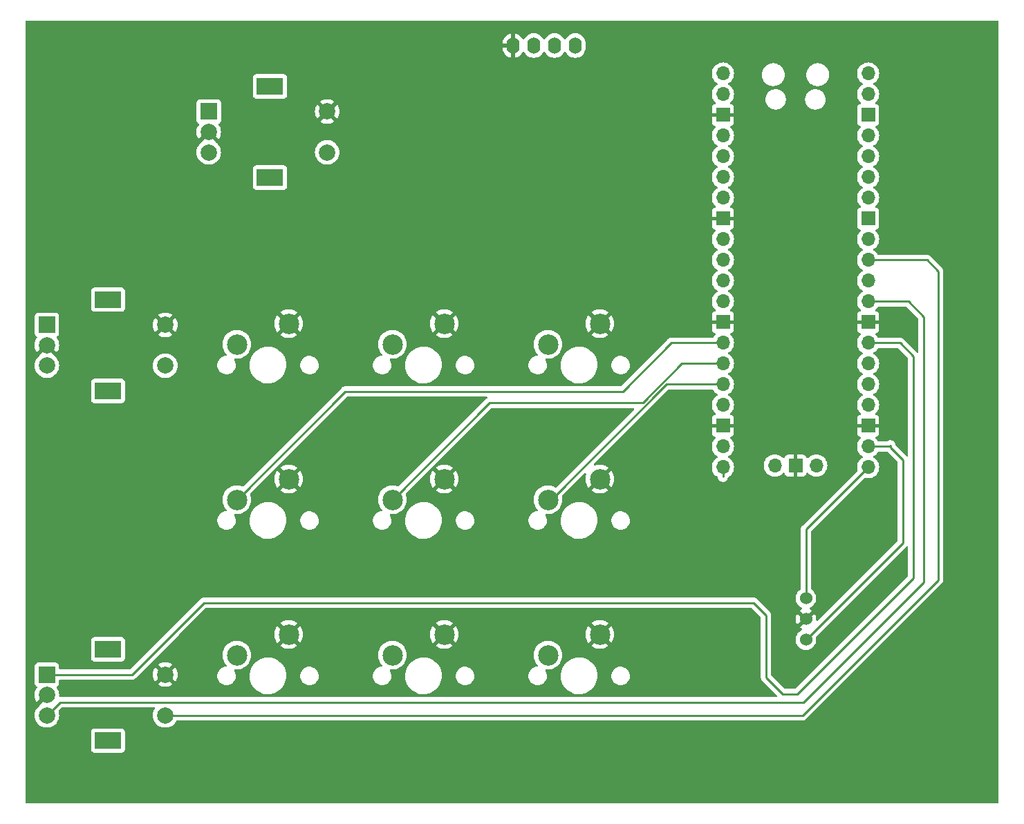
<source format=gbr>
%TF.GenerationSoftware,KiCad,Pcbnew,7.0.9*%
%TF.CreationDate,2023-12-25T15:01:06+00:00*%
%TF.ProjectId,MacroPad V2,4d616372-6f50-4616-9420-56322e6b6963,rev?*%
%TF.SameCoordinates,Original*%
%TF.FileFunction,Copper,L2,Bot*%
%TF.FilePolarity,Positive*%
%FSLAX46Y46*%
G04 Gerber Fmt 4.6, Leading zero omitted, Abs format (unit mm)*
G04 Created by KiCad (PCBNEW 7.0.9) date 2023-12-25 15:01:06*
%MOMM*%
%LPD*%
G01*
G04 APERTURE LIST*
%TA.AperFunction,ComponentPad*%
%ADD10O,1.700000X1.700000*%
%TD*%
%TA.AperFunction,ComponentPad*%
%ADD11R,1.700000X1.700000*%
%TD*%
%TA.AperFunction,ComponentPad*%
%ADD12C,2.500000*%
%TD*%
%TA.AperFunction,ComponentPad*%
%ADD13R,2.000000X2.000000*%
%TD*%
%TA.AperFunction,ComponentPad*%
%ADD14C,2.000000*%
%TD*%
%TA.AperFunction,ComponentPad*%
%ADD15R,3.200000X2.000000*%
%TD*%
%TA.AperFunction,ComponentPad*%
%ADD16O,1.600000X2.000000*%
%TD*%
%TA.AperFunction,ComponentPad*%
%ADD17C,1.524000*%
%TD*%
%TA.AperFunction,Conductor*%
%ADD18C,0.250000*%
%TD*%
G04 APERTURE END LIST*
D10*
%TO.P,U1,1,GPIO0*%
%TO.N,SDA*%
X166182000Y-62392000D03*
%TO.P,U1,2,GPIO1*%
%TO.N,SCL*%
X166182000Y-64932000D03*
D11*
%TO.P,U1,3,GND*%
%TO.N,GND*%
X166182000Y-67472000D03*
D10*
%TO.P,U1,4,GPIO2*%
%TO.N,unconnected-(U1-GPIO2-Pad4)*%
X166182000Y-70012000D03*
%TO.P,U1,5,GPIO3*%
%TO.N,A2*%
X166182000Y-72552000D03*
%TO.P,U1,6,GPIO4*%
%TO.N,B2*%
X166182000Y-75092000D03*
%TO.P,U1,7,GPIO5*%
%TO.N,SW2*%
X166182000Y-77632000D03*
D11*
%TO.P,U1,8,GND*%
%TO.N,GND*%
X166182000Y-80172000D03*
D10*
%TO.P,U1,9,GPIO6*%
%TO.N,unconnected-(U1-GPIO6-Pad9)*%
X166182000Y-82712000D03*
%TO.P,U1,10,GPIO7*%
%TO.N,S1*%
X166182000Y-85252000D03*
%TO.P,U1,11,GPIO8*%
%TO.N,S2*%
X166182000Y-87792000D03*
%TO.P,U1,12,GPIO9*%
%TO.N,S3*%
X166182000Y-90332000D03*
D11*
%TO.P,U1,13,GND*%
%TO.N,GND*%
X166182000Y-92872000D03*
D10*
%TO.P,U1,14,GPIO10*%
%TO.N,S4*%
X166182000Y-95412000D03*
%TO.P,U1,15,GPIO11*%
%TO.N,S5*%
X166182000Y-97952000D03*
%TO.P,U1,16,GPIO12*%
%TO.N,S6*%
X166182000Y-100492000D03*
%TO.P,U1,17,GPIO13*%
%TO.N,S7*%
X166182000Y-103032000D03*
D11*
%TO.P,U1,18,GND*%
%TO.N,GND*%
X166182000Y-105572000D03*
D10*
%TO.P,U1,19,GPIO14*%
%TO.N,S8*%
X166182000Y-108112000D03*
%TO.P,U1,20,GPIO15*%
%TO.N,S9*%
X166182000Y-110652000D03*
%TO.P,U1,21,GPIO16*%
%TO.N,Toggle2*%
X183962000Y-110652000D03*
%TO.P,U1,22,GPIO17*%
%TO.N,Toggle1*%
X183962000Y-108112000D03*
D11*
%TO.P,U1,23,GND*%
%TO.N,GND*%
X183962000Y-105572000D03*
D10*
%TO.P,U1,24,GPIO18*%
%TO.N,SW3*%
X183962000Y-103032000D03*
%TO.P,U1,25,GPIO19*%
%TO.N,B3*%
X183962000Y-100492000D03*
%TO.P,U1,26,GPIO20*%
%TO.N,A3*%
X183962000Y-97952000D03*
%TO.P,U1,27,GPIO21*%
%TO.N,A1*%
X183962000Y-95412000D03*
D11*
%TO.P,U1,28,GND*%
%TO.N,GND*%
X183962000Y-92872000D03*
D10*
%TO.P,U1,29,GPIO22*%
%TO.N,B1*%
X183962000Y-90332000D03*
%TO.P,U1,30,RUN*%
%TO.N,unconnected-(U1-RUN-Pad30)*%
X183962000Y-87792000D03*
%TO.P,U1,31,GPIO26_ADC0*%
%TO.N,SW1*%
X183962000Y-85252000D03*
%TO.P,U1,32,GPIO27_ADC1*%
%TO.N,unconnected-(U1-GPIO27_ADC1-Pad32)*%
X183962000Y-82712000D03*
D11*
%TO.P,U1,33,AGND*%
%TO.N,unconnected-(U1-AGND-Pad33)*%
X183962000Y-80172000D03*
D10*
%TO.P,U1,34,GPIO28_ADC2*%
%TO.N,unconnected-(U1-GPIO28_ADC2-Pad34)*%
X183962000Y-77632000D03*
%TO.P,U1,35,ADC_VREF*%
%TO.N,unconnected-(U1-ADC_VREF-Pad35)*%
X183962000Y-75092000D03*
%TO.P,U1,36,3V3*%
%TO.N,+3.3V*%
X183962000Y-72552000D03*
%TO.P,U1,37,3V3_EN*%
%TO.N,unconnected-(U1-3V3_EN-Pad37)*%
X183962000Y-70012000D03*
D11*
%TO.P,U1,38,GND*%
%TO.N,unconnected-(U1-GND-Pad38)*%
X183962000Y-67472000D03*
D10*
%TO.P,U1,39,VSYS*%
%TO.N,+5V*%
X183962000Y-64932000D03*
%TO.P,U1,40,VBUS*%
%TO.N,unconnected-(U1-VBUS-Pad40)*%
X183962000Y-62392000D03*
%TO.P,U1,41,SWCLK*%
%TO.N,unconnected-(U1-SWCLK-Pad41)*%
X172532000Y-110422000D03*
D11*
%TO.P,U1,42,GND*%
%TO.N,GND*%
X175072000Y-110422000D03*
D10*
%TO.P,U1,43,SWDIO*%
%TO.N,unconnected-(U1-SWDIO-Pad43)*%
X177612000Y-110422000D03*
%TD*%
D12*
%TO.P,S2,1,1*%
%TO.N,S2*%
X125712000Y-95582000D03*
%TO.P,S2,2,2*%
%TO.N,GND*%
X132062000Y-93042000D03*
%TD*%
D13*
%TO.P,SW1,A,A*%
%TO.N,A1*%
X83397000Y-136059500D03*
D14*
%TO.P,SW1,B,B*%
%TO.N,B1*%
X83397000Y-141059500D03*
%TO.P,SW1,C,C*%
%TO.N,GND*%
X83397000Y-138559500D03*
D15*
%TO.P,SW1,MP*%
%TO.N,N/C*%
X90897000Y-132959500D03*
X90897000Y-144159500D03*
D14*
%TO.P,SW1,S1,S1*%
%TO.N,SW1*%
X97897000Y-141059500D03*
%TO.P,SW1,S2,S2*%
%TO.N,GND*%
X97897000Y-136059500D03*
%TD*%
D12*
%TO.P,S9,1,1*%
%TO.N,S9*%
X144762000Y-133682000D03*
%TO.P,S9,2,2*%
%TO.N,GND*%
X151112000Y-131142000D03*
%TD*%
%TO.P,S6,1,1*%
%TO.N,S6*%
X144762000Y-114632000D03*
%TO.P,S6,2,2*%
%TO.N,GND*%
X151112000Y-112092000D03*
%TD*%
D13*
%TO.P,SW2,A,A*%
%TO.N,A2*%
X103222000Y-67047000D03*
D14*
%TO.P,SW2,B,B*%
%TO.N,B2*%
X103222000Y-72047000D03*
%TO.P,SW2,C,C*%
%TO.N,GND*%
X103222000Y-69547000D03*
D15*
%TO.P,SW2,MP*%
%TO.N,N/C*%
X110722000Y-63947000D03*
X110722000Y-75147000D03*
D14*
%TO.P,SW2,S1,S1*%
%TO.N,SW2*%
X117722000Y-72047000D03*
%TO.P,SW2,S2,S2*%
%TO.N,GND*%
X117722000Y-67047000D03*
%TD*%
D12*
%TO.P,S4,1,1*%
%TO.N,S4*%
X106662000Y-114632000D03*
%TO.P,S4,2,2*%
%TO.N,GND*%
X113012000Y-112092000D03*
%TD*%
%TO.P,S5,1,1*%
%TO.N,S5*%
X125712000Y-114632000D03*
%TO.P,S5,2,2*%
%TO.N,GND*%
X132062000Y-112092000D03*
%TD*%
%TO.P,S3,1,1*%
%TO.N,S3*%
X144762000Y-95582000D03*
%TO.P,S3,2,2*%
%TO.N,GND*%
X151112000Y-93042000D03*
%TD*%
D16*
%TO.P,Brd1,1,GND*%
%TO.N,GND*%
X140477000Y-58947000D03*
%TO.P,Brd1,2,VCC*%
%TO.N,+5V*%
X143017000Y-58947000D03*
%TO.P,Brd1,3,SCL*%
%TO.N,SCL*%
X145557000Y-58947000D03*
%TO.P,Brd1,4,SDA*%
%TO.N,SDA*%
X148097000Y-58947000D03*
%TD*%
D12*
%TO.P,S8,1,1*%
%TO.N,S8*%
X125712000Y-133682000D03*
%TO.P,S8,2,2*%
%TO.N,GND*%
X132062000Y-131142000D03*
%TD*%
%TO.P,S7,1,1*%
%TO.N,S7*%
X106662000Y-133682000D03*
%TO.P,S7,2,2*%
%TO.N,GND*%
X113012000Y-131142000D03*
%TD*%
D17*
%TO.P,toggle1,1*%
%TO.N,Toggle1*%
X176342000Y-131777000D03*
%TO.P,toggle1,2*%
%TO.N,Toggle2*%
X176342000Y-126697000D03*
%TO.P,toggle1,3*%
%TO.N,GND*%
X176342000Y-129237000D03*
%TD*%
D12*
%TO.P,S1,1,1*%
%TO.N,S1*%
X106662000Y-95582000D03*
%TO.P,S1,2,2*%
%TO.N,GND*%
X113012000Y-93042000D03*
%TD*%
D13*
%TO.P,SW3,A,A*%
%TO.N,A3*%
X83397000Y-93197000D03*
D14*
%TO.P,SW3,B,B*%
%TO.N,B3*%
X83397000Y-98197000D03*
%TO.P,SW3,C,C*%
%TO.N,GND*%
X83397000Y-95697000D03*
D15*
%TO.P,SW3,MP*%
%TO.N,N/C*%
X90897000Y-90097000D03*
X90897000Y-101297000D03*
D14*
%TO.P,SW3,S1,S1*%
%TO.N,SW3*%
X97897000Y-98197000D03*
%TO.P,SW3,S2,S2*%
%TO.N,GND*%
X97897000Y-93197000D03*
%TD*%
D18*
%TO.N,Toggle2*%
X176342000Y-118272000D02*
X183962000Y-110652000D01*
X176342000Y-126697000D02*
X176342000Y-118272000D01*
%TO.N,Toggle1*%
X186690000Y-108204000D02*
X186690000Y-107950000D01*
X188214000Y-109728000D02*
X186690000Y-108204000D01*
X188214000Y-119905000D02*
X188214000Y-109728000D01*
X186690000Y-107950000D02*
X186528000Y-108112000D01*
X186528000Y-108112000D02*
X183962000Y-108112000D01*
X176342000Y-131777000D02*
X188214000Y-119905000D01*
%TO.N,S4*%
X119948000Y-101346000D02*
X106662000Y-114632000D01*
X153924000Y-101346000D02*
X119948000Y-101346000D01*
X159858000Y-95412000D02*
X153924000Y-101346000D01*
X166182000Y-95412000D02*
X159858000Y-95412000D01*
%TO.N,B1*%
X190754000Y-124714000D02*
X176022000Y-139446000D01*
X176022000Y-139446000D02*
X85010500Y-139446000D01*
X190754000Y-92202000D02*
X190754000Y-124714000D01*
X188884000Y-90332000D02*
X190754000Y-92202000D01*
X183962000Y-90332000D02*
X188884000Y-90332000D01*
X85010500Y-139446000D02*
X83397000Y-141059500D01*
%TO.N,A1*%
X187868000Y-95412000D02*
X183962000Y-95412000D01*
X189484000Y-97028000D02*
X187868000Y-95412000D01*
X189484000Y-124206000D02*
X189484000Y-97028000D01*
X173482000Y-138430000D02*
X175260000Y-138430000D01*
X171450000Y-136398000D02*
X173482000Y-138430000D01*
X175260000Y-138430000D02*
X189484000Y-124206000D01*
X171450000Y-128778000D02*
X171450000Y-136398000D01*
X169926000Y-127254000D02*
X171450000Y-128778000D01*
X102616000Y-127254000D02*
X169926000Y-127254000D01*
X93810500Y-136059500D02*
X102616000Y-127254000D01*
X83397000Y-136059500D02*
X93810500Y-136059500D01*
%TO.N,SW1*%
X192532000Y-124460000D02*
X192532000Y-86614000D01*
X192532000Y-86614000D02*
X191170000Y-85252000D01*
X191170000Y-85252000D02*
X183962000Y-85252000D01*
X175932500Y-141059500D02*
X192532000Y-124460000D01*
X97897000Y-141059500D02*
X175932500Y-141059500D01*
%TO.N,S5*%
X156371000Y-102761000D02*
X161180000Y-97952000D01*
X161180000Y-97952000D02*
X166182000Y-97952000D01*
X137583000Y-102761000D02*
X156371000Y-102761000D01*
X125712000Y-114632000D02*
X137583000Y-102761000D01*
%TO.N,S6*%
X144762000Y-114632000D02*
X145139000Y-114632000D01*
X159279000Y-100492000D02*
X166182000Y-100492000D01*
X145139000Y-114632000D02*
X159279000Y-100492000D01*
%TO.N,S9*%
X166182000Y-110652000D02*
X166182000Y-111829000D01*
X144762000Y-133249000D02*
X144762000Y-133682000D01*
%TO.N,A1*%
X83397500Y-136060000D02*
X83397000Y-136060000D01*
X83397500Y-136060000D02*
X83397000Y-136059500D01*
%TD*%
%TA.AperFunction,Conductor*%
%TO.N,GND*%
G36*
X169682587Y-127899185D02*
G01*
X169703229Y-127915819D01*
X170788181Y-129000771D01*
X170821666Y-129062094D01*
X170824500Y-129088452D01*
X170824500Y-136315255D01*
X170822775Y-136330872D01*
X170823061Y-136330899D01*
X170822326Y-136338665D01*
X170824500Y-136407814D01*
X170824500Y-136437343D01*
X170824501Y-136437360D01*
X170825368Y-136444231D01*
X170825826Y-136450050D01*
X170827290Y-136496624D01*
X170827291Y-136496627D01*
X170832880Y-136515867D01*
X170836824Y-136534911D01*
X170839336Y-136554792D01*
X170851137Y-136584598D01*
X170856490Y-136598119D01*
X170858382Y-136603647D01*
X170871381Y-136648388D01*
X170881580Y-136665634D01*
X170890136Y-136683100D01*
X170891749Y-136687172D01*
X170897514Y-136701732D01*
X170924898Y-136739423D01*
X170928106Y-136744307D01*
X170951827Y-136784416D01*
X170951833Y-136784424D01*
X170965990Y-136798580D01*
X170978628Y-136813376D01*
X170990405Y-136829586D01*
X170990406Y-136829587D01*
X171026309Y-136859288D01*
X171030620Y-136863210D01*
X172396111Y-138228702D01*
X172776228Y-138608819D01*
X172809713Y-138670142D01*
X172804729Y-138739834D01*
X172762857Y-138795767D01*
X172697393Y-138820184D01*
X172688547Y-138820500D01*
X85093243Y-138820500D01*
X85077622Y-138818775D01*
X85077595Y-138819061D01*
X85069832Y-138818326D01*
X85019150Y-138819919D01*
X84951526Y-138802349D01*
X84904136Y-138751007D01*
X84891681Y-138685740D01*
X84902141Y-138559505D01*
X84902141Y-138559494D01*
X84881614Y-138311770D01*
X84881612Y-138311761D01*
X84820587Y-138070782D01*
X84720732Y-137843132D01*
X84608515Y-137671370D01*
X84588328Y-137604481D01*
X84607508Y-137537295D01*
X84638013Y-137504282D01*
X84639329Y-137503296D01*
X84639331Y-137503296D01*
X84754546Y-137417046D01*
X84840796Y-137301831D01*
X84891091Y-137166983D01*
X84897500Y-137107373D01*
X84897500Y-136809000D01*
X84917185Y-136741961D01*
X84969989Y-136696206D01*
X85021500Y-136685000D01*
X93727757Y-136685000D01*
X93743377Y-136686724D01*
X93743404Y-136686439D01*
X93751160Y-136687171D01*
X93751167Y-136687173D01*
X93820314Y-136685000D01*
X93849850Y-136685000D01*
X93856728Y-136684130D01*
X93862541Y-136683672D01*
X93909127Y-136682209D01*
X93928369Y-136676617D01*
X93947412Y-136672674D01*
X93967292Y-136670164D01*
X94010622Y-136653007D01*
X94016146Y-136651117D01*
X94025539Y-136648388D01*
X94060890Y-136638118D01*
X94078129Y-136627922D01*
X94095603Y-136619362D01*
X94114227Y-136611988D01*
X94114227Y-136611987D01*
X94114232Y-136611986D01*
X94151949Y-136584582D01*
X94156805Y-136581392D01*
X94196920Y-136557670D01*
X94211089Y-136543499D01*
X94225879Y-136530868D01*
X94242087Y-136519094D01*
X94271799Y-136483176D01*
X94275712Y-136478876D01*
X94695083Y-136059505D01*
X96391859Y-136059505D01*
X96412385Y-136307229D01*
X96412387Y-136307238D01*
X96473412Y-136548217D01*
X96573266Y-136775864D01*
X96673564Y-136929382D01*
X97413923Y-136189023D01*
X97437507Y-136269344D01*
X97515239Y-136390298D01*
X97623900Y-136484452D01*
X97754685Y-136544180D01*
X97764466Y-136545586D01*
X97026942Y-137283109D01*
X97073768Y-137319555D01*
X97073770Y-137319556D01*
X97292385Y-137437864D01*
X97292396Y-137437869D01*
X97527506Y-137518583D01*
X97772707Y-137559500D01*
X98021293Y-137559500D01*
X98266493Y-137518583D01*
X98501603Y-137437869D01*
X98501614Y-137437864D01*
X98720228Y-137319557D01*
X98720231Y-137319555D01*
X98767056Y-137283109D01*
X98029533Y-136545586D01*
X98039315Y-136544180D01*
X98170100Y-136484452D01*
X98278761Y-136390298D01*
X98356493Y-136269344D01*
X98380076Y-136189024D01*
X99120434Y-136929382D01*
X99220731Y-136775869D01*
X99320587Y-136548217D01*
X99381612Y-136307238D01*
X99381614Y-136307229D01*
X99393134Y-136168202D01*
X104262660Y-136168202D01*
X104272887Y-136382901D01*
X104323563Y-136591791D01*
X104323565Y-136591795D01*
X104407626Y-136775864D01*
X104412854Y-136787310D01*
X104514023Y-136929382D01*
X104537535Y-136962400D01*
X104537540Y-136962406D01*
X104693094Y-137110725D01*
X104693096Y-137110726D01*
X104693097Y-137110727D01*
X104873920Y-137226935D01*
X105073468Y-137306822D01*
X105178998Y-137327161D01*
X105284527Y-137347500D01*
X105284528Y-137347500D01*
X105445612Y-137347500D01*
X105445618Y-137347500D01*
X105605971Y-137332188D01*
X105812209Y-137271631D01*
X106003259Y-137173138D01*
X106172217Y-137040268D01*
X106312976Y-136877824D01*
X106420448Y-136691677D01*
X106490750Y-136488554D01*
X106518237Y-136297373D01*
X108217723Y-136297373D01*
X108247881Y-136597160D01*
X108247882Y-136597162D01*
X108317728Y-136890252D01*
X108317733Y-136890266D01*
X108426020Y-137171427D01*
X108426024Y-137171436D01*
X108570825Y-137435665D01*
X108570829Y-137435671D01*
X108695209Y-137604481D01*
X108749554Y-137678238D01*
X108871665Y-137804500D01*
X108959019Y-137894823D01*
X109195478Y-138081553D01*
X109195480Y-138081554D01*
X109195485Y-138081558D01*
X109454730Y-138235109D01*
X109732128Y-138352736D01*
X110022729Y-138432340D01*
X110321347Y-138472500D01*
X110321351Y-138472500D01*
X110547252Y-138472500D01*
X110711164Y-138461526D01*
X110772634Y-138457412D01*
X111067903Y-138397396D01*
X111352537Y-138298560D01*
X111621459Y-138162668D01*
X111869869Y-137992144D01*
X112093333Y-137790032D01*
X112287865Y-137559939D01*
X112449993Y-137305970D01*
X112576823Y-137032658D01*
X112666093Y-136744879D01*
X112716209Y-136447770D01*
X112725556Y-136168202D01*
X114422660Y-136168202D01*
X114432887Y-136382901D01*
X114483563Y-136591791D01*
X114483565Y-136591795D01*
X114567626Y-136775864D01*
X114572854Y-136787310D01*
X114674023Y-136929382D01*
X114697535Y-136962400D01*
X114697540Y-136962406D01*
X114853094Y-137110725D01*
X114853096Y-137110726D01*
X114853097Y-137110727D01*
X115033920Y-137226935D01*
X115233468Y-137306822D01*
X115338998Y-137327161D01*
X115444527Y-137347500D01*
X115444528Y-137347500D01*
X115605612Y-137347500D01*
X115605618Y-137347500D01*
X115765971Y-137332188D01*
X115972209Y-137271631D01*
X116163259Y-137173138D01*
X116332217Y-137040268D01*
X116472976Y-136877824D01*
X116580448Y-136691677D01*
X116650750Y-136488554D01*
X116681339Y-136275797D01*
X116676214Y-136168202D01*
X123312660Y-136168202D01*
X123322887Y-136382901D01*
X123373563Y-136591791D01*
X123373565Y-136591795D01*
X123457626Y-136775864D01*
X123462854Y-136787310D01*
X123564023Y-136929382D01*
X123587535Y-136962400D01*
X123587540Y-136962406D01*
X123743094Y-137110725D01*
X123743096Y-137110726D01*
X123743097Y-137110727D01*
X123923920Y-137226935D01*
X124123468Y-137306822D01*
X124228998Y-137327161D01*
X124334527Y-137347500D01*
X124334528Y-137347500D01*
X124495612Y-137347500D01*
X124495618Y-137347500D01*
X124655971Y-137332188D01*
X124862209Y-137271631D01*
X125053259Y-137173138D01*
X125222217Y-137040268D01*
X125362976Y-136877824D01*
X125470448Y-136691677D01*
X125540750Y-136488554D01*
X125568237Y-136297373D01*
X127267723Y-136297373D01*
X127297881Y-136597160D01*
X127297882Y-136597162D01*
X127367728Y-136890252D01*
X127367733Y-136890266D01*
X127476020Y-137171427D01*
X127476024Y-137171436D01*
X127620825Y-137435665D01*
X127620829Y-137435671D01*
X127745209Y-137604481D01*
X127799554Y-137678238D01*
X127921665Y-137804500D01*
X128009019Y-137894823D01*
X128245478Y-138081553D01*
X128245480Y-138081554D01*
X128245485Y-138081558D01*
X128504730Y-138235109D01*
X128782128Y-138352736D01*
X129072729Y-138432340D01*
X129371347Y-138472500D01*
X129371351Y-138472500D01*
X129597252Y-138472500D01*
X129761164Y-138461526D01*
X129822634Y-138457412D01*
X130117903Y-138397396D01*
X130402537Y-138298560D01*
X130671459Y-138162668D01*
X130919869Y-137992144D01*
X131143333Y-137790032D01*
X131337865Y-137559939D01*
X131499993Y-137305970D01*
X131626823Y-137032658D01*
X131716093Y-136744879D01*
X131766209Y-136447770D01*
X131775556Y-136168202D01*
X133472660Y-136168202D01*
X133482887Y-136382901D01*
X133533563Y-136591791D01*
X133533565Y-136591795D01*
X133617626Y-136775864D01*
X133622854Y-136787310D01*
X133724023Y-136929382D01*
X133747535Y-136962400D01*
X133747540Y-136962406D01*
X133903094Y-137110725D01*
X133903096Y-137110726D01*
X133903097Y-137110727D01*
X134083920Y-137226935D01*
X134283468Y-137306822D01*
X134388998Y-137327161D01*
X134494527Y-137347500D01*
X134494528Y-137347500D01*
X134655612Y-137347500D01*
X134655618Y-137347500D01*
X134815971Y-137332188D01*
X135022209Y-137271631D01*
X135213259Y-137173138D01*
X135382217Y-137040268D01*
X135522976Y-136877824D01*
X135630448Y-136691677D01*
X135700750Y-136488554D01*
X135731339Y-136275797D01*
X135726214Y-136168202D01*
X142362660Y-136168202D01*
X142372887Y-136382901D01*
X142423563Y-136591791D01*
X142423565Y-136591795D01*
X142507626Y-136775864D01*
X142512854Y-136787310D01*
X142614023Y-136929382D01*
X142637535Y-136962400D01*
X142637540Y-136962406D01*
X142793094Y-137110725D01*
X142793096Y-137110726D01*
X142793097Y-137110727D01*
X142973920Y-137226935D01*
X143173468Y-137306822D01*
X143278998Y-137327161D01*
X143384527Y-137347500D01*
X143384528Y-137347500D01*
X143545612Y-137347500D01*
X143545618Y-137347500D01*
X143705971Y-137332188D01*
X143912209Y-137271631D01*
X144103259Y-137173138D01*
X144272217Y-137040268D01*
X144412976Y-136877824D01*
X144520448Y-136691677D01*
X144590750Y-136488554D01*
X144618237Y-136297373D01*
X146317723Y-136297373D01*
X146347881Y-136597160D01*
X146347882Y-136597162D01*
X146417728Y-136890252D01*
X146417733Y-136890266D01*
X146526020Y-137171427D01*
X146526024Y-137171436D01*
X146670825Y-137435665D01*
X146670829Y-137435671D01*
X146795209Y-137604481D01*
X146849554Y-137678238D01*
X146971665Y-137804500D01*
X147059019Y-137894823D01*
X147295478Y-138081553D01*
X147295480Y-138081554D01*
X147295485Y-138081558D01*
X147554730Y-138235109D01*
X147832128Y-138352736D01*
X148122729Y-138432340D01*
X148421347Y-138472500D01*
X148421351Y-138472500D01*
X148647252Y-138472500D01*
X148811164Y-138461526D01*
X148872634Y-138457412D01*
X149167903Y-138397396D01*
X149452537Y-138298560D01*
X149721459Y-138162668D01*
X149969869Y-137992144D01*
X150193333Y-137790032D01*
X150387865Y-137559939D01*
X150549993Y-137305970D01*
X150676823Y-137032658D01*
X150766093Y-136744879D01*
X150816209Y-136447770D01*
X150825556Y-136168202D01*
X152522660Y-136168202D01*
X152532887Y-136382901D01*
X152583563Y-136591791D01*
X152583565Y-136591795D01*
X152667626Y-136775864D01*
X152672854Y-136787310D01*
X152774023Y-136929382D01*
X152797535Y-136962400D01*
X152797540Y-136962406D01*
X152953094Y-137110725D01*
X152953096Y-137110726D01*
X152953097Y-137110727D01*
X153133920Y-137226935D01*
X153333468Y-137306822D01*
X153438998Y-137327161D01*
X153544527Y-137347500D01*
X153544528Y-137347500D01*
X153705612Y-137347500D01*
X153705618Y-137347500D01*
X153865971Y-137332188D01*
X154072209Y-137271631D01*
X154263259Y-137173138D01*
X154432217Y-137040268D01*
X154572976Y-136877824D01*
X154680448Y-136691677D01*
X154750750Y-136488554D01*
X154781339Y-136275797D01*
X154771112Y-136061096D01*
X154720437Y-135852210D01*
X154631146Y-135656690D01*
X154506466Y-135481601D01*
X154506464Y-135481599D01*
X154506459Y-135481593D01*
X154350905Y-135333274D01*
X154170080Y-135217065D01*
X153970530Y-135137177D01*
X153759473Y-135096500D01*
X153759472Y-135096500D01*
X153598382Y-135096500D01*
X153438050Y-135111810D01*
X153438029Y-135111812D01*
X153438025Y-135111813D01*
X153231793Y-135172368D01*
X153040736Y-135270864D01*
X152871785Y-135403729D01*
X152871782Y-135403733D01*
X152731021Y-135566178D01*
X152623553Y-135752319D01*
X152553251Y-135955442D01*
X152553250Y-135955444D01*
X152522661Y-136168200D01*
X152522660Y-136168202D01*
X150825556Y-136168202D01*
X150826277Y-136146631D01*
X150796118Y-135846838D01*
X150726269Y-135553739D01*
X150617977Y-135272566D01*
X150473175Y-135008335D01*
X150294446Y-134765762D01*
X150084980Y-134549176D01*
X149972055Y-134460000D01*
X149848521Y-134362446D01*
X149848517Y-134362443D01*
X149848515Y-134362442D01*
X149589270Y-134208891D01*
X149311872Y-134091264D01*
X149311863Y-134091261D01*
X149021272Y-134011660D01*
X148946616Y-134001620D01*
X148722653Y-133971500D01*
X148496756Y-133971500D01*
X148496748Y-133971500D01*
X148271368Y-133986587D01*
X148271359Y-133986589D01*
X147976094Y-134046604D01*
X147691464Y-134145439D01*
X147691459Y-134145441D01*
X147422546Y-134281328D01*
X147174125Y-134451860D01*
X146950665Y-134653969D01*
X146756132Y-134884064D01*
X146594006Y-135138030D01*
X146594005Y-135138032D01*
X146490301Y-135361511D01*
X146467177Y-135411342D01*
X146459978Y-135434549D01*
X146377907Y-135699118D01*
X146368933Y-135752323D01*
X146327791Y-135996230D01*
X146322042Y-136168202D01*
X146317723Y-136297373D01*
X144618237Y-136297373D01*
X144621339Y-136275797D01*
X144611112Y-136061096D01*
X144560437Y-135852210D01*
X144471146Y-135656690D01*
X144442664Y-135616692D01*
X144419811Y-135550665D01*
X144436284Y-135482765D01*
X144486851Y-135434549D01*
X144555458Y-135421326D01*
X144562140Y-135422148D01*
X144630818Y-135432500D01*
X144893182Y-135432500D01*
X145152615Y-135393396D01*
X145403323Y-135316063D01*
X145639704Y-135202228D01*
X145856479Y-135054433D01*
X146048805Y-134875981D01*
X146212386Y-134670857D01*
X146343568Y-134443643D01*
X146439420Y-134199416D01*
X146497802Y-133943630D01*
X146517408Y-133682000D01*
X146497802Y-133420370D01*
X146439420Y-133164584D01*
X146343568Y-132920357D01*
X146212386Y-132693143D01*
X146048805Y-132488019D01*
X146048804Y-132488018D01*
X146048801Y-132488014D01*
X145856479Y-132309567D01*
X145639704Y-132161772D01*
X145639700Y-132161770D01*
X145639697Y-132161768D01*
X145639696Y-132161767D01*
X145403325Y-132047938D01*
X145403327Y-132047938D01*
X145152623Y-131970606D01*
X145152619Y-131970605D01*
X145152615Y-131970604D01*
X145027823Y-131951794D01*
X144893187Y-131931500D01*
X144893182Y-131931500D01*
X144630818Y-131931500D01*
X144630812Y-131931500D01*
X144469247Y-131955853D01*
X144371385Y-131970604D01*
X144371382Y-131970605D01*
X144371376Y-131970606D01*
X144120673Y-132047938D01*
X143884303Y-132161767D01*
X143884302Y-132161768D01*
X143667520Y-132309567D01*
X143475198Y-132488014D01*
X143311614Y-132693143D01*
X143180432Y-132920356D01*
X143084582Y-133164578D01*
X143084576Y-133164597D01*
X143026197Y-133420374D01*
X143026196Y-133420379D01*
X143006592Y-133681995D01*
X143006592Y-133682004D01*
X143026196Y-133943620D01*
X143026197Y-133943625D01*
X143084576Y-134199402D01*
X143084578Y-134199411D01*
X143084580Y-134199416D01*
X143180432Y-134443643D01*
X143311614Y-134670857D01*
X143475195Y-134875981D01*
X143475197Y-134875983D01*
X143475198Y-134875984D01*
X143484569Y-134884679D01*
X143520324Y-134944707D01*
X143517950Y-135014536D01*
X143478200Y-135071997D01*
X143413695Y-135098846D01*
X143412016Y-135099017D01*
X143278039Y-135111810D01*
X143278030Y-135111811D01*
X143278029Y-135111812D01*
X143278027Y-135111812D01*
X143278025Y-135111813D01*
X143071793Y-135172368D01*
X142880736Y-135270864D01*
X142711785Y-135403729D01*
X142711782Y-135403733D01*
X142571021Y-135566178D01*
X142463553Y-135752319D01*
X142393251Y-135955442D01*
X142393250Y-135955444D01*
X142362661Y-136168200D01*
X142362660Y-136168202D01*
X135726214Y-136168202D01*
X135721112Y-136061096D01*
X135670437Y-135852210D01*
X135581146Y-135656690D01*
X135456466Y-135481601D01*
X135456464Y-135481599D01*
X135456459Y-135481593D01*
X135300905Y-135333274D01*
X135120080Y-135217065D01*
X134920530Y-135137177D01*
X134709473Y-135096500D01*
X134709472Y-135096500D01*
X134548382Y-135096500D01*
X134388050Y-135111810D01*
X134388029Y-135111812D01*
X134388025Y-135111813D01*
X134181793Y-135172368D01*
X133990736Y-135270864D01*
X133821785Y-135403729D01*
X133821782Y-135403733D01*
X133681021Y-135566178D01*
X133573553Y-135752319D01*
X133503251Y-135955442D01*
X133503250Y-135955444D01*
X133472661Y-136168200D01*
X133472660Y-136168202D01*
X131775556Y-136168202D01*
X131776277Y-136146631D01*
X131746118Y-135846838D01*
X131676269Y-135553739D01*
X131567977Y-135272566D01*
X131423175Y-135008335D01*
X131244446Y-134765762D01*
X131034980Y-134549176D01*
X130922055Y-134460000D01*
X130798521Y-134362446D01*
X130798517Y-134362443D01*
X130798515Y-134362442D01*
X130539270Y-134208891D01*
X130261872Y-134091264D01*
X130261863Y-134091261D01*
X129971272Y-134011660D01*
X129896616Y-134001620D01*
X129672653Y-133971500D01*
X129446756Y-133971500D01*
X129446748Y-133971500D01*
X129221368Y-133986587D01*
X129221359Y-133986589D01*
X128926094Y-134046604D01*
X128641464Y-134145439D01*
X128641459Y-134145441D01*
X128372546Y-134281328D01*
X128124125Y-134451860D01*
X127900665Y-134653969D01*
X127706132Y-134884064D01*
X127544006Y-135138030D01*
X127544005Y-135138032D01*
X127440301Y-135361511D01*
X127417177Y-135411342D01*
X127409978Y-135434549D01*
X127327907Y-135699118D01*
X127318933Y-135752323D01*
X127277791Y-135996230D01*
X127272042Y-136168202D01*
X127267723Y-136297373D01*
X125568237Y-136297373D01*
X125571339Y-136275797D01*
X125561112Y-136061096D01*
X125510437Y-135852210D01*
X125421146Y-135656690D01*
X125392664Y-135616692D01*
X125369811Y-135550665D01*
X125386284Y-135482765D01*
X125436851Y-135434549D01*
X125505458Y-135421326D01*
X125512140Y-135422148D01*
X125580818Y-135432500D01*
X125843182Y-135432500D01*
X126102615Y-135393396D01*
X126353323Y-135316063D01*
X126589704Y-135202228D01*
X126806479Y-135054433D01*
X126998805Y-134875981D01*
X127162386Y-134670857D01*
X127293568Y-134443643D01*
X127389420Y-134199416D01*
X127447802Y-133943630D01*
X127467408Y-133682000D01*
X127447802Y-133420370D01*
X127389420Y-133164584D01*
X127293568Y-132920357D01*
X127162386Y-132693143D01*
X126998805Y-132488019D01*
X126998804Y-132488018D01*
X126998801Y-132488014D01*
X126806479Y-132309567D01*
X126589704Y-132161772D01*
X126589700Y-132161770D01*
X126589697Y-132161768D01*
X126589696Y-132161767D01*
X126353325Y-132047938D01*
X126353327Y-132047938D01*
X126102623Y-131970606D01*
X126102619Y-131970605D01*
X126102615Y-131970604D01*
X125977823Y-131951794D01*
X125843187Y-131931500D01*
X125843182Y-131931500D01*
X125580818Y-131931500D01*
X125580812Y-131931500D01*
X125419247Y-131955853D01*
X125321385Y-131970604D01*
X125321382Y-131970605D01*
X125321376Y-131970606D01*
X125070673Y-132047938D01*
X124834303Y-132161767D01*
X124834302Y-132161768D01*
X124617520Y-132309567D01*
X124425198Y-132488014D01*
X124261614Y-132693143D01*
X124130432Y-132920356D01*
X124034582Y-133164578D01*
X124034576Y-133164597D01*
X123976197Y-133420374D01*
X123976196Y-133420379D01*
X123956592Y-133681995D01*
X123956592Y-133682004D01*
X123976196Y-133943620D01*
X123976197Y-133943625D01*
X124034576Y-134199402D01*
X124034578Y-134199411D01*
X124034580Y-134199416D01*
X124130432Y-134443643D01*
X124261614Y-134670857D01*
X124425195Y-134875981D01*
X124425197Y-134875983D01*
X124425198Y-134875984D01*
X124434569Y-134884679D01*
X124470324Y-134944707D01*
X124467950Y-135014536D01*
X124428200Y-135071997D01*
X124363695Y-135098846D01*
X124362016Y-135099017D01*
X124228039Y-135111810D01*
X124228030Y-135111811D01*
X124228029Y-135111812D01*
X124228027Y-135111812D01*
X124228025Y-135111813D01*
X124021793Y-135172368D01*
X123830736Y-135270864D01*
X123661785Y-135403729D01*
X123661782Y-135403733D01*
X123521021Y-135566178D01*
X123413553Y-135752319D01*
X123343251Y-135955442D01*
X123343250Y-135955444D01*
X123312661Y-136168200D01*
X123312660Y-136168202D01*
X116676214Y-136168202D01*
X116671112Y-136061096D01*
X116620437Y-135852210D01*
X116531146Y-135656690D01*
X116406466Y-135481601D01*
X116406464Y-135481599D01*
X116406459Y-135481593D01*
X116250905Y-135333274D01*
X116070080Y-135217065D01*
X115870530Y-135137177D01*
X115659473Y-135096500D01*
X115659472Y-135096500D01*
X115498382Y-135096500D01*
X115338050Y-135111810D01*
X115338029Y-135111812D01*
X115338025Y-135111813D01*
X115131793Y-135172368D01*
X114940736Y-135270864D01*
X114771785Y-135403729D01*
X114771782Y-135403733D01*
X114631021Y-135566178D01*
X114523553Y-135752319D01*
X114453251Y-135955442D01*
X114453250Y-135955444D01*
X114422661Y-136168200D01*
X114422660Y-136168202D01*
X112725556Y-136168202D01*
X112726277Y-136146631D01*
X112696118Y-135846838D01*
X112626269Y-135553739D01*
X112517977Y-135272566D01*
X112373175Y-135008335D01*
X112194446Y-134765762D01*
X111984980Y-134549176D01*
X111872055Y-134460000D01*
X111748521Y-134362446D01*
X111748517Y-134362443D01*
X111748515Y-134362442D01*
X111489270Y-134208891D01*
X111211872Y-134091264D01*
X111211863Y-134091261D01*
X110921272Y-134011660D01*
X110846616Y-134001620D01*
X110622653Y-133971500D01*
X110396756Y-133971500D01*
X110396748Y-133971500D01*
X110171368Y-133986587D01*
X110171359Y-133986589D01*
X109876094Y-134046604D01*
X109591464Y-134145439D01*
X109591459Y-134145441D01*
X109322546Y-134281328D01*
X109074125Y-134451860D01*
X108850665Y-134653969D01*
X108656132Y-134884064D01*
X108494006Y-135138030D01*
X108494005Y-135138032D01*
X108390301Y-135361511D01*
X108367177Y-135411342D01*
X108359978Y-135434549D01*
X108277907Y-135699118D01*
X108268933Y-135752323D01*
X108227791Y-135996230D01*
X108222042Y-136168202D01*
X108217723Y-136297373D01*
X106518237Y-136297373D01*
X106521339Y-136275797D01*
X106511112Y-136061096D01*
X106460437Y-135852210D01*
X106371146Y-135656690D01*
X106342664Y-135616692D01*
X106319811Y-135550665D01*
X106336284Y-135482765D01*
X106386851Y-135434549D01*
X106455458Y-135421326D01*
X106462140Y-135422148D01*
X106530818Y-135432500D01*
X106793182Y-135432500D01*
X107052615Y-135393396D01*
X107303323Y-135316063D01*
X107539704Y-135202228D01*
X107756479Y-135054433D01*
X107948805Y-134875981D01*
X108112386Y-134670857D01*
X108243568Y-134443643D01*
X108339420Y-134199416D01*
X108397802Y-133943630D01*
X108417408Y-133682000D01*
X108397802Y-133420370D01*
X108339420Y-133164584D01*
X108243568Y-132920357D01*
X108112386Y-132693143D01*
X107948805Y-132488019D01*
X107948804Y-132488018D01*
X107948801Y-132488014D01*
X107756479Y-132309567D01*
X107539704Y-132161772D01*
X107539700Y-132161770D01*
X107539697Y-132161768D01*
X107539696Y-132161767D01*
X107303325Y-132047938D01*
X107303327Y-132047938D01*
X107052623Y-131970606D01*
X107052619Y-131970605D01*
X107052615Y-131970604D01*
X106927823Y-131951794D01*
X106793187Y-131931500D01*
X106793182Y-131931500D01*
X106530818Y-131931500D01*
X106530812Y-131931500D01*
X106369247Y-131955853D01*
X106271385Y-131970604D01*
X106271382Y-131970605D01*
X106271376Y-131970606D01*
X106020673Y-132047938D01*
X105784303Y-132161767D01*
X105784302Y-132161768D01*
X105567520Y-132309567D01*
X105375198Y-132488014D01*
X105211614Y-132693143D01*
X105080432Y-132920356D01*
X104984582Y-133164578D01*
X104984576Y-133164597D01*
X104926197Y-133420374D01*
X104926196Y-133420379D01*
X104906592Y-133681995D01*
X104906592Y-133682004D01*
X104926196Y-133943620D01*
X104926197Y-133943625D01*
X104984576Y-134199402D01*
X104984578Y-134199411D01*
X104984580Y-134199416D01*
X105080432Y-134443643D01*
X105211614Y-134670857D01*
X105375195Y-134875981D01*
X105375197Y-134875983D01*
X105375198Y-134875984D01*
X105384569Y-134884679D01*
X105420324Y-134944707D01*
X105417950Y-135014536D01*
X105378200Y-135071997D01*
X105313695Y-135098846D01*
X105312016Y-135099017D01*
X105178039Y-135111810D01*
X105178030Y-135111811D01*
X105178029Y-135111812D01*
X105178027Y-135111812D01*
X105178025Y-135111813D01*
X104971793Y-135172368D01*
X104780736Y-135270864D01*
X104611785Y-135403729D01*
X104611782Y-135403733D01*
X104471021Y-135566178D01*
X104363553Y-135752319D01*
X104293251Y-135955442D01*
X104293250Y-135955444D01*
X104262661Y-136168200D01*
X104262660Y-136168202D01*
X99393134Y-136168202D01*
X99402141Y-136059505D01*
X99402141Y-136059494D01*
X99381614Y-135811770D01*
X99381612Y-135811761D01*
X99320587Y-135570782D01*
X99220731Y-135343130D01*
X99120434Y-135189616D01*
X98380076Y-135929975D01*
X98356493Y-135849656D01*
X98278761Y-135728702D01*
X98170100Y-135634548D01*
X98039315Y-135574820D01*
X98029534Y-135573413D01*
X98767057Y-134835890D01*
X98767056Y-134835889D01*
X98720229Y-134799443D01*
X98501614Y-134681135D01*
X98501603Y-134681130D01*
X98266493Y-134600416D01*
X98021293Y-134559500D01*
X97772707Y-134559500D01*
X97527506Y-134600416D01*
X97292396Y-134681130D01*
X97292390Y-134681132D01*
X97073761Y-134799449D01*
X97026942Y-134835888D01*
X97026942Y-134835890D01*
X97764466Y-135573413D01*
X97754685Y-135574820D01*
X97623900Y-135634548D01*
X97515239Y-135728702D01*
X97437507Y-135849656D01*
X97413923Y-135929975D01*
X96673564Y-135189616D01*
X96573267Y-135343132D01*
X96473412Y-135570782D01*
X96412387Y-135811761D01*
X96412385Y-135811770D01*
X96391859Y-136059494D01*
X96391859Y-136059505D01*
X94695083Y-136059505D01*
X99612585Y-131142004D01*
X111257093Y-131142004D01*
X111276692Y-131403545D01*
X111276693Y-131403550D01*
X111335058Y-131659270D01*
X111430883Y-131903426D01*
X111430882Y-131903426D01*
X111562030Y-132130577D01*
X111609873Y-132190571D01*
X111609874Y-132190571D01*
X112334803Y-131465641D01*
X112358059Y-131519553D01*
X112462756Y-131660185D01*
X112597062Y-131772882D01*
X112688665Y-131818886D01*
X111962831Y-132544720D01*
X112134546Y-132661793D01*
X112134550Y-132661795D01*
X112370854Y-132775594D01*
X112370858Y-132775595D01*
X112621494Y-132852907D01*
X112621500Y-132852909D01*
X112880848Y-132891999D01*
X112880857Y-132892000D01*
X113143143Y-132892000D01*
X113143151Y-132891999D01*
X113402499Y-132852909D01*
X113402505Y-132852907D01*
X113653143Y-132775595D01*
X113889445Y-132661798D01*
X113889456Y-132661791D01*
X114061167Y-132544720D01*
X113337946Y-131821498D01*
X113350891Y-131816787D01*
X113497373Y-131720445D01*
X113617688Y-131592918D01*
X113690447Y-131466894D01*
X114414124Y-132190571D01*
X114461974Y-132130570D01*
X114593116Y-131903426D01*
X114688941Y-131659270D01*
X114747306Y-131403550D01*
X114747307Y-131403545D01*
X114766907Y-131142004D01*
X130307093Y-131142004D01*
X130326692Y-131403545D01*
X130326693Y-131403550D01*
X130385058Y-131659270D01*
X130480883Y-131903426D01*
X130480882Y-131903426D01*
X130612030Y-132130577D01*
X130659873Y-132190571D01*
X130659874Y-132190571D01*
X131384803Y-131465641D01*
X131408059Y-131519553D01*
X131512756Y-131660185D01*
X131647062Y-131772882D01*
X131738665Y-131818886D01*
X131012831Y-132544720D01*
X131184546Y-132661793D01*
X131184550Y-132661795D01*
X131420854Y-132775594D01*
X131420858Y-132775595D01*
X131671494Y-132852907D01*
X131671500Y-132852909D01*
X131930848Y-132891999D01*
X131930857Y-132892000D01*
X132193143Y-132892000D01*
X132193151Y-132891999D01*
X132452499Y-132852909D01*
X132452505Y-132852907D01*
X132703143Y-132775595D01*
X132939445Y-132661798D01*
X132939456Y-132661791D01*
X133111167Y-132544720D01*
X132387946Y-131821498D01*
X132400891Y-131816787D01*
X132547373Y-131720445D01*
X132667688Y-131592918D01*
X132740447Y-131466894D01*
X133464124Y-132190571D01*
X133511974Y-132130570D01*
X133643116Y-131903426D01*
X133738941Y-131659270D01*
X133797306Y-131403550D01*
X133797307Y-131403545D01*
X133816907Y-131142004D01*
X149357093Y-131142004D01*
X149376692Y-131403545D01*
X149376693Y-131403550D01*
X149435058Y-131659270D01*
X149530883Y-131903426D01*
X149530882Y-131903426D01*
X149662030Y-132130577D01*
X149709873Y-132190571D01*
X149709874Y-132190571D01*
X150434803Y-131465641D01*
X150458059Y-131519553D01*
X150562756Y-131660185D01*
X150697062Y-131772882D01*
X150788665Y-131818886D01*
X150062831Y-132544720D01*
X150234546Y-132661793D01*
X150234550Y-132661795D01*
X150470854Y-132775594D01*
X150470858Y-132775595D01*
X150721494Y-132852907D01*
X150721500Y-132852909D01*
X150980848Y-132891999D01*
X150980857Y-132892000D01*
X151243143Y-132892000D01*
X151243151Y-132891999D01*
X151502499Y-132852909D01*
X151502505Y-132852907D01*
X151753143Y-132775595D01*
X151989445Y-132661798D01*
X151989456Y-132661791D01*
X152161167Y-132544720D01*
X151437946Y-131821498D01*
X151450891Y-131816787D01*
X151597373Y-131720445D01*
X151717688Y-131592918D01*
X151790447Y-131466894D01*
X152514124Y-132190571D01*
X152561974Y-132130570D01*
X152693116Y-131903426D01*
X152788941Y-131659270D01*
X152847306Y-131403550D01*
X152847307Y-131403545D01*
X152866907Y-131142004D01*
X152866907Y-131141995D01*
X152847307Y-130880454D01*
X152847306Y-130880449D01*
X152788941Y-130624729D01*
X152693116Y-130380573D01*
X152693117Y-130380573D01*
X152561971Y-130153426D01*
X152514125Y-130093427D01*
X151789195Y-130818357D01*
X151765941Y-130764447D01*
X151661244Y-130623815D01*
X151526938Y-130511118D01*
X151435333Y-130465112D01*
X152161167Y-129739278D01*
X151989447Y-129622202D01*
X151989445Y-129622201D01*
X151753142Y-129508404D01*
X151753144Y-129508404D01*
X151502505Y-129431092D01*
X151502499Y-129431090D01*
X151243151Y-129392000D01*
X150980848Y-129392000D01*
X150721500Y-129431090D01*
X150721494Y-129431092D01*
X150470858Y-129508404D01*
X150470854Y-129508405D01*
X150234550Y-129622204D01*
X150234546Y-129622206D01*
X150062832Y-129739278D01*
X150786055Y-130462501D01*
X150773109Y-130467213D01*
X150626627Y-130563555D01*
X150506312Y-130691082D01*
X150433552Y-130817106D01*
X149709873Y-130093427D01*
X149662029Y-130153423D01*
X149530883Y-130380573D01*
X149435058Y-130624729D01*
X149376693Y-130880449D01*
X149376692Y-130880454D01*
X149357093Y-131141995D01*
X149357093Y-131142004D01*
X133816907Y-131142004D01*
X133816907Y-131141995D01*
X133797307Y-130880454D01*
X133797306Y-130880449D01*
X133738941Y-130624729D01*
X133643116Y-130380573D01*
X133643117Y-130380573D01*
X133511971Y-130153426D01*
X133464125Y-130093427D01*
X132739195Y-130818356D01*
X132715941Y-130764447D01*
X132611244Y-130623815D01*
X132476938Y-130511118D01*
X132385333Y-130465112D01*
X133111167Y-129739278D01*
X132939447Y-129622202D01*
X132939445Y-129622201D01*
X132703142Y-129508404D01*
X132703144Y-129508404D01*
X132452505Y-129431092D01*
X132452499Y-129431090D01*
X132193151Y-129392000D01*
X131930848Y-129392000D01*
X131671500Y-129431090D01*
X131671494Y-129431092D01*
X131420858Y-129508404D01*
X131420854Y-129508405D01*
X131184550Y-129622204D01*
X131184546Y-129622206D01*
X131012832Y-129739278D01*
X131736055Y-130462501D01*
X131723109Y-130467213D01*
X131576627Y-130563555D01*
X131456312Y-130691082D01*
X131383552Y-130817105D01*
X130659873Y-130093427D01*
X130612029Y-130153423D01*
X130480883Y-130380573D01*
X130385058Y-130624729D01*
X130326693Y-130880449D01*
X130326692Y-130880454D01*
X130307093Y-131141995D01*
X130307093Y-131142004D01*
X114766907Y-131142004D01*
X114766907Y-131141995D01*
X114747307Y-130880454D01*
X114747306Y-130880449D01*
X114688941Y-130624729D01*
X114593116Y-130380573D01*
X114593117Y-130380573D01*
X114461971Y-130153426D01*
X114414125Y-130093427D01*
X113689195Y-130818357D01*
X113665941Y-130764447D01*
X113561244Y-130623815D01*
X113426938Y-130511118D01*
X113335333Y-130465112D01*
X114061167Y-129739278D01*
X113889447Y-129622202D01*
X113889445Y-129622201D01*
X113653142Y-129508404D01*
X113653144Y-129508404D01*
X113402505Y-129431092D01*
X113402499Y-129431090D01*
X113143151Y-129392000D01*
X112880848Y-129392000D01*
X112621500Y-129431090D01*
X112621494Y-129431092D01*
X112370858Y-129508404D01*
X112370854Y-129508405D01*
X112134550Y-129622204D01*
X112134546Y-129622206D01*
X111962832Y-129739278D01*
X112686055Y-130462501D01*
X112673109Y-130467213D01*
X112526627Y-130563555D01*
X112406312Y-130691082D01*
X112333552Y-130817106D01*
X111609873Y-130093427D01*
X111562029Y-130153423D01*
X111430883Y-130380573D01*
X111335058Y-130624729D01*
X111276693Y-130880449D01*
X111276692Y-130880454D01*
X111257093Y-131141995D01*
X111257093Y-131142004D01*
X99612585Y-131142004D01*
X102838771Y-127915819D01*
X102900094Y-127882334D01*
X102926452Y-127879500D01*
X169615548Y-127879500D01*
X169682587Y-127899185D01*
G37*
%TD.AperFunction*%
%TA.AperFunction,Conductor*%
G36*
X186354587Y-108757185D02*
G01*
X186375229Y-108773819D01*
X187552181Y-109950771D01*
X187585666Y-110012094D01*
X187588500Y-110038452D01*
X187588500Y-119594546D01*
X187568815Y-119661585D01*
X187552181Y-119682227D01*
X177812466Y-129421940D01*
X177751143Y-129455425D01*
X177681451Y-129450441D01*
X177625518Y-129408569D01*
X177601101Y-129343105D01*
X177601257Y-129323451D01*
X177608821Y-129237000D01*
X177608821Y-129236999D01*
X177589575Y-129017023D01*
X177589573Y-129017013D01*
X177532424Y-128803729D01*
X177532420Y-128803720D01*
X177439098Y-128603590D01*
X177393740Y-128538811D01*
X176726903Y-129205648D01*
X176726949Y-129205102D01*
X176695734Y-129081838D01*
X176626187Y-128975388D01*
X176525843Y-128897287D01*
X176405578Y-128856000D01*
X176369447Y-128856000D01*
X177040187Y-128185258D01*
X176975409Y-128139900D01*
X176975407Y-128139899D01*
X176846219Y-128079658D01*
X176793779Y-128033486D01*
X176774627Y-127966293D01*
X176794843Y-127899411D01*
X176846219Y-127854894D01*
X176975662Y-127794534D01*
X177156620Y-127667826D01*
X177312826Y-127511620D01*
X177439534Y-127330662D01*
X177532894Y-127130450D01*
X177590070Y-126917068D01*
X177608928Y-126701514D01*
X177609323Y-126697002D01*
X177609323Y-126696997D01*
X177590070Y-126476937D01*
X177590070Y-126476932D01*
X177532894Y-126263550D01*
X177439534Y-126063339D01*
X177312826Y-125882380D01*
X177156620Y-125726174D01*
X177020376Y-125630775D01*
X176976752Y-125576198D01*
X176967500Y-125529200D01*
X176967500Y-118582452D01*
X176987185Y-118515413D01*
X177003819Y-118494771D01*
X180186148Y-115312442D01*
X183506354Y-111992235D01*
X183567675Y-111958752D01*
X183626123Y-111960142D01*
X183726592Y-111987063D01*
X183914918Y-112003539D01*
X183961999Y-112007659D01*
X183962000Y-112007659D01*
X183962001Y-112007659D01*
X184001234Y-112004226D01*
X184197408Y-111987063D01*
X184425663Y-111925903D01*
X184639830Y-111826035D01*
X184833401Y-111690495D01*
X185000495Y-111523401D01*
X185136035Y-111329830D01*
X185235903Y-111115663D01*
X185297063Y-110887408D01*
X185317659Y-110652000D01*
X185297063Y-110416592D01*
X185235903Y-110188337D01*
X185136035Y-109974171D01*
X185119651Y-109950771D01*
X185000494Y-109780597D01*
X184833402Y-109613506D01*
X184833396Y-109613501D01*
X184647842Y-109483575D01*
X184604217Y-109428998D01*
X184597023Y-109359500D01*
X184628546Y-109297145D01*
X184647842Y-109280425D01*
X184694197Y-109247967D01*
X184833401Y-109150495D01*
X185000495Y-108983401D01*
X185135652Y-108790377D01*
X185190229Y-108746752D01*
X185237227Y-108737500D01*
X186287548Y-108737500D01*
X186354587Y-108757185D01*
G37*
%TD.AperFunction*%
%TA.AperFunction,Conductor*%
G36*
X187624587Y-96057185D02*
G01*
X187645229Y-96073819D01*
X188822181Y-97250771D01*
X188855666Y-97312094D01*
X188858500Y-97338452D01*
X188858500Y-109185867D01*
X188838815Y-109252906D01*
X188786011Y-109298661D01*
X188716853Y-109308605D01*
X188655460Y-109281411D01*
X188637693Y-109266713D01*
X188633381Y-109262790D01*
X187350473Y-107979882D01*
X187316988Y-107918559D01*
X187315134Y-107907758D01*
X187311797Y-107881344D01*
X187305287Y-107812467D01*
X187305286Y-107812465D01*
X187303586Y-107804858D01*
X187303866Y-107804795D01*
X187302881Y-107800688D01*
X187302603Y-107800760D01*
X187300665Y-107793210D01*
X187275191Y-107728872D01*
X187251755Y-107663773D01*
X187248212Y-107656820D01*
X187248468Y-107656689D01*
X187246494Y-107652961D01*
X187246242Y-107653101D01*
X187242485Y-107646266D01*
X187226867Y-107624770D01*
X187201824Y-107590302D01*
X187162924Y-107533062D01*
X187162920Y-107533058D01*
X187157766Y-107527212D01*
X187157981Y-107527021D01*
X187155149Y-107523908D01*
X187154940Y-107524105D01*
X187149596Y-107518415D01*
X187096300Y-107474324D01*
X187044378Y-107428549D01*
X187037920Y-107424160D01*
X187038080Y-107423923D01*
X187034572Y-107421618D01*
X187034418Y-107421861D01*
X187027825Y-107417677D01*
X186965233Y-107388223D01*
X186903565Y-107356802D01*
X186903562Y-107356801D01*
X186896222Y-107354158D01*
X186896318Y-107353889D01*
X186892334Y-107352524D01*
X186892246Y-107352796D01*
X186884826Y-107350385D01*
X186816853Y-107337419D01*
X186749332Y-107322326D01*
X186741573Y-107321593D01*
X186741599Y-107321311D01*
X186737387Y-107320980D01*
X186737370Y-107321262D01*
X186729588Y-107320772D01*
X186660546Y-107325116D01*
X186591374Y-107327289D01*
X186583671Y-107328510D01*
X186583626Y-107328230D01*
X186579474Y-107328954D01*
X186579528Y-107329233D01*
X186571861Y-107330695D01*
X186506073Y-107352072D01*
X186439605Y-107371383D01*
X186432449Y-107374480D01*
X186432336Y-107374221D01*
X186428498Y-107375954D01*
X186428619Y-107376210D01*
X186421562Y-107379531D01*
X186421559Y-107379533D01*
X186363152Y-107416599D01*
X186342946Y-107428549D01*
X186303576Y-107451831D01*
X186297415Y-107456611D01*
X186297242Y-107456388D01*
X186285020Y-107466183D01*
X186283471Y-107467167D01*
X186216982Y-107486500D01*
X185237227Y-107486500D01*
X185170188Y-107466815D01*
X185135652Y-107433623D01*
X185000496Y-107240600D01*
X185000495Y-107240599D01*
X184878179Y-107118283D01*
X184844696Y-107056963D01*
X184849680Y-106987271D01*
X184891551Y-106931337D01*
X184922529Y-106914422D01*
X185054086Y-106865354D01*
X185054093Y-106865350D01*
X185169187Y-106779190D01*
X185169190Y-106779187D01*
X185255350Y-106664093D01*
X185255354Y-106664086D01*
X185305596Y-106529379D01*
X185305598Y-106529372D01*
X185311999Y-106469844D01*
X185312000Y-106469827D01*
X185312000Y-105822000D01*
X184407572Y-105822000D01*
X184430682Y-105786040D01*
X184472000Y-105645327D01*
X184472000Y-105498673D01*
X184430682Y-105357960D01*
X184407572Y-105322000D01*
X185312000Y-105322000D01*
X185312000Y-104674172D01*
X185311999Y-104674155D01*
X185305598Y-104614627D01*
X185305596Y-104614620D01*
X185255354Y-104479913D01*
X185255350Y-104479906D01*
X185169190Y-104364812D01*
X185169187Y-104364809D01*
X185054093Y-104278649D01*
X185054088Y-104278646D01*
X184922528Y-104229577D01*
X184866595Y-104187705D01*
X184842178Y-104122241D01*
X184857030Y-104053968D01*
X184878175Y-104025720D01*
X185000495Y-103903401D01*
X185136035Y-103709830D01*
X185235903Y-103495663D01*
X185297063Y-103267408D01*
X185317659Y-103032000D01*
X185297063Y-102796592D01*
X185235903Y-102568337D01*
X185136035Y-102354171D01*
X185129532Y-102344883D01*
X185000494Y-102160597D01*
X184833402Y-101993506D01*
X184833396Y-101993501D01*
X184647842Y-101863575D01*
X184604217Y-101808998D01*
X184597023Y-101739500D01*
X184628546Y-101677145D01*
X184647842Y-101660425D01*
X184670026Y-101644891D01*
X184833401Y-101530495D01*
X185000495Y-101363401D01*
X185136035Y-101169830D01*
X185235903Y-100955663D01*
X185297063Y-100727408D01*
X185317659Y-100492000D01*
X185297063Y-100256592D01*
X185235903Y-100028337D01*
X185136035Y-99814171D01*
X185135652Y-99813623D01*
X185000494Y-99620597D01*
X184833402Y-99453506D01*
X184833396Y-99453501D01*
X184647842Y-99323575D01*
X184604217Y-99268998D01*
X184597023Y-99199500D01*
X184628546Y-99137145D01*
X184647842Y-99120425D01*
X184670026Y-99104891D01*
X184833401Y-98990495D01*
X185000495Y-98823401D01*
X185136035Y-98629830D01*
X185235903Y-98415663D01*
X185297063Y-98187408D01*
X185317659Y-97952000D01*
X185297063Y-97716592D01*
X185235903Y-97488337D01*
X185136035Y-97274171D01*
X185135652Y-97273623D01*
X185000494Y-97080597D01*
X184833402Y-96913506D01*
X184833396Y-96913501D01*
X184647842Y-96783575D01*
X184604217Y-96728998D01*
X184597023Y-96659500D01*
X184628546Y-96597145D01*
X184647842Y-96580425D01*
X184687143Y-96552906D01*
X184833401Y-96450495D01*
X185000495Y-96283401D01*
X185135652Y-96090377D01*
X185190229Y-96046752D01*
X185237227Y-96037500D01*
X187557548Y-96037500D01*
X187624587Y-96057185D01*
G37*
%TD.AperFunction*%
%TA.AperFunction,Conductor*%
G36*
X188640587Y-90977185D02*
G01*
X188661229Y-90993819D01*
X190092181Y-92424771D01*
X190125666Y-92486094D01*
X190128500Y-92512452D01*
X190128500Y-96485867D01*
X190108815Y-96552906D01*
X190056011Y-96598661D01*
X189986853Y-96608605D01*
X189925460Y-96581411D01*
X189907693Y-96566713D01*
X189903381Y-96562790D01*
X188368803Y-95028212D01*
X188358980Y-95015950D01*
X188358759Y-95016134D01*
X188353786Y-95010123D01*
X188335159Y-94992631D01*
X188303364Y-94962773D01*
X188288926Y-94948335D01*
X188282475Y-94941883D01*
X188276986Y-94937625D01*
X188272561Y-94933847D01*
X188238582Y-94901938D01*
X188238580Y-94901936D01*
X188238577Y-94901935D01*
X188221029Y-94892288D01*
X188204763Y-94881604D01*
X188188933Y-94869325D01*
X188146168Y-94850818D01*
X188140922Y-94848248D01*
X188100093Y-94825803D01*
X188100092Y-94825802D01*
X188080693Y-94820822D01*
X188062281Y-94814518D01*
X188043898Y-94806562D01*
X188043892Y-94806560D01*
X187997874Y-94799272D01*
X187992152Y-94798087D01*
X187947021Y-94786500D01*
X187947019Y-94786500D01*
X187926984Y-94786500D01*
X187907586Y-94784973D01*
X187900162Y-94783797D01*
X187887805Y-94781840D01*
X187887804Y-94781840D01*
X187841416Y-94786225D01*
X187835578Y-94786500D01*
X185237227Y-94786500D01*
X185170188Y-94766815D01*
X185135652Y-94733623D01*
X185000496Y-94540600D01*
X185000495Y-94540599D01*
X184878179Y-94418283D01*
X184844696Y-94356963D01*
X184849680Y-94287271D01*
X184891551Y-94231337D01*
X184922529Y-94214422D01*
X185054086Y-94165354D01*
X185054093Y-94165350D01*
X185169187Y-94079190D01*
X185169190Y-94079187D01*
X185255350Y-93964093D01*
X185255354Y-93964086D01*
X185305596Y-93829379D01*
X185305598Y-93829372D01*
X185311999Y-93769844D01*
X185312000Y-93769827D01*
X185312000Y-93122000D01*
X184407572Y-93122000D01*
X184430682Y-93086040D01*
X184472000Y-92945327D01*
X184472000Y-92798673D01*
X184430682Y-92657960D01*
X184407572Y-92622000D01*
X185312000Y-92622000D01*
X185312000Y-91974172D01*
X185311999Y-91974155D01*
X185305598Y-91914627D01*
X185305596Y-91914620D01*
X185255354Y-91779913D01*
X185255350Y-91779906D01*
X185169190Y-91664812D01*
X185169187Y-91664809D01*
X185054093Y-91578649D01*
X185054088Y-91578646D01*
X184922528Y-91529577D01*
X184866595Y-91487705D01*
X184842178Y-91422241D01*
X184857030Y-91353968D01*
X184878175Y-91325720D01*
X185000495Y-91203401D01*
X185135652Y-91010377D01*
X185190229Y-90966752D01*
X185237227Y-90957500D01*
X188573548Y-90957500D01*
X188640587Y-90977185D01*
G37*
%TD.AperFunction*%
%TA.AperFunction,Conductor*%
G36*
X199904539Y-55900185D02*
G01*
X199950294Y-55952989D01*
X199961500Y-56004500D01*
X199961500Y-151727500D01*
X199941815Y-151794539D01*
X199889011Y-151840294D01*
X199837500Y-151851500D01*
X80896500Y-151851500D01*
X80829461Y-151831815D01*
X80783706Y-151779011D01*
X80772500Y-151727500D01*
X80772500Y-145207370D01*
X88796500Y-145207370D01*
X88796501Y-145207376D01*
X88802908Y-145266983D01*
X88853202Y-145401828D01*
X88853206Y-145401835D01*
X88939452Y-145517044D01*
X88939455Y-145517047D01*
X89054664Y-145603293D01*
X89054671Y-145603297D01*
X89189517Y-145653591D01*
X89189516Y-145653591D01*
X89196444Y-145654335D01*
X89249127Y-145660000D01*
X92544872Y-145659999D01*
X92604483Y-145653591D01*
X92739331Y-145603296D01*
X92854546Y-145517046D01*
X92940796Y-145401831D01*
X92991091Y-145266983D01*
X92997500Y-145207373D01*
X92997499Y-143111628D01*
X92991091Y-143052017D01*
X92940796Y-142917169D01*
X92940795Y-142917168D01*
X92940793Y-142917164D01*
X92854547Y-142801955D01*
X92854544Y-142801952D01*
X92739335Y-142715706D01*
X92739328Y-142715702D01*
X92604482Y-142665408D01*
X92604483Y-142665408D01*
X92544883Y-142659001D01*
X92544881Y-142659000D01*
X92544873Y-142659000D01*
X92544864Y-142659000D01*
X89249129Y-142659000D01*
X89249123Y-142659001D01*
X89189516Y-142665408D01*
X89054671Y-142715702D01*
X89054664Y-142715706D01*
X88939455Y-142801952D01*
X88939452Y-142801955D01*
X88853206Y-142917164D01*
X88853202Y-142917171D01*
X88802908Y-143052017D01*
X88796501Y-143111616D01*
X88796501Y-143111623D01*
X88796500Y-143111635D01*
X88796500Y-145207370D01*
X80772500Y-145207370D01*
X80772500Y-141059505D01*
X81891357Y-141059505D01*
X81911890Y-141307312D01*
X81911892Y-141307324D01*
X81972936Y-141548381D01*
X82072826Y-141776106D01*
X82208833Y-141984282D01*
X82208836Y-141984285D01*
X82377256Y-142167238D01*
X82573491Y-142319974D01*
X82792190Y-142438328D01*
X83027386Y-142519071D01*
X83272665Y-142560000D01*
X83521335Y-142560000D01*
X83766614Y-142519071D01*
X84001810Y-142438328D01*
X84220509Y-142319974D01*
X84416744Y-142167238D01*
X84585164Y-141984285D01*
X84721173Y-141776107D01*
X84821063Y-141548381D01*
X84882108Y-141307321D01*
X84902643Y-141059500D01*
X84882108Y-140811679D01*
X84828136Y-140598549D01*
X84830761Y-140528729D01*
X84860661Y-140480428D01*
X85233271Y-140107819D01*
X85294594Y-140074334D01*
X85320952Y-140071500D01*
X96521004Y-140071500D01*
X96588043Y-140091185D01*
X96633798Y-140143989D01*
X96643742Y-140213147D01*
X96624813Y-140263321D01*
X96572826Y-140342893D01*
X96472936Y-140570618D01*
X96411892Y-140811675D01*
X96411890Y-140811687D01*
X96391357Y-141059494D01*
X96391357Y-141059505D01*
X96411890Y-141307312D01*
X96411892Y-141307324D01*
X96472936Y-141548381D01*
X96572826Y-141776106D01*
X96708833Y-141984282D01*
X96708836Y-141984285D01*
X96877256Y-142167238D01*
X97073491Y-142319974D01*
X97292190Y-142438328D01*
X97527386Y-142519071D01*
X97772665Y-142560000D01*
X98021335Y-142560000D01*
X98266614Y-142519071D01*
X98501810Y-142438328D01*
X98720509Y-142319974D01*
X98916744Y-142167238D01*
X99085164Y-141984285D01*
X99221173Y-141776107D01*
X99221175Y-141776103D01*
X99228595Y-141759189D01*
X99273551Y-141705703D01*
X99340287Y-141685014D01*
X99342150Y-141685000D01*
X175849757Y-141685000D01*
X175865377Y-141686724D01*
X175865404Y-141686439D01*
X175873160Y-141687171D01*
X175873167Y-141687173D01*
X175942314Y-141685000D01*
X175971850Y-141685000D01*
X175978728Y-141684130D01*
X175984541Y-141683672D01*
X176031127Y-141682209D01*
X176050369Y-141676617D01*
X176069412Y-141672674D01*
X176089292Y-141670164D01*
X176132622Y-141653007D01*
X176138146Y-141651117D01*
X176141896Y-141650027D01*
X176182890Y-141638118D01*
X176200129Y-141627922D01*
X176217603Y-141619362D01*
X176236227Y-141611988D01*
X176236227Y-141611987D01*
X176236232Y-141611986D01*
X176273949Y-141584582D01*
X176278805Y-141581392D01*
X176318920Y-141557670D01*
X176333089Y-141543499D01*
X176347879Y-141530868D01*
X176364087Y-141519094D01*
X176393799Y-141483176D01*
X176397712Y-141478876D01*
X192915788Y-124960801D01*
X192928042Y-124950986D01*
X192927859Y-124950764D01*
X192933866Y-124945792D01*
X192933877Y-124945786D01*
X192964775Y-124912882D01*
X192981227Y-124895364D01*
X192991671Y-124884918D01*
X193002120Y-124874471D01*
X193006379Y-124868978D01*
X193010152Y-124864561D01*
X193042062Y-124830582D01*
X193051715Y-124813020D01*
X193062389Y-124796770D01*
X193074673Y-124780936D01*
X193093180Y-124738167D01*
X193095749Y-124732924D01*
X193097953Y-124728913D01*
X193118197Y-124692092D01*
X193123177Y-124672691D01*
X193129478Y-124654288D01*
X193137438Y-124635896D01*
X193144730Y-124589849D01*
X193145911Y-124584152D01*
X193147855Y-124576582D01*
X193157500Y-124539019D01*
X193157500Y-124518983D01*
X193159027Y-124499582D01*
X193162160Y-124479804D01*
X193157775Y-124433415D01*
X193157500Y-124427577D01*
X193157500Y-86696742D01*
X193159224Y-86681122D01*
X193158939Y-86681096D01*
X193159671Y-86673340D01*
X193159673Y-86673333D01*
X193157500Y-86604185D01*
X193157500Y-86574650D01*
X193156631Y-86567772D01*
X193156172Y-86561943D01*
X193154709Y-86515372D01*
X193149122Y-86496144D01*
X193145174Y-86477084D01*
X193142663Y-86457204D01*
X193125512Y-86413887D01*
X193123619Y-86408358D01*
X193110618Y-86363609D01*
X193110616Y-86363606D01*
X193100423Y-86346371D01*
X193091861Y-86328894D01*
X193084487Y-86310270D01*
X193084486Y-86310268D01*
X193057079Y-86272545D01*
X193053888Y-86267686D01*
X193030172Y-86227583D01*
X193030165Y-86227574D01*
X193016006Y-86213415D01*
X193003368Y-86198619D01*
X192991594Y-86182413D01*
X192955688Y-86152709D01*
X192951376Y-86148786D01*
X191670803Y-84868212D01*
X191660980Y-84855950D01*
X191660759Y-84856134D01*
X191655786Y-84850123D01*
X191605364Y-84802773D01*
X191590926Y-84788335D01*
X191584475Y-84781883D01*
X191578986Y-84777625D01*
X191574561Y-84773847D01*
X191540582Y-84741938D01*
X191540580Y-84741936D01*
X191540577Y-84741935D01*
X191523029Y-84732288D01*
X191506763Y-84721604D01*
X191490933Y-84709325D01*
X191448168Y-84690818D01*
X191442922Y-84688248D01*
X191402093Y-84665803D01*
X191402092Y-84665802D01*
X191382693Y-84660822D01*
X191364281Y-84654518D01*
X191345898Y-84646562D01*
X191345892Y-84646560D01*
X191299874Y-84639272D01*
X191294152Y-84638087D01*
X191249021Y-84626500D01*
X191249019Y-84626500D01*
X191228984Y-84626500D01*
X191209586Y-84624973D01*
X191202162Y-84623797D01*
X191189805Y-84621840D01*
X191189804Y-84621840D01*
X191143416Y-84626225D01*
X191137578Y-84626500D01*
X185237227Y-84626500D01*
X185170188Y-84606815D01*
X185135652Y-84573623D01*
X185000494Y-84380597D01*
X184833402Y-84213506D01*
X184833396Y-84213501D01*
X184647842Y-84083575D01*
X184604217Y-84028998D01*
X184597023Y-83959500D01*
X184628546Y-83897145D01*
X184647842Y-83880425D01*
X184670026Y-83864891D01*
X184833401Y-83750495D01*
X185000495Y-83583401D01*
X185136035Y-83389830D01*
X185235903Y-83175663D01*
X185297063Y-82947408D01*
X185317659Y-82712000D01*
X185297063Y-82476592D01*
X185235903Y-82248337D01*
X185136035Y-82034171D01*
X185000495Y-81840599D01*
X184878567Y-81718671D01*
X184845084Y-81657351D01*
X184850068Y-81587659D01*
X184891939Y-81531725D01*
X184922915Y-81514810D01*
X185054331Y-81465796D01*
X185169546Y-81379546D01*
X185255796Y-81264331D01*
X185306091Y-81129483D01*
X185312500Y-81069873D01*
X185312499Y-79274128D01*
X185306091Y-79214517D01*
X185255884Y-79079906D01*
X185255797Y-79079671D01*
X185255793Y-79079664D01*
X185169547Y-78964455D01*
X185169544Y-78964452D01*
X185054335Y-78878206D01*
X185054328Y-78878202D01*
X184922917Y-78829189D01*
X184866983Y-78787318D01*
X184842566Y-78721853D01*
X184857418Y-78653580D01*
X184878563Y-78625332D01*
X185000495Y-78503401D01*
X185136035Y-78309830D01*
X185235903Y-78095663D01*
X185297063Y-77867408D01*
X185317659Y-77632000D01*
X185297063Y-77396592D01*
X185235903Y-77168337D01*
X185136035Y-76954171D01*
X185000495Y-76760599D01*
X185000494Y-76760597D01*
X184833402Y-76593506D01*
X184833396Y-76593501D01*
X184647842Y-76463575D01*
X184604217Y-76408998D01*
X184597023Y-76339500D01*
X184628546Y-76277145D01*
X184647842Y-76260425D01*
X184741455Y-76194876D01*
X184833401Y-76130495D01*
X185000495Y-75963401D01*
X185136035Y-75769830D01*
X185235903Y-75555663D01*
X185297063Y-75327408D01*
X185317659Y-75092000D01*
X185297063Y-74856592D01*
X185235903Y-74628337D01*
X185136035Y-74414171D01*
X185000495Y-74220599D01*
X185000494Y-74220597D01*
X184833402Y-74053506D01*
X184833396Y-74053501D01*
X184647842Y-73923575D01*
X184604217Y-73868998D01*
X184597023Y-73799500D01*
X184628546Y-73737145D01*
X184647842Y-73720425D01*
X184672439Y-73703202D01*
X184833401Y-73590495D01*
X185000495Y-73423401D01*
X185136035Y-73229830D01*
X185235903Y-73015663D01*
X185297063Y-72787408D01*
X185317659Y-72552000D01*
X185297063Y-72316592D01*
X185235903Y-72088337D01*
X185136035Y-71874171D01*
X185083526Y-71799179D01*
X185000494Y-71680597D01*
X184833402Y-71513506D01*
X184833396Y-71513501D01*
X184647842Y-71383575D01*
X184604217Y-71328998D01*
X184597023Y-71259500D01*
X184628546Y-71197145D01*
X184647842Y-71180425D01*
X184730974Y-71122215D01*
X184833401Y-71050495D01*
X185000495Y-70883401D01*
X185136035Y-70689830D01*
X185235903Y-70475663D01*
X185297063Y-70247408D01*
X185317659Y-70012000D01*
X185297063Y-69776592D01*
X185235903Y-69548337D01*
X185136035Y-69334171D01*
X185111597Y-69299270D01*
X185000496Y-69140600D01*
X184981944Y-69122048D01*
X184878567Y-69018671D01*
X184845084Y-68957351D01*
X184850068Y-68887659D01*
X184891939Y-68831725D01*
X184922915Y-68814810D01*
X185054331Y-68765796D01*
X185169546Y-68679546D01*
X185255796Y-68564331D01*
X185306091Y-68429483D01*
X185312500Y-68369873D01*
X185312499Y-66574128D01*
X185306091Y-66514517D01*
X185305748Y-66513598D01*
X185255797Y-66379671D01*
X185255793Y-66379664D01*
X185169547Y-66264455D01*
X185169544Y-66264452D01*
X185054335Y-66178206D01*
X185054328Y-66178202D01*
X184922917Y-66129189D01*
X184866983Y-66087318D01*
X184842566Y-66021853D01*
X184857418Y-65953580D01*
X184878563Y-65925332D01*
X185000495Y-65803401D01*
X185136035Y-65609830D01*
X185235903Y-65395663D01*
X185297063Y-65167408D01*
X185317659Y-64932000D01*
X185297063Y-64696592D01*
X185245155Y-64502868D01*
X185235905Y-64468344D01*
X185235904Y-64468343D01*
X185235903Y-64468337D01*
X185136035Y-64254171D01*
X185000495Y-64060599D01*
X185000494Y-64060597D01*
X184833402Y-63893506D01*
X184833396Y-63893501D01*
X184647842Y-63763575D01*
X184604217Y-63708998D01*
X184597023Y-63639500D01*
X184628546Y-63577145D01*
X184647842Y-63560425D01*
X184681650Y-63536752D01*
X184833401Y-63430495D01*
X185000495Y-63263401D01*
X185136035Y-63069830D01*
X185235903Y-62855663D01*
X185297063Y-62627408D01*
X185317659Y-62392000D01*
X185297063Y-62156592D01*
X185235903Y-61928337D01*
X185136035Y-61714171D01*
X185116456Y-61686208D01*
X185000494Y-61520597D01*
X184833402Y-61353506D01*
X184833395Y-61353501D01*
X184830297Y-61351332D01*
X184792040Y-61324544D01*
X184639834Y-61217967D01*
X184639830Y-61217965D01*
X184638908Y-61217535D01*
X184425663Y-61118097D01*
X184425659Y-61118096D01*
X184425655Y-61118094D01*
X184197413Y-61056938D01*
X184197403Y-61056936D01*
X183962001Y-61036341D01*
X183961999Y-61036341D01*
X183726596Y-61056936D01*
X183726586Y-61056938D01*
X183498344Y-61118094D01*
X183498335Y-61118098D01*
X183284171Y-61217964D01*
X183284169Y-61217965D01*
X183090597Y-61353505D01*
X182923505Y-61520597D01*
X182787965Y-61714169D01*
X182787964Y-61714171D01*
X182688098Y-61928335D01*
X182688094Y-61928344D01*
X182626938Y-62156586D01*
X182626936Y-62156596D01*
X182606341Y-62391999D01*
X182606341Y-62392000D01*
X182626936Y-62627403D01*
X182626938Y-62627413D01*
X182688094Y-62855655D01*
X182688096Y-62855659D01*
X182688097Y-62855663D01*
X182735328Y-62956949D01*
X182787965Y-63069830D01*
X182787967Y-63069834D01*
X182923501Y-63263395D01*
X182923506Y-63263402D01*
X183090597Y-63430493D01*
X183090603Y-63430498D01*
X183276158Y-63560425D01*
X183319783Y-63615002D01*
X183326977Y-63684500D01*
X183295454Y-63746855D01*
X183276158Y-63763575D01*
X183090597Y-63893505D01*
X182923505Y-64060597D01*
X182787965Y-64254169D01*
X182787964Y-64254171D01*
X182688098Y-64468335D01*
X182688094Y-64468344D01*
X182626938Y-64696586D01*
X182626936Y-64696596D01*
X182606341Y-64931999D01*
X182606341Y-64932000D01*
X182626936Y-65167403D01*
X182626938Y-65167413D01*
X182688094Y-65395655D01*
X182688096Y-65395659D01*
X182688097Y-65395663D01*
X182775295Y-65582660D01*
X182787965Y-65609830D01*
X182787967Y-65609834D01*
X182843422Y-65689031D01*
X182923501Y-65803396D01*
X182923506Y-65803402D01*
X183045430Y-65925326D01*
X183078915Y-65986649D01*
X183073931Y-66056341D01*
X183032059Y-66112274D01*
X183001083Y-66129189D01*
X182869669Y-66178203D01*
X182869664Y-66178206D01*
X182754455Y-66264452D01*
X182754452Y-66264455D01*
X182668206Y-66379664D01*
X182668202Y-66379671D01*
X182617908Y-66514517D01*
X182612769Y-66562320D01*
X182611501Y-66574123D01*
X182611500Y-66574135D01*
X182611500Y-68369870D01*
X182611501Y-68369876D01*
X182617908Y-68429483D01*
X182668202Y-68564328D01*
X182668206Y-68564335D01*
X182754452Y-68679544D01*
X182754455Y-68679547D01*
X182869664Y-68765793D01*
X182869671Y-68765797D01*
X183001081Y-68814810D01*
X183057015Y-68856681D01*
X183081432Y-68922145D01*
X183066580Y-68990418D01*
X183045430Y-69018673D01*
X182923503Y-69140600D01*
X182787965Y-69334169D01*
X182787964Y-69334171D01*
X182688098Y-69548335D01*
X182688094Y-69548344D01*
X182626938Y-69776586D01*
X182626936Y-69776596D01*
X182606341Y-70011999D01*
X182606341Y-70012000D01*
X182626936Y-70247403D01*
X182626938Y-70247413D01*
X182688094Y-70475655D01*
X182688096Y-70475659D01*
X182688097Y-70475663D01*
X182777864Y-70668169D01*
X182787965Y-70689830D01*
X182787967Y-70689834D01*
X182923501Y-70883395D01*
X182923506Y-70883402D01*
X183090597Y-71050493D01*
X183090603Y-71050498D01*
X183276158Y-71180425D01*
X183319783Y-71235002D01*
X183326977Y-71304500D01*
X183295454Y-71366855D01*
X183276158Y-71383575D01*
X183090597Y-71513505D01*
X182923505Y-71680597D01*
X182787965Y-71874169D01*
X182787964Y-71874171D01*
X182688098Y-72088335D01*
X182688094Y-72088344D01*
X182626938Y-72316586D01*
X182626936Y-72316596D01*
X182606341Y-72551999D01*
X182606341Y-72552000D01*
X182626936Y-72787403D01*
X182626938Y-72787413D01*
X182688094Y-73015655D01*
X182688096Y-73015659D01*
X182688097Y-73015663D01*
X182752949Y-73154738D01*
X182787965Y-73229830D01*
X182787967Y-73229834D01*
X182923501Y-73423395D01*
X182923506Y-73423402D01*
X183090597Y-73590493D01*
X183090603Y-73590498D01*
X183276158Y-73720425D01*
X183319783Y-73775002D01*
X183326977Y-73844500D01*
X183295454Y-73906855D01*
X183276158Y-73923575D01*
X183090597Y-74053505D01*
X182923505Y-74220597D01*
X182787965Y-74414169D01*
X182787964Y-74414171D01*
X182688098Y-74628335D01*
X182688094Y-74628344D01*
X182626938Y-74856586D01*
X182626936Y-74856596D01*
X182606341Y-75091999D01*
X182606341Y-75092000D01*
X182626936Y-75327403D01*
X182626938Y-75327413D01*
X182688094Y-75555655D01*
X182688096Y-75555659D01*
X182688097Y-75555663D01*
X182787965Y-75769830D01*
X182787967Y-75769834D01*
X182923501Y-75963395D01*
X182923506Y-75963402D01*
X183090597Y-76130493D01*
X183090603Y-76130498D01*
X183276158Y-76260425D01*
X183319783Y-76315002D01*
X183326977Y-76384500D01*
X183295454Y-76446855D01*
X183276158Y-76463575D01*
X183090597Y-76593505D01*
X182923505Y-76760597D01*
X182787965Y-76954169D01*
X182787964Y-76954171D01*
X182688098Y-77168335D01*
X182688094Y-77168344D01*
X182626938Y-77396586D01*
X182626936Y-77396596D01*
X182606341Y-77631999D01*
X182606341Y-77632000D01*
X182626936Y-77867403D01*
X182626938Y-77867413D01*
X182688094Y-78095655D01*
X182688096Y-78095659D01*
X182688097Y-78095663D01*
X182787965Y-78309830D01*
X182787967Y-78309834D01*
X182896281Y-78464521D01*
X182923501Y-78503396D01*
X182923506Y-78503402D01*
X183045430Y-78625326D01*
X183078915Y-78686649D01*
X183073931Y-78756341D01*
X183032059Y-78812274D01*
X183001083Y-78829189D01*
X182869669Y-78878203D01*
X182869664Y-78878206D01*
X182754455Y-78964452D01*
X182754452Y-78964455D01*
X182668206Y-79079664D01*
X182668202Y-79079671D01*
X182617908Y-79214517D01*
X182611501Y-79274116D01*
X182611501Y-79274123D01*
X182611500Y-79274135D01*
X182611500Y-81069870D01*
X182611501Y-81069876D01*
X182617908Y-81129483D01*
X182668202Y-81264328D01*
X182668206Y-81264335D01*
X182754452Y-81379544D01*
X182754455Y-81379547D01*
X182869664Y-81465793D01*
X182869671Y-81465797D01*
X183001081Y-81514810D01*
X183057015Y-81556681D01*
X183081432Y-81622145D01*
X183066580Y-81690418D01*
X183045430Y-81718673D01*
X182923503Y-81840600D01*
X182787965Y-82034169D01*
X182787964Y-82034171D01*
X182688098Y-82248335D01*
X182688094Y-82248344D01*
X182626938Y-82476586D01*
X182626936Y-82476596D01*
X182606341Y-82711999D01*
X182606341Y-82712000D01*
X182626936Y-82947403D01*
X182626938Y-82947413D01*
X182688094Y-83175655D01*
X182688096Y-83175659D01*
X182688097Y-83175663D01*
X182787965Y-83389830D01*
X182787967Y-83389834D01*
X182923501Y-83583395D01*
X182923506Y-83583402D01*
X183090597Y-83750493D01*
X183090603Y-83750498D01*
X183276158Y-83880425D01*
X183319783Y-83935002D01*
X183326977Y-84004500D01*
X183295454Y-84066855D01*
X183276158Y-84083575D01*
X183090597Y-84213505D01*
X182923505Y-84380597D01*
X182787965Y-84574169D01*
X182787964Y-84574171D01*
X182688098Y-84788335D01*
X182688094Y-84788344D01*
X182626938Y-85016586D01*
X182626936Y-85016596D01*
X182606341Y-85251999D01*
X182606341Y-85252000D01*
X182626936Y-85487403D01*
X182626938Y-85487413D01*
X182688094Y-85715655D01*
X182688096Y-85715659D01*
X182688097Y-85715663D01*
X182763563Y-85877500D01*
X182787965Y-85929830D01*
X182787967Y-85929834D01*
X182896281Y-86084521D01*
X182923501Y-86123396D01*
X182923506Y-86123402D01*
X183090597Y-86290493D01*
X183090603Y-86290498D01*
X183276158Y-86420425D01*
X183319783Y-86475002D01*
X183326977Y-86544500D01*
X183295454Y-86606855D01*
X183276158Y-86623575D01*
X183090597Y-86753505D01*
X182923505Y-86920597D01*
X182787965Y-87114169D01*
X182787964Y-87114171D01*
X182688098Y-87328335D01*
X182688094Y-87328344D01*
X182626938Y-87556586D01*
X182626936Y-87556596D01*
X182606341Y-87791999D01*
X182606341Y-87792000D01*
X182626936Y-88027403D01*
X182626938Y-88027413D01*
X182688094Y-88255655D01*
X182688096Y-88255659D01*
X182688097Y-88255663D01*
X182787965Y-88469830D01*
X182787967Y-88469834D01*
X182876660Y-88596500D01*
X182916366Y-88653206D01*
X182923501Y-88663395D01*
X182923506Y-88663402D01*
X183090597Y-88830493D01*
X183090603Y-88830498D01*
X183276158Y-88960425D01*
X183319783Y-89015002D01*
X183326977Y-89084500D01*
X183295454Y-89146855D01*
X183276158Y-89163575D01*
X183090597Y-89293505D01*
X182923505Y-89460597D01*
X182787965Y-89654169D01*
X182787964Y-89654171D01*
X182688098Y-89868335D01*
X182688094Y-89868344D01*
X182626938Y-90096586D01*
X182626936Y-90096596D01*
X182606341Y-90331999D01*
X182606341Y-90332000D01*
X182626936Y-90567403D01*
X182626938Y-90567413D01*
X182688094Y-90795655D01*
X182688096Y-90795659D01*
X182688097Y-90795663D01*
X182763563Y-90957500D01*
X182787965Y-91009830D01*
X182787967Y-91009834D01*
X182882523Y-91144873D01*
X182923501Y-91203396D01*
X182923506Y-91203402D01*
X183045818Y-91325714D01*
X183079303Y-91387037D01*
X183074319Y-91456729D01*
X183032447Y-91512662D01*
X183001471Y-91529577D01*
X182869912Y-91578646D01*
X182869906Y-91578649D01*
X182754812Y-91664809D01*
X182754809Y-91664812D01*
X182668649Y-91779906D01*
X182668645Y-91779913D01*
X182618403Y-91914620D01*
X182618401Y-91914627D01*
X182612000Y-91974155D01*
X182612000Y-92622000D01*
X183516428Y-92622000D01*
X183493318Y-92657960D01*
X183452000Y-92798673D01*
X183452000Y-92945327D01*
X183493318Y-93086040D01*
X183516428Y-93122000D01*
X182612000Y-93122000D01*
X182612000Y-93769844D01*
X182618401Y-93829372D01*
X182618403Y-93829379D01*
X182668645Y-93964086D01*
X182668649Y-93964093D01*
X182754809Y-94079187D01*
X182754812Y-94079190D01*
X182869906Y-94165350D01*
X182869913Y-94165354D01*
X183001470Y-94214421D01*
X183057403Y-94256292D01*
X183081821Y-94321756D01*
X183066970Y-94390029D01*
X183045819Y-94418284D01*
X182923503Y-94540600D01*
X182787965Y-94734169D01*
X182787964Y-94734171D01*
X182688098Y-94948335D01*
X182688094Y-94948344D01*
X182626938Y-95176586D01*
X182626936Y-95176596D01*
X182606341Y-95411999D01*
X182606341Y-95412000D01*
X182626936Y-95647403D01*
X182626938Y-95647413D01*
X182688094Y-95875655D01*
X182688096Y-95875659D01*
X182688097Y-95875663D01*
X182742003Y-95991264D01*
X182787965Y-96089830D01*
X182787967Y-96089834D01*
X182852035Y-96181332D01*
X182923501Y-96283396D01*
X182923506Y-96283402D01*
X183090597Y-96450493D01*
X183090603Y-96450498D01*
X183276158Y-96580425D01*
X183319783Y-96635002D01*
X183326977Y-96704500D01*
X183295454Y-96766855D01*
X183276158Y-96783575D01*
X183090597Y-96913505D01*
X182923505Y-97080597D01*
X182787965Y-97274169D01*
X182787964Y-97274171D01*
X182688098Y-97488335D01*
X182688094Y-97488344D01*
X182626938Y-97716586D01*
X182626936Y-97716596D01*
X182606341Y-97951999D01*
X182606341Y-97952000D01*
X182626936Y-98187403D01*
X182626938Y-98187413D01*
X182688094Y-98415655D01*
X182688096Y-98415659D01*
X182688097Y-98415663D01*
X182723598Y-98491795D01*
X182787965Y-98629830D01*
X182787967Y-98629834D01*
X182891592Y-98777824D01*
X182923501Y-98823396D01*
X182923506Y-98823402D01*
X183090597Y-98990493D01*
X183090603Y-98990498D01*
X183276158Y-99120425D01*
X183319783Y-99175002D01*
X183326977Y-99244500D01*
X183295454Y-99306855D01*
X183276158Y-99323575D01*
X183090597Y-99453505D01*
X182923505Y-99620597D01*
X182787965Y-99814169D01*
X182787964Y-99814171D01*
X182688098Y-100028335D01*
X182688094Y-100028344D01*
X182626938Y-100256586D01*
X182626936Y-100256596D01*
X182606341Y-100491999D01*
X182606341Y-100492000D01*
X182626936Y-100727403D01*
X182626938Y-100727413D01*
X182688094Y-100955655D01*
X182688096Y-100955659D01*
X182688097Y-100955663D01*
X182763563Y-101117500D01*
X182787965Y-101169830D01*
X182787967Y-101169834D01*
X182896281Y-101324521D01*
X182923501Y-101363396D01*
X182923506Y-101363402D01*
X183090597Y-101530493D01*
X183090603Y-101530498D01*
X183276158Y-101660425D01*
X183319783Y-101715002D01*
X183326977Y-101784500D01*
X183295454Y-101846855D01*
X183276158Y-101863575D01*
X183090597Y-101993505D01*
X182923505Y-102160597D01*
X182787965Y-102354169D01*
X182787964Y-102354171D01*
X182688098Y-102568335D01*
X182688094Y-102568344D01*
X182626938Y-102796586D01*
X182626936Y-102796596D01*
X182606341Y-103031999D01*
X182606341Y-103032000D01*
X182626936Y-103267403D01*
X182626938Y-103267413D01*
X182688094Y-103495655D01*
X182688096Y-103495659D01*
X182688097Y-103495663D01*
X182735902Y-103598181D01*
X182787965Y-103709830D01*
X182787967Y-103709834D01*
X182896281Y-103864521D01*
X182923501Y-103903396D01*
X182923506Y-103903402D01*
X183045818Y-104025714D01*
X183079303Y-104087037D01*
X183074319Y-104156729D01*
X183032447Y-104212662D01*
X183001471Y-104229577D01*
X182869912Y-104278646D01*
X182869906Y-104278649D01*
X182754812Y-104364809D01*
X182754809Y-104364812D01*
X182668649Y-104479906D01*
X182668645Y-104479913D01*
X182618403Y-104614620D01*
X182618401Y-104614627D01*
X182612000Y-104674155D01*
X182612000Y-105322000D01*
X183516428Y-105322000D01*
X183493318Y-105357960D01*
X183452000Y-105498673D01*
X183452000Y-105645327D01*
X183493318Y-105786040D01*
X183516428Y-105822000D01*
X182612000Y-105822000D01*
X182612000Y-106469844D01*
X182618401Y-106529372D01*
X182618403Y-106529379D01*
X182668645Y-106664086D01*
X182668649Y-106664093D01*
X182754809Y-106779187D01*
X182754812Y-106779190D01*
X182869906Y-106865350D01*
X182869913Y-106865354D01*
X183001470Y-106914421D01*
X183057403Y-106956292D01*
X183081821Y-107021756D01*
X183066970Y-107090029D01*
X183045819Y-107118284D01*
X182923503Y-107240600D01*
X182787965Y-107434169D01*
X182787964Y-107434171D01*
X182688098Y-107648335D01*
X182688094Y-107648344D01*
X182626938Y-107876586D01*
X182626936Y-107876596D01*
X182606341Y-108111999D01*
X182606341Y-108112000D01*
X182626936Y-108347403D01*
X182626938Y-108347413D01*
X182688094Y-108575655D01*
X182688096Y-108575659D01*
X182688097Y-108575663D01*
X182763563Y-108737500D01*
X182787965Y-108789830D01*
X182787967Y-108789834D01*
X182896281Y-108944521D01*
X182923501Y-108983396D01*
X182923506Y-108983402D01*
X183090597Y-109150493D01*
X183090603Y-109150498D01*
X183276158Y-109280425D01*
X183319783Y-109335002D01*
X183326977Y-109404500D01*
X183295454Y-109466855D01*
X183276158Y-109483575D01*
X183090597Y-109613505D01*
X182923505Y-109780597D01*
X182787965Y-109974169D01*
X182787964Y-109974171D01*
X182688098Y-110188335D01*
X182688094Y-110188344D01*
X182626938Y-110416586D01*
X182626936Y-110416596D01*
X182606341Y-110651999D01*
X182606341Y-110652000D01*
X182626937Y-110887408D01*
X182653855Y-110987873D01*
X182652192Y-111057723D01*
X182621761Y-111107646D01*
X175958208Y-117771199D01*
X175945951Y-117781020D01*
X175946134Y-117781241D01*
X175940123Y-117786213D01*
X175892772Y-117836636D01*
X175871889Y-117857519D01*
X175871877Y-117857532D01*
X175867621Y-117863017D01*
X175863837Y-117867447D01*
X175831937Y-117901418D01*
X175831936Y-117901420D01*
X175822284Y-117918976D01*
X175811610Y-117935226D01*
X175799329Y-117951061D01*
X175799324Y-117951068D01*
X175780815Y-117993838D01*
X175778245Y-117999084D01*
X175755803Y-118039906D01*
X175750822Y-118059307D01*
X175744521Y-118077710D01*
X175736562Y-118096102D01*
X175736561Y-118096105D01*
X175729271Y-118142127D01*
X175728087Y-118147846D01*
X175716501Y-118192972D01*
X175716500Y-118192982D01*
X175716500Y-118213016D01*
X175714973Y-118232413D01*
X175711840Y-118252196D01*
X175712197Y-118255969D01*
X175716225Y-118298583D01*
X175716500Y-118304421D01*
X175716500Y-125529201D01*
X175696815Y-125596240D01*
X175663623Y-125630776D01*
X175527377Y-125726175D01*
X175371175Y-125882377D01*
X175244466Y-126063338D01*
X175244465Y-126063340D01*
X175151107Y-126263548D01*
X175151104Y-126263554D01*
X175093930Y-126476929D01*
X175093929Y-126476937D01*
X175074677Y-126696997D01*
X175074677Y-126697002D01*
X175093929Y-126917062D01*
X175093930Y-126917070D01*
X175151104Y-127130445D01*
X175151105Y-127130447D01*
X175151106Y-127130450D01*
X175244466Y-127330662D01*
X175244468Y-127330666D01*
X175371170Y-127511615D01*
X175371175Y-127511621D01*
X175527378Y-127667824D01*
X175527384Y-127667829D01*
X175708333Y-127794531D01*
X175708335Y-127794532D01*
X175708338Y-127794534D01*
X175837781Y-127854894D01*
X175890220Y-127901066D01*
X175909372Y-127968260D01*
X175889156Y-128035141D01*
X175837781Y-128079658D01*
X175708586Y-128139903D01*
X175643812Y-128185257D01*
X175643811Y-128185258D01*
X176314554Y-128856000D01*
X176310431Y-128856000D01*
X176216579Y-128871661D01*
X176104749Y-128932180D01*
X176018629Y-129025731D01*
X175967552Y-129142177D01*
X175961894Y-129210447D01*
X175290258Y-128538811D01*
X175290257Y-128538812D01*
X175244903Y-128603586D01*
X175151579Y-128803720D01*
X175151575Y-128803729D01*
X175094426Y-129017013D01*
X175094424Y-129017023D01*
X175075179Y-129236999D01*
X175075179Y-129237000D01*
X175094424Y-129456976D01*
X175094426Y-129456986D01*
X175151575Y-129670270D01*
X175151580Y-129670284D01*
X175244899Y-129870407D01*
X175244900Y-129870409D01*
X175290258Y-129935187D01*
X175957096Y-129268349D01*
X175957051Y-129268898D01*
X175988266Y-129392162D01*
X176057813Y-129498612D01*
X176158157Y-129576713D01*
X176278422Y-129618000D01*
X176314553Y-129618000D01*
X175643811Y-130288741D01*
X175708582Y-130334094D01*
X175708588Y-130334098D01*
X175837781Y-130394342D01*
X175890220Y-130440514D01*
X175909372Y-130507708D01*
X175889156Y-130574589D01*
X175837781Y-130619106D01*
X175708340Y-130679465D01*
X175708338Y-130679466D01*
X175527377Y-130806175D01*
X175371175Y-130962377D01*
X175244466Y-131143338D01*
X175244465Y-131143340D01*
X175151107Y-131343548D01*
X175151104Y-131343554D01*
X175093930Y-131556929D01*
X175093929Y-131556937D01*
X175074677Y-131776997D01*
X175074677Y-131777002D01*
X175093929Y-131997062D01*
X175093930Y-131997070D01*
X175151104Y-132210445D01*
X175151105Y-132210447D01*
X175151106Y-132210450D01*
X175197325Y-132309567D01*
X175244466Y-132410662D01*
X175244468Y-132410666D01*
X175371170Y-132591615D01*
X175371175Y-132591621D01*
X175527378Y-132747824D01*
X175527384Y-132747829D01*
X175708333Y-132874531D01*
X175708335Y-132874532D01*
X175708338Y-132874534D01*
X175908550Y-132967894D01*
X176121932Y-133025070D01*
X176279123Y-133038822D01*
X176341998Y-133044323D01*
X176342000Y-133044323D01*
X176342002Y-133044323D01*
X176397017Y-133039509D01*
X176562068Y-133025070D01*
X176775450Y-132967894D01*
X176975662Y-132874534D01*
X177156620Y-132747826D01*
X177312826Y-132591620D01*
X177439534Y-132410662D01*
X177532894Y-132210450D01*
X177590070Y-131997068D01*
X177609323Y-131777000D01*
X177590070Y-131556932D01*
X177578292Y-131512976D01*
X177579955Y-131443126D01*
X177610384Y-131393204D01*
X188597788Y-120405801D01*
X188610042Y-120395986D01*
X188609859Y-120395764D01*
X188615867Y-120390792D01*
X188615877Y-120390786D01*
X188644108Y-120360721D01*
X188704348Y-120325328D01*
X188774162Y-120328120D01*
X188831384Y-120368214D01*
X188857845Y-120432879D01*
X188858500Y-120445606D01*
X188858500Y-123895547D01*
X188838815Y-123962586D01*
X188822181Y-123983228D01*
X175037228Y-137768181D01*
X174975905Y-137801666D01*
X174949547Y-137804500D01*
X173792452Y-137804500D01*
X173725413Y-137784815D01*
X173704771Y-137768181D01*
X172111819Y-136175228D01*
X172078334Y-136113905D01*
X172075500Y-136087547D01*
X172075500Y-128860737D01*
X172077224Y-128845123D01*
X172076938Y-128845096D01*
X172077672Y-128837333D01*
X172075500Y-128768202D01*
X172075500Y-128738651D01*
X172075500Y-128738650D01*
X172074629Y-128731759D01*
X172074172Y-128725945D01*
X172072709Y-128679374D01*
X172072709Y-128679372D01*
X172067120Y-128660137D01*
X172063174Y-128641084D01*
X172060664Y-128621208D01*
X172043501Y-128577859D01*
X172041614Y-128572346D01*
X172031871Y-128538812D01*
X172028617Y-128527610D01*
X172018421Y-128510369D01*
X172009860Y-128492893D01*
X172002486Y-128474269D01*
X172002486Y-128474267D01*
X171992474Y-128460488D01*
X171975083Y-128436550D01*
X171971900Y-128431705D01*
X171948170Y-128391579D01*
X171948165Y-128391573D01*
X171934005Y-128377413D01*
X171921370Y-128362620D01*
X171909593Y-128346412D01*
X171873693Y-128316713D01*
X171869381Y-128312790D01*
X170426803Y-126870212D01*
X170416980Y-126857950D01*
X170416759Y-126858134D01*
X170411786Y-126852123D01*
X170393159Y-126834631D01*
X170361364Y-126804773D01*
X170350919Y-126794328D01*
X170340475Y-126783883D01*
X170334986Y-126779625D01*
X170330561Y-126775847D01*
X170296582Y-126743938D01*
X170296580Y-126743936D01*
X170296577Y-126743935D01*
X170279029Y-126734288D01*
X170262763Y-126723604D01*
X170246933Y-126711325D01*
X170204168Y-126692818D01*
X170198922Y-126690248D01*
X170158093Y-126667803D01*
X170158092Y-126667802D01*
X170138693Y-126662822D01*
X170120281Y-126656518D01*
X170101898Y-126648562D01*
X170101892Y-126648560D01*
X170055874Y-126641272D01*
X170050152Y-126640087D01*
X170005021Y-126628500D01*
X170005019Y-126628500D01*
X169984984Y-126628500D01*
X169965586Y-126626973D01*
X169958162Y-126625797D01*
X169945805Y-126623840D01*
X169945804Y-126623840D01*
X169899416Y-126628225D01*
X169893578Y-126628500D01*
X102698743Y-126628500D01*
X102683122Y-126626775D01*
X102683095Y-126627061D01*
X102675333Y-126626326D01*
X102606172Y-126628500D01*
X102576649Y-126628500D01*
X102569778Y-126629367D01*
X102563959Y-126629825D01*
X102517374Y-126631289D01*
X102517368Y-126631290D01*
X102498126Y-126636880D01*
X102479087Y-126640823D01*
X102459217Y-126643334D01*
X102459203Y-126643337D01*
X102415883Y-126660488D01*
X102410358Y-126662380D01*
X102365613Y-126675380D01*
X102365610Y-126675381D01*
X102348366Y-126685579D01*
X102330905Y-126694133D01*
X102312274Y-126701510D01*
X102312262Y-126701517D01*
X102274570Y-126728902D01*
X102269687Y-126732109D01*
X102229580Y-126755829D01*
X102215414Y-126769995D01*
X102200624Y-126782627D01*
X102184414Y-126794404D01*
X102184411Y-126794407D01*
X102154710Y-126830309D01*
X102150777Y-126834631D01*
X93587728Y-135397681D01*
X93526405Y-135431166D01*
X93500047Y-135434000D01*
X85021499Y-135434000D01*
X84954460Y-135414315D01*
X84908705Y-135361511D01*
X84897499Y-135310000D01*
X84897499Y-135011629D01*
X84897498Y-135011623D01*
X84897497Y-135011616D01*
X84891091Y-134952017D01*
X84865746Y-134884064D01*
X84840797Y-134817171D01*
X84840793Y-134817164D01*
X84754547Y-134701955D01*
X84754544Y-134701952D01*
X84639335Y-134615706D01*
X84639328Y-134615702D01*
X84504482Y-134565408D01*
X84504483Y-134565408D01*
X84444883Y-134559001D01*
X84444881Y-134559000D01*
X84444873Y-134559000D01*
X84444864Y-134559000D01*
X82349129Y-134559000D01*
X82349123Y-134559001D01*
X82289516Y-134565408D01*
X82154671Y-134615702D01*
X82154664Y-134615706D01*
X82039455Y-134701952D01*
X82039452Y-134701955D01*
X81953206Y-134817164D01*
X81953202Y-134817171D01*
X81902908Y-134952017D01*
X81896854Y-135008334D01*
X81896501Y-135011623D01*
X81896500Y-135011635D01*
X81896500Y-137107370D01*
X81896501Y-137107376D01*
X81902908Y-137166983D01*
X81953202Y-137301828D01*
X81953206Y-137301835D01*
X82039452Y-137417044D01*
X82039455Y-137417047D01*
X82155986Y-137504283D01*
X82197857Y-137560217D01*
X82202841Y-137629908D01*
X82185484Y-137671370D01*
X82073267Y-137843131D01*
X81973412Y-138070782D01*
X81912387Y-138311761D01*
X81912385Y-138311770D01*
X81891859Y-138559494D01*
X81891859Y-138559505D01*
X81912385Y-138807229D01*
X81912387Y-138807238D01*
X81973412Y-139048217D01*
X82073266Y-139275864D01*
X82173564Y-139429382D01*
X82913922Y-138689023D01*
X82937507Y-138769344D01*
X83015239Y-138890298D01*
X83123900Y-138984452D01*
X83254685Y-139044180D01*
X83264464Y-139045586D01*
X82521100Y-139788950D01*
X82510482Y-139835648D01*
X82478376Y-139873056D01*
X82377255Y-139951762D01*
X82208833Y-140134717D01*
X82072826Y-140342893D01*
X81972936Y-140570618D01*
X81911892Y-140811675D01*
X81911890Y-140811687D01*
X81891357Y-141059494D01*
X81891357Y-141059505D01*
X80772500Y-141059505D01*
X80772500Y-134007370D01*
X88796500Y-134007370D01*
X88796501Y-134007376D01*
X88802908Y-134066983D01*
X88853202Y-134201828D01*
X88853206Y-134201835D01*
X88939452Y-134317044D01*
X88939455Y-134317047D01*
X89054664Y-134403293D01*
X89054671Y-134403297D01*
X89189517Y-134453591D01*
X89189516Y-134453591D01*
X89196444Y-134454335D01*
X89249127Y-134460000D01*
X92544872Y-134459999D01*
X92604483Y-134453591D01*
X92739331Y-134403296D01*
X92854546Y-134317046D01*
X92940796Y-134201831D01*
X92991091Y-134066983D01*
X92997500Y-134007373D01*
X92997499Y-131911628D01*
X92991091Y-131852017D01*
X92963112Y-131777002D01*
X92940797Y-131717171D01*
X92940793Y-131717164D01*
X92854547Y-131601955D01*
X92854544Y-131601952D01*
X92739335Y-131515706D01*
X92739328Y-131515702D01*
X92604482Y-131465408D01*
X92604483Y-131465408D01*
X92544883Y-131459001D01*
X92544881Y-131459000D01*
X92544873Y-131459000D01*
X92544864Y-131459000D01*
X89249129Y-131459000D01*
X89249123Y-131459001D01*
X89189516Y-131465408D01*
X89054671Y-131515702D01*
X89054664Y-131515706D01*
X88939455Y-131601952D01*
X88939452Y-131601955D01*
X88853206Y-131717164D01*
X88853202Y-131717171D01*
X88802908Y-131852017D01*
X88796501Y-131911616D01*
X88796501Y-131911623D01*
X88796500Y-131911635D01*
X88796500Y-134007370D01*
X80772500Y-134007370D01*
X80772500Y-117118202D01*
X104262660Y-117118202D01*
X104272887Y-117332901D01*
X104298519Y-117438557D01*
X104323563Y-117541790D01*
X104412854Y-117737310D01*
X104529716Y-117901420D01*
X104537535Y-117912400D01*
X104537540Y-117912406D01*
X104693094Y-118060725D01*
X104693096Y-118060726D01*
X104693097Y-118060727D01*
X104873920Y-118176935D01*
X105073468Y-118256822D01*
X105178998Y-118277161D01*
X105284527Y-118297500D01*
X105284528Y-118297500D01*
X105445612Y-118297500D01*
X105445618Y-118297500D01*
X105605971Y-118282188D01*
X105812209Y-118221631D01*
X106003259Y-118123138D01*
X106172217Y-117990268D01*
X106312976Y-117827824D01*
X106345669Y-117771199D01*
X106420446Y-117641680D01*
X106420448Y-117641677D01*
X106490750Y-117438554D01*
X106518237Y-117247373D01*
X108217723Y-117247373D01*
X108247881Y-117547160D01*
X108247882Y-117547162D01*
X108317728Y-117840252D01*
X108317733Y-117840266D01*
X108426020Y-118121427D01*
X108426024Y-118121436D01*
X108570825Y-118385665D01*
X108570829Y-118385671D01*
X108666424Y-118515413D01*
X108749554Y-118628238D01*
X108749561Y-118628245D01*
X108959019Y-118844823D01*
X109195478Y-119031553D01*
X109195480Y-119031554D01*
X109195485Y-119031558D01*
X109454730Y-119185109D01*
X109732128Y-119302736D01*
X110022729Y-119382340D01*
X110321347Y-119422500D01*
X110321351Y-119422500D01*
X110547252Y-119422500D01*
X110711164Y-119411526D01*
X110772634Y-119407412D01*
X111067903Y-119347396D01*
X111352537Y-119248560D01*
X111621459Y-119112668D01*
X111869869Y-118942144D01*
X112093333Y-118740032D01*
X112287865Y-118509939D01*
X112449993Y-118255970D01*
X112576823Y-117982658D01*
X112666093Y-117694879D01*
X112716209Y-117397770D01*
X112725556Y-117118202D01*
X114422660Y-117118202D01*
X114432887Y-117332901D01*
X114458519Y-117438557D01*
X114483563Y-117541790D01*
X114572854Y-117737310D01*
X114689716Y-117901420D01*
X114697535Y-117912400D01*
X114697540Y-117912406D01*
X114853094Y-118060725D01*
X114853096Y-118060726D01*
X114853097Y-118060727D01*
X115033920Y-118176935D01*
X115233468Y-118256822D01*
X115338998Y-118277161D01*
X115444527Y-118297500D01*
X115444528Y-118297500D01*
X115605612Y-118297500D01*
X115605618Y-118297500D01*
X115765971Y-118282188D01*
X115972209Y-118221631D01*
X116163259Y-118123138D01*
X116332217Y-117990268D01*
X116472976Y-117827824D01*
X116505669Y-117771199D01*
X116580446Y-117641680D01*
X116580448Y-117641677D01*
X116650750Y-117438554D01*
X116681339Y-117225797D01*
X116671112Y-117011096D01*
X116620437Y-116802210D01*
X116531146Y-116606690D01*
X116406466Y-116431601D01*
X116406464Y-116431599D01*
X116406459Y-116431593D01*
X116250905Y-116283274D01*
X116070080Y-116167065D01*
X115870530Y-116087177D01*
X115659473Y-116046500D01*
X115659472Y-116046500D01*
X115498382Y-116046500D01*
X115338050Y-116061810D01*
X115338029Y-116061812D01*
X115338025Y-116061813D01*
X115131793Y-116122368D01*
X114940736Y-116220864D01*
X114771785Y-116353729D01*
X114771782Y-116353733D01*
X114631021Y-116516178D01*
X114523553Y-116702319D01*
X114453251Y-116905442D01*
X114453250Y-116905444D01*
X114422661Y-117118200D01*
X114422660Y-117118202D01*
X112725556Y-117118202D01*
X112726277Y-117096631D01*
X112696118Y-116796838D01*
X112626269Y-116503739D01*
X112517977Y-116222566D01*
X112373175Y-115958335D01*
X112194446Y-115715762D01*
X111984980Y-115499176D01*
X111861742Y-115401856D01*
X111748521Y-115312446D01*
X111748517Y-115312443D01*
X111748515Y-115312442D01*
X111489270Y-115158891D01*
X111211872Y-115041264D01*
X111211863Y-115041261D01*
X110921272Y-114961660D01*
X110846616Y-114951620D01*
X110622653Y-114921500D01*
X110396756Y-114921500D01*
X110396748Y-114921500D01*
X110171368Y-114936587D01*
X110171359Y-114936589D01*
X109876094Y-114996604D01*
X109591464Y-115095439D01*
X109591459Y-115095441D01*
X109322546Y-115231328D01*
X109074125Y-115401860D01*
X108850665Y-115603969D01*
X108656132Y-115834064D01*
X108494006Y-116088030D01*
X108494005Y-116088032D01*
X108403404Y-116283274D01*
X108367177Y-116361342D01*
X108360614Y-116382499D01*
X108277907Y-116649118D01*
X108268933Y-116702323D01*
X108227791Y-116946230D01*
X108222042Y-117118202D01*
X108217723Y-117247373D01*
X106518237Y-117247373D01*
X106521339Y-117225797D01*
X106511112Y-117011096D01*
X106460437Y-116802210D01*
X106371146Y-116606690D01*
X106342664Y-116566692D01*
X106319811Y-116500665D01*
X106336284Y-116432765D01*
X106386851Y-116384549D01*
X106455458Y-116371326D01*
X106462140Y-116372148D01*
X106530818Y-116382500D01*
X106793182Y-116382500D01*
X107052615Y-116343396D01*
X107303323Y-116266063D01*
X107539704Y-116152228D01*
X107756479Y-116004433D01*
X107948805Y-115825981D01*
X108112386Y-115620857D01*
X108243568Y-115393643D01*
X108339420Y-115149416D01*
X108397802Y-114893630D01*
X108417408Y-114632000D01*
X108397802Y-114370370D01*
X108339420Y-114114584D01*
X108291453Y-113992369D01*
X108285285Y-113922774D01*
X108317722Y-113860890D01*
X108319138Y-113859450D01*
X110086584Y-112092004D01*
X111257093Y-112092004D01*
X111276692Y-112353545D01*
X111276693Y-112353550D01*
X111335058Y-112609270D01*
X111430883Y-112853426D01*
X111430882Y-112853426D01*
X111562030Y-113080577D01*
X111609873Y-113140571D01*
X111609874Y-113140571D01*
X112334803Y-112415641D01*
X112358059Y-112469553D01*
X112462756Y-112610185D01*
X112597062Y-112722882D01*
X112688665Y-112768886D01*
X111962831Y-113494720D01*
X112134546Y-113611793D01*
X112134550Y-113611795D01*
X112370854Y-113725594D01*
X112370858Y-113725595D01*
X112621494Y-113802907D01*
X112621500Y-113802909D01*
X112880848Y-113841999D01*
X112880857Y-113842000D01*
X113143143Y-113842000D01*
X113143151Y-113841999D01*
X113402499Y-113802909D01*
X113402505Y-113802907D01*
X113653143Y-113725595D01*
X113889445Y-113611798D01*
X113889456Y-113611791D01*
X114061167Y-113494720D01*
X113337946Y-112771498D01*
X113350891Y-112766787D01*
X113497373Y-112670445D01*
X113617688Y-112542918D01*
X113690447Y-112416894D01*
X114414124Y-113140571D01*
X114461974Y-113080570D01*
X114593116Y-112853426D01*
X114688941Y-112609270D01*
X114747306Y-112353550D01*
X114747307Y-112353545D01*
X114766907Y-112092004D01*
X114766907Y-112091995D01*
X114747307Y-111830454D01*
X114747306Y-111830449D01*
X114688941Y-111574729D01*
X114593116Y-111330573D01*
X114593117Y-111330573D01*
X114461971Y-111103426D01*
X114414125Y-111043427D01*
X113689195Y-111768357D01*
X113665941Y-111714447D01*
X113561244Y-111573815D01*
X113426938Y-111461118D01*
X113335333Y-111415112D01*
X114061167Y-110689278D01*
X113889447Y-110572202D01*
X113889445Y-110572201D01*
X113653142Y-110458404D01*
X113653144Y-110458404D01*
X113402505Y-110381092D01*
X113402499Y-110381090D01*
X113143151Y-110342000D01*
X112880848Y-110342000D01*
X112621500Y-110381090D01*
X112621494Y-110381092D01*
X112370858Y-110458404D01*
X112370854Y-110458405D01*
X112134550Y-110572204D01*
X112134546Y-110572206D01*
X111962832Y-110689278D01*
X112686055Y-111412501D01*
X112673109Y-111417213D01*
X112526627Y-111513555D01*
X112406312Y-111641082D01*
X112333552Y-111767106D01*
X111609873Y-111043427D01*
X111562029Y-111103423D01*
X111430883Y-111330573D01*
X111335058Y-111574729D01*
X111276693Y-111830449D01*
X111276692Y-111830454D01*
X111257093Y-112091995D01*
X111257093Y-112092004D01*
X110086584Y-112092004D01*
X120170772Y-102007819D01*
X120232095Y-101974334D01*
X120258453Y-101971500D01*
X137227867Y-101971500D01*
X137294906Y-101991185D01*
X137340661Y-102043989D01*
X137350605Y-102113147D01*
X137321580Y-102176703D01*
X137284959Y-102202676D01*
X137286103Y-102204757D01*
X137279267Y-102208514D01*
X137241576Y-102235898D01*
X137236694Y-102239105D01*
X137196579Y-102262830D01*
X137182408Y-102277000D01*
X137167623Y-102289628D01*
X137151412Y-102301407D01*
X137121709Y-102337310D01*
X137117777Y-102341631D01*
X126488397Y-112971010D01*
X126427074Y-113004495D01*
X126357382Y-112999511D01*
X126355410Y-112998756D01*
X126353320Y-112997935D01*
X126102623Y-112920606D01*
X126102619Y-112920605D01*
X126102615Y-112920604D01*
X125977823Y-112901794D01*
X125843187Y-112881500D01*
X125843182Y-112881500D01*
X125580818Y-112881500D01*
X125580812Y-112881500D01*
X125419247Y-112905853D01*
X125321385Y-112920604D01*
X125321382Y-112920605D01*
X125321376Y-112920606D01*
X125070673Y-112997938D01*
X124834303Y-113111767D01*
X124834302Y-113111768D01*
X124834296Y-113111771D01*
X124834296Y-113111772D01*
X124811425Y-113127365D01*
X124617520Y-113259567D01*
X124425198Y-113438014D01*
X124261614Y-113643143D01*
X124130432Y-113870356D01*
X124034582Y-114114578D01*
X124034576Y-114114597D01*
X123976197Y-114370374D01*
X123976196Y-114370379D01*
X123956592Y-114631995D01*
X123956592Y-114632004D01*
X123976196Y-114893620D01*
X123976197Y-114893625D01*
X124034576Y-115149402D01*
X124034578Y-115149411D01*
X124034580Y-115149416D01*
X124130432Y-115393643D01*
X124261614Y-115620857D01*
X124425195Y-115825981D01*
X124425197Y-115825983D01*
X124425198Y-115825984D01*
X124434569Y-115834679D01*
X124470324Y-115894707D01*
X124467950Y-115964536D01*
X124428200Y-116021997D01*
X124363695Y-116048846D01*
X124362016Y-116049017D01*
X124228039Y-116061810D01*
X124228030Y-116061811D01*
X124228029Y-116061812D01*
X124228027Y-116061812D01*
X124228025Y-116061813D01*
X124021793Y-116122368D01*
X123830736Y-116220864D01*
X123661785Y-116353729D01*
X123661782Y-116353733D01*
X123521021Y-116516178D01*
X123413553Y-116702319D01*
X123343251Y-116905442D01*
X123343250Y-116905444D01*
X123312661Y-117118200D01*
X123312660Y-117118202D01*
X123322887Y-117332901D01*
X123348519Y-117438557D01*
X123373563Y-117541790D01*
X123462854Y-117737310D01*
X123579716Y-117901420D01*
X123587535Y-117912400D01*
X123587540Y-117912406D01*
X123743094Y-118060725D01*
X123743096Y-118060726D01*
X123743097Y-118060727D01*
X123923920Y-118176935D01*
X124123468Y-118256822D01*
X124228998Y-118277161D01*
X124334527Y-118297500D01*
X124334528Y-118297500D01*
X124495612Y-118297500D01*
X124495618Y-118297500D01*
X124655971Y-118282188D01*
X124862209Y-118221631D01*
X125053259Y-118123138D01*
X125222217Y-117990268D01*
X125362976Y-117827824D01*
X125395669Y-117771199D01*
X125470446Y-117641680D01*
X125470448Y-117641677D01*
X125540750Y-117438554D01*
X125568237Y-117247373D01*
X127267723Y-117247373D01*
X127297881Y-117547160D01*
X127297882Y-117547162D01*
X127367728Y-117840252D01*
X127367733Y-117840266D01*
X127476020Y-118121427D01*
X127476024Y-118121436D01*
X127620825Y-118385665D01*
X127620829Y-118385671D01*
X127716424Y-118515413D01*
X127799554Y-118628238D01*
X127799561Y-118628245D01*
X128009019Y-118844823D01*
X128245478Y-119031553D01*
X128245480Y-119031554D01*
X128245485Y-119031558D01*
X128504730Y-119185109D01*
X128782128Y-119302736D01*
X129072729Y-119382340D01*
X129371347Y-119422500D01*
X129371351Y-119422500D01*
X129597252Y-119422500D01*
X129761164Y-119411526D01*
X129822634Y-119407412D01*
X130117903Y-119347396D01*
X130402537Y-119248560D01*
X130671459Y-119112668D01*
X130919869Y-118942144D01*
X131143333Y-118740032D01*
X131337865Y-118509939D01*
X131499993Y-118255970D01*
X131626823Y-117982658D01*
X131716093Y-117694879D01*
X131766209Y-117397770D01*
X131775556Y-117118202D01*
X133472660Y-117118202D01*
X133482887Y-117332901D01*
X133508519Y-117438557D01*
X133533563Y-117541790D01*
X133622854Y-117737310D01*
X133739716Y-117901420D01*
X133747535Y-117912400D01*
X133747540Y-117912406D01*
X133903094Y-118060725D01*
X133903096Y-118060726D01*
X133903097Y-118060727D01*
X134083920Y-118176935D01*
X134283468Y-118256822D01*
X134388998Y-118277161D01*
X134494527Y-118297500D01*
X134494528Y-118297500D01*
X134655612Y-118297500D01*
X134655618Y-118297500D01*
X134815971Y-118282188D01*
X135022209Y-118221631D01*
X135213259Y-118123138D01*
X135382217Y-117990268D01*
X135522976Y-117827824D01*
X135555669Y-117771199D01*
X135630446Y-117641680D01*
X135630448Y-117641677D01*
X135700750Y-117438554D01*
X135731339Y-117225797D01*
X135721112Y-117011096D01*
X135670437Y-116802210D01*
X135581146Y-116606690D01*
X135456466Y-116431601D01*
X135456464Y-116431599D01*
X135456459Y-116431593D01*
X135300905Y-116283274D01*
X135120080Y-116167065D01*
X134920530Y-116087177D01*
X134709473Y-116046500D01*
X134709472Y-116046500D01*
X134548382Y-116046500D01*
X134388050Y-116061810D01*
X134388029Y-116061812D01*
X134388025Y-116061813D01*
X134181793Y-116122368D01*
X133990736Y-116220864D01*
X133821785Y-116353729D01*
X133821782Y-116353733D01*
X133681021Y-116516178D01*
X133573553Y-116702319D01*
X133503251Y-116905442D01*
X133503250Y-116905444D01*
X133472661Y-117118200D01*
X133472660Y-117118202D01*
X131775556Y-117118202D01*
X131776277Y-117096631D01*
X131746118Y-116796838D01*
X131676269Y-116503739D01*
X131567977Y-116222566D01*
X131423175Y-115958335D01*
X131244446Y-115715762D01*
X131034980Y-115499176D01*
X130911742Y-115401856D01*
X130798521Y-115312446D01*
X130798517Y-115312443D01*
X130798515Y-115312442D01*
X130539270Y-115158891D01*
X130261872Y-115041264D01*
X130261863Y-115041261D01*
X129971272Y-114961660D01*
X129896616Y-114951620D01*
X129672653Y-114921500D01*
X129446756Y-114921500D01*
X129446748Y-114921500D01*
X129221368Y-114936587D01*
X129221359Y-114936589D01*
X128926094Y-114996604D01*
X128641464Y-115095439D01*
X128641459Y-115095441D01*
X128372546Y-115231328D01*
X128124125Y-115401860D01*
X127900665Y-115603969D01*
X127706132Y-115834064D01*
X127544006Y-116088030D01*
X127544005Y-116088032D01*
X127453404Y-116283274D01*
X127417177Y-116361342D01*
X127410614Y-116382499D01*
X127327907Y-116649118D01*
X127318933Y-116702323D01*
X127277791Y-116946230D01*
X127272042Y-117118202D01*
X127267723Y-117247373D01*
X125568237Y-117247373D01*
X125571339Y-117225797D01*
X125561112Y-117011096D01*
X125510437Y-116802210D01*
X125421146Y-116606690D01*
X125392664Y-116566692D01*
X125369811Y-116500665D01*
X125386284Y-116432765D01*
X125436851Y-116384549D01*
X125505458Y-116371326D01*
X125512140Y-116372148D01*
X125580818Y-116382500D01*
X125843182Y-116382500D01*
X126102615Y-116343396D01*
X126353323Y-116266063D01*
X126589704Y-116152228D01*
X126806479Y-116004433D01*
X126998805Y-115825981D01*
X127162386Y-115620857D01*
X127293568Y-115393643D01*
X127389420Y-115149416D01*
X127447802Y-114893630D01*
X127467408Y-114632000D01*
X127447802Y-114370370D01*
X127389420Y-114114584D01*
X127341453Y-113992369D01*
X127335285Y-113922774D01*
X127367722Y-113860890D01*
X127369138Y-113859450D01*
X129136585Y-112092004D01*
X130307093Y-112092004D01*
X130326692Y-112353545D01*
X130326693Y-112353550D01*
X130385058Y-112609270D01*
X130480883Y-112853426D01*
X130480882Y-112853426D01*
X130612030Y-113080577D01*
X130659873Y-113140571D01*
X130659874Y-113140571D01*
X131384803Y-112415641D01*
X131408059Y-112469553D01*
X131512756Y-112610185D01*
X131647062Y-112722882D01*
X131738665Y-112768886D01*
X131012831Y-113494720D01*
X131184546Y-113611793D01*
X131184550Y-113611795D01*
X131420854Y-113725594D01*
X131420858Y-113725595D01*
X131671494Y-113802907D01*
X131671500Y-113802909D01*
X131930848Y-113841999D01*
X131930857Y-113842000D01*
X132193143Y-113842000D01*
X132193151Y-113841999D01*
X132452499Y-113802909D01*
X132452505Y-113802907D01*
X132703143Y-113725595D01*
X132939445Y-113611798D01*
X132939456Y-113611791D01*
X133111167Y-113494720D01*
X132387946Y-112771498D01*
X132400891Y-112766787D01*
X132547373Y-112670445D01*
X132667688Y-112542918D01*
X132740447Y-112416894D01*
X133464124Y-113140571D01*
X133511974Y-113080570D01*
X133643116Y-112853426D01*
X133738941Y-112609270D01*
X133797306Y-112353550D01*
X133797307Y-112353545D01*
X133816907Y-112092004D01*
X133816907Y-112091995D01*
X133797307Y-111830454D01*
X133797306Y-111830449D01*
X133738941Y-111574729D01*
X133643116Y-111330573D01*
X133643117Y-111330573D01*
X133511971Y-111103426D01*
X133464125Y-111043427D01*
X132739195Y-111768357D01*
X132715941Y-111714447D01*
X132611244Y-111573815D01*
X132476938Y-111461118D01*
X132385333Y-111415112D01*
X133111167Y-110689278D01*
X132939447Y-110572202D01*
X132939445Y-110572201D01*
X132703142Y-110458404D01*
X132703144Y-110458404D01*
X132452505Y-110381092D01*
X132452499Y-110381090D01*
X132193151Y-110342000D01*
X131930848Y-110342000D01*
X131671500Y-110381090D01*
X131671494Y-110381092D01*
X131420858Y-110458404D01*
X131420854Y-110458405D01*
X131184550Y-110572204D01*
X131184546Y-110572206D01*
X131012832Y-110689278D01*
X131736055Y-111412501D01*
X131723109Y-111417213D01*
X131576627Y-111513555D01*
X131456312Y-111641082D01*
X131383552Y-111767105D01*
X130659873Y-111043427D01*
X130612029Y-111103423D01*
X130480883Y-111330573D01*
X130385058Y-111574729D01*
X130326693Y-111830449D01*
X130326692Y-111830454D01*
X130307093Y-112091995D01*
X130307093Y-112092004D01*
X129136585Y-112092004D01*
X137805772Y-103422819D01*
X137867095Y-103389334D01*
X137893453Y-103386500D01*
X155200548Y-103386500D01*
X155267587Y-103406185D01*
X155313342Y-103458989D01*
X155323286Y-103528147D01*
X155294261Y-103591703D01*
X155288229Y-103598181D01*
X145792527Y-113093880D01*
X145731204Y-113127365D01*
X145661512Y-113122381D01*
X145642844Y-113113585D01*
X145639708Y-113111775D01*
X145639704Y-113111772D01*
X145403325Y-112997938D01*
X145403327Y-112997938D01*
X145152623Y-112920606D01*
X145152619Y-112920605D01*
X145152615Y-112920604D01*
X145027823Y-112901794D01*
X144893187Y-112881500D01*
X144893182Y-112881500D01*
X144630818Y-112881500D01*
X144630812Y-112881500D01*
X144469247Y-112905853D01*
X144371385Y-112920604D01*
X144371382Y-112920605D01*
X144371376Y-112920606D01*
X144120673Y-112997938D01*
X143884303Y-113111767D01*
X143884302Y-113111768D01*
X143884296Y-113111771D01*
X143884296Y-113111772D01*
X143861425Y-113127365D01*
X143667520Y-113259567D01*
X143475198Y-113438014D01*
X143311614Y-113643143D01*
X143180432Y-113870356D01*
X143084582Y-114114578D01*
X143084576Y-114114597D01*
X143026197Y-114370374D01*
X143026196Y-114370379D01*
X143006592Y-114631995D01*
X143006592Y-114632004D01*
X143026196Y-114893620D01*
X143026197Y-114893625D01*
X143084576Y-115149402D01*
X143084578Y-115149411D01*
X143084580Y-115149416D01*
X143180432Y-115393643D01*
X143311614Y-115620857D01*
X143475195Y-115825981D01*
X143475197Y-115825983D01*
X143475198Y-115825984D01*
X143484569Y-115834679D01*
X143520324Y-115894707D01*
X143517950Y-115964536D01*
X143478200Y-116021997D01*
X143413695Y-116048846D01*
X143412016Y-116049017D01*
X143278039Y-116061810D01*
X143278030Y-116061811D01*
X143278029Y-116061812D01*
X143278027Y-116061812D01*
X143278025Y-116061813D01*
X143071793Y-116122368D01*
X142880736Y-116220864D01*
X142711785Y-116353729D01*
X142711782Y-116353733D01*
X142571021Y-116516178D01*
X142463553Y-116702319D01*
X142393251Y-116905442D01*
X142393250Y-116905444D01*
X142362661Y-117118200D01*
X142362660Y-117118202D01*
X142372887Y-117332901D01*
X142398519Y-117438557D01*
X142423563Y-117541790D01*
X142512854Y-117737310D01*
X142629716Y-117901420D01*
X142637535Y-117912400D01*
X142637540Y-117912406D01*
X142793094Y-118060725D01*
X142793096Y-118060726D01*
X142793097Y-118060727D01*
X142973920Y-118176935D01*
X143173468Y-118256822D01*
X143278998Y-118277161D01*
X143384527Y-118297500D01*
X143384528Y-118297500D01*
X143545612Y-118297500D01*
X143545618Y-118297500D01*
X143705971Y-118282188D01*
X143912209Y-118221631D01*
X144103259Y-118123138D01*
X144272217Y-117990268D01*
X144412976Y-117827824D01*
X144445669Y-117771199D01*
X144520446Y-117641680D01*
X144520448Y-117641677D01*
X144590750Y-117438554D01*
X144618237Y-117247373D01*
X146317723Y-117247373D01*
X146347881Y-117547160D01*
X146347882Y-117547162D01*
X146417728Y-117840252D01*
X146417733Y-117840266D01*
X146526020Y-118121427D01*
X146526024Y-118121436D01*
X146670825Y-118385665D01*
X146670829Y-118385671D01*
X146766424Y-118515413D01*
X146849554Y-118628238D01*
X146849561Y-118628245D01*
X147059019Y-118844823D01*
X147295478Y-119031553D01*
X147295480Y-119031554D01*
X147295485Y-119031558D01*
X147554730Y-119185109D01*
X147832128Y-119302736D01*
X148122729Y-119382340D01*
X148421347Y-119422500D01*
X148421351Y-119422500D01*
X148647252Y-119422500D01*
X148811164Y-119411526D01*
X148872634Y-119407412D01*
X149167903Y-119347396D01*
X149452537Y-119248560D01*
X149721459Y-119112668D01*
X149969869Y-118942144D01*
X150193333Y-118740032D01*
X150387865Y-118509939D01*
X150549993Y-118255970D01*
X150676823Y-117982658D01*
X150766093Y-117694879D01*
X150816209Y-117397770D01*
X150825556Y-117118202D01*
X152522660Y-117118202D01*
X152532887Y-117332901D01*
X152558519Y-117438557D01*
X152583563Y-117541790D01*
X152672854Y-117737310D01*
X152789716Y-117901420D01*
X152797535Y-117912400D01*
X152797540Y-117912406D01*
X152953094Y-118060725D01*
X152953096Y-118060726D01*
X152953097Y-118060727D01*
X153133920Y-118176935D01*
X153333468Y-118256822D01*
X153438998Y-118277161D01*
X153544527Y-118297500D01*
X153544528Y-118297500D01*
X153705612Y-118297500D01*
X153705618Y-118297500D01*
X153865971Y-118282188D01*
X154072209Y-118221631D01*
X154263259Y-118123138D01*
X154432217Y-117990268D01*
X154572976Y-117827824D01*
X154605669Y-117771199D01*
X154680446Y-117641680D01*
X154680448Y-117641677D01*
X154750750Y-117438554D01*
X154781339Y-117225797D01*
X154771112Y-117011096D01*
X154720437Y-116802210D01*
X154631146Y-116606690D01*
X154506466Y-116431601D01*
X154506464Y-116431599D01*
X154506459Y-116431593D01*
X154350905Y-116283274D01*
X154170080Y-116167065D01*
X153970530Y-116087177D01*
X153759473Y-116046500D01*
X153759472Y-116046500D01*
X153598382Y-116046500D01*
X153438050Y-116061810D01*
X153438029Y-116061812D01*
X153438025Y-116061813D01*
X153231793Y-116122368D01*
X153040736Y-116220864D01*
X152871785Y-116353729D01*
X152871782Y-116353733D01*
X152731021Y-116516178D01*
X152623553Y-116702319D01*
X152553251Y-116905442D01*
X152553250Y-116905444D01*
X152522661Y-117118200D01*
X152522660Y-117118202D01*
X150825556Y-117118202D01*
X150826277Y-117096631D01*
X150796118Y-116796838D01*
X150726269Y-116503739D01*
X150617977Y-116222566D01*
X150473175Y-115958335D01*
X150294446Y-115715762D01*
X150084980Y-115499176D01*
X149961742Y-115401856D01*
X149848521Y-115312446D01*
X149848517Y-115312443D01*
X149848515Y-115312442D01*
X149589270Y-115158891D01*
X149311872Y-115041264D01*
X149311863Y-115041261D01*
X149021272Y-114961660D01*
X148946616Y-114951620D01*
X148722653Y-114921500D01*
X148496756Y-114921500D01*
X148496748Y-114921500D01*
X148271368Y-114936587D01*
X148271359Y-114936589D01*
X147976094Y-114996604D01*
X147691464Y-115095439D01*
X147691459Y-115095441D01*
X147422546Y-115231328D01*
X147174125Y-115401860D01*
X146950665Y-115603969D01*
X146756132Y-115834064D01*
X146594006Y-116088030D01*
X146594005Y-116088032D01*
X146503404Y-116283274D01*
X146467177Y-116361342D01*
X146460614Y-116382499D01*
X146377907Y-116649118D01*
X146368933Y-116702323D01*
X146327791Y-116946230D01*
X146322042Y-117118202D01*
X146317723Y-117247373D01*
X144618237Y-117247373D01*
X144621339Y-117225797D01*
X144611112Y-117011096D01*
X144560437Y-116802210D01*
X144471146Y-116606690D01*
X144442664Y-116566692D01*
X144419811Y-116500665D01*
X144436284Y-116432765D01*
X144486851Y-116384549D01*
X144555458Y-116371326D01*
X144562140Y-116372148D01*
X144630818Y-116382500D01*
X144893182Y-116382500D01*
X145152615Y-116343396D01*
X145403323Y-116266063D01*
X145639704Y-116152228D01*
X145856479Y-116004433D01*
X146048805Y-115825981D01*
X146212386Y-115620857D01*
X146343568Y-115393643D01*
X146439420Y-115149416D01*
X146497802Y-114893630D01*
X146517408Y-114632000D01*
X146497802Y-114370370D01*
X146473547Y-114264104D01*
X146477820Y-114194366D01*
X146506755Y-114148833D01*
X149243649Y-111411939D01*
X149304970Y-111378456D01*
X149374662Y-111383440D01*
X149430595Y-111425312D01*
X149455012Y-111490776D01*
X149446757Y-111544922D01*
X149435058Y-111574730D01*
X149376693Y-111830449D01*
X149376692Y-111830454D01*
X149357093Y-112091995D01*
X149357093Y-112092004D01*
X149376692Y-112353545D01*
X149376693Y-112353550D01*
X149435058Y-112609270D01*
X149530883Y-112853426D01*
X149530882Y-112853426D01*
X149662030Y-113080577D01*
X149709873Y-113140571D01*
X150434803Y-112415641D01*
X150458059Y-112469553D01*
X150562756Y-112610185D01*
X150697062Y-112722882D01*
X150788665Y-112768886D01*
X150062831Y-113494720D01*
X150234546Y-113611793D01*
X150234550Y-113611795D01*
X150470854Y-113725594D01*
X150470858Y-113725595D01*
X150721494Y-113802907D01*
X150721500Y-113802909D01*
X150980848Y-113841999D01*
X150980857Y-113842000D01*
X151243143Y-113842000D01*
X151243151Y-113841999D01*
X151502499Y-113802909D01*
X151502505Y-113802907D01*
X151753143Y-113725595D01*
X151989445Y-113611798D01*
X151989456Y-113611791D01*
X152161167Y-113494720D01*
X151437946Y-112771498D01*
X151450891Y-112766787D01*
X151597373Y-112670445D01*
X151717688Y-112542918D01*
X151790447Y-112416894D01*
X152514124Y-113140571D01*
X152561974Y-113080570D01*
X152693116Y-112853426D01*
X152788941Y-112609270D01*
X152847306Y-112353550D01*
X152847307Y-112353545D01*
X152866907Y-112092004D01*
X152866907Y-112091995D01*
X152847307Y-111830454D01*
X152847306Y-111830449D01*
X152788941Y-111574729D01*
X152693116Y-111330573D01*
X152693117Y-111330573D01*
X152561971Y-111103426D01*
X152514125Y-111043427D01*
X151789195Y-111768357D01*
X151765941Y-111714447D01*
X151661244Y-111573815D01*
X151526938Y-111461118D01*
X151435333Y-111415112D01*
X152161167Y-110689278D01*
X151989447Y-110572202D01*
X151989445Y-110572201D01*
X151753142Y-110458404D01*
X151753144Y-110458404D01*
X151502505Y-110381092D01*
X151502499Y-110381090D01*
X151243151Y-110342000D01*
X150980848Y-110342000D01*
X150721500Y-110381090D01*
X150721494Y-110381092D01*
X150552892Y-110433099D01*
X150483028Y-110434049D01*
X150423742Y-110397078D01*
X150393855Y-110333922D01*
X150402858Y-110264635D01*
X150428658Y-110226931D01*
X159501771Y-101153819D01*
X159563094Y-101120334D01*
X159589452Y-101117500D01*
X164906773Y-101117500D01*
X164973812Y-101137185D01*
X165008348Y-101170377D01*
X165143501Y-101363396D01*
X165143506Y-101363402D01*
X165310597Y-101530493D01*
X165310603Y-101530498D01*
X165496158Y-101660425D01*
X165539783Y-101715002D01*
X165546977Y-101784500D01*
X165515454Y-101846855D01*
X165496158Y-101863575D01*
X165310597Y-101993505D01*
X165143505Y-102160597D01*
X165007965Y-102354169D01*
X165007964Y-102354171D01*
X164908098Y-102568335D01*
X164908094Y-102568344D01*
X164846938Y-102796586D01*
X164846936Y-102796596D01*
X164826341Y-103031999D01*
X164826341Y-103032000D01*
X164846936Y-103267403D01*
X164846938Y-103267413D01*
X164908094Y-103495655D01*
X164908096Y-103495659D01*
X164908097Y-103495663D01*
X164955902Y-103598181D01*
X165007965Y-103709830D01*
X165007967Y-103709834D01*
X165116281Y-103864521D01*
X165143501Y-103903396D01*
X165143506Y-103903402D01*
X165265818Y-104025714D01*
X165299303Y-104087037D01*
X165294319Y-104156729D01*
X165252447Y-104212662D01*
X165221471Y-104229577D01*
X165089912Y-104278646D01*
X165089906Y-104278649D01*
X164974812Y-104364809D01*
X164974809Y-104364812D01*
X164888649Y-104479906D01*
X164888645Y-104479913D01*
X164838403Y-104614620D01*
X164838401Y-104614627D01*
X164832000Y-104674155D01*
X164832000Y-105322000D01*
X165736428Y-105322000D01*
X165713318Y-105357960D01*
X165672000Y-105498673D01*
X165672000Y-105645327D01*
X165713318Y-105786040D01*
X165736428Y-105822000D01*
X164832000Y-105822000D01*
X164832000Y-106469844D01*
X164838401Y-106529372D01*
X164838403Y-106529379D01*
X164888645Y-106664086D01*
X164888649Y-106664093D01*
X164974809Y-106779187D01*
X164974812Y-106779190D01*
X165089906Y-106865350D01*
X165089913Y-106865354D01*
X165221470Y-106914421D01*
X165277403Y-106956292D01*
X165301821Y-107021756D01*
X165286970Y-107090029D01*
X165265819Y-107118284D01*
X165143503Y-107240600D01*
X165007965Y-107434169D01*
X165007964Y-107434171D01*
X164908098Y-107648335D01*
X164908094Y-107648344D01*
X164846938Y-107876586D01*
X164846936Y-107876596D01*
X164826341Y-108111999D01*
X164826341Y-108112000D01*
X164846936Y-108347403D01*
X164846938Y-108347413D01*
X164908094Y-108575655D01*
X164908096Y-108575659D01*
X164908097Y-108575663D01*
X164983563Y-108737500D01*
X165007965Y-108789830D01*
X165007967Y-108789834D01*
X165116281Y-108944521D01*
X165143501Y-108983396D01*
X165143506Y-108983402D01*
X165310597Y-109150493D01*
X165310603Y-109150498D01*
X165496158Y-109280425D01*
X165539783Y-109335002D01*
X165546977Y-109404500D01*
X165515454Y-109466855D01*
X165496158Y-109483575D01*
X165310597Y-109613505D01*
X165143505Y-109780597D01*
X165007965Y-109974169D01*
X165007964Y-109974171D01*
X164908098Y-110188335D01*
X164908094Y-110188344D01*
X164846938Y-110416586D01*
X164846936Y-110416596D01*
X164826341Y-110651999D01*
X164826341Y-110652000D01*
X164846936Y-110887403D01*
X164846938Y-110887413D01*
X164908094Y-111115655D01*
X164908096Y-111115659D01*
X164908097Y-111115663D01*
X164990975Y-111293395D01*
X165007965Y-111329830D01*
X165007967Y-111329834D01*
X165069151Y-111417213D01*
X165136987Y-111514093D01*
X165143501Y-111523395D01*
X165143506Y-111523402D01*
X165310597Y-111690493D01*
X165310603Y-111690498D01*
X165346101Y-111715354D01*
X165504170Y-111826035D01*
X165504171Y-111826035D01*
X165508605Y-111829140D01*
X165507481Y-111830744D01*
X165549760Y-111875088D01*
X165562565Y-111916363D01*
X165571336Y-111985791D01*
X165571336Y-111985793D01*
X165629513Y-112132730D01*
X165629518Y-112132739D01*
X165722402Y-112260583D01*
X165722403Y-112260584D01*
X165722405Y-112260585D01*
X165722406Y-112260587D01*
X165787921Y-112314785D01*
X165844178Y-112361325D01*
X165907415Y-112391082D01*
X165987174Y-112428614D01*
X166142412Y-112458227D01*
X166300138Y-112448304D01*
X166450441Y-112399467D01*
X166583877Y-112314786D01*
X166692062Y-112199582D01*
X166768197Y-112061092D01*
X166807500Y-111908019D01*
X166807500Y-111908018D01*
X166809440Y-111900463D01*
X166811994Y-111901118D01*
X166834802Y-111848778D01*
X166858795Y-111826758D01*
X166859822Y-111826038D01*
X166859830Y-111826035D01*
X167053401Y-111690495D01*
X167220495Y-111523401D01*
X167356035Y-111329830D01*
X167455903Y-111115663D01*
X167517063Y-110887408D01*
X167537659Y-110652000D01*
X167517536Y-110422000D01*
X171176341Y-110422000D01*
X171196936Y-110657403D01*
X171196938Y-110657413D01*
X171258094Y-110885655D01*
X171258096Y-110885659D01*
X171258097Y-110885663D01*
X171331664Y-111043427D01*
X171357965Y-111099830D01*
X171357967Y-111099834D01*
X171466281Y-111254521D01*
X171493505Y-111293401D01*
X171660599Y-111460495D01*
X171737135Y-111514086D01*
X171854165Y-111596032D01*
X171854167Y-111596033D01*
X171854170Y-111596035D01*
X172068337Y-111695903D01*
X172296592Y-111757063D01*
X172467319Y-111772000D01*
X172531999Y-111777659D01*
X172532000Y-111777659D01*
X172532001Y-111777659D01*
X172596681Y-111772000D01*
X172767408Y-111757063D01*
X172995663Y-111695903D01*
X173209830Y-111596035D01*
X173403401Y-111460495D01*
X173525717Y-111338178D01*
X173587036Y-111304696D01*
X173656728Y-111309680D01*
X173712662Y-111351551D01*
X173729577Y-111382528D01*
X173778646Y-111514088D01*
X173778649Y-111514093D01*
X173864809Y-111629187D01*
X173864812Y-111629190D01*
X173979906Y-111715350D01*
X173979913Y-111715354D01*
X174114620Y-111765596D01*
X174114627Y-111765598D01*
X174174155Y-111771999D01*
X174174172Y-111772000D01*
X174822000Y-111772000D01*
X174822000Y-110868494D01*
X174926839Y-110916373D01*
X175035527Y-110932000D01*
X175108473Y-110932000D01*
X175217161Y-110916373D01*
X175322000Y-110868494D01*
X175322000Y-111772000D01*
X175969828Y-111772000D01*
X175969844Y-111771999D01*
X176029372Y-111765598D01*
X176029379Y-111765596D01*
X176164086Y-111715354D01*
X176164093Y-111715350D01*
X176279187Y-111629190D01*
X176279190Y-111629187D01*
X176365350Y-111514093D01*
X176365354Y-111514086D01*
X176414422Y-111382529D01*
X176456293Y-111326595D01*
X176521757Y-111302178D01*
X176590030Y-111317030D01*
X176618285Y-111338181D01*
X176740599Y-111460495D01*
X176817135Y-111514086D01*
X176934165Y-111596032D01*
X176934167Y-111596033D01*
X176934170Y-111596035D01*
X177148337Y-111695903D01*
X177376592Y-111757063D01*
X177547319Y-111772000D01*
X177611999Y-111777659D01*
X177612000Y-111777659D01*
X177612001Y-111777659D01*
X177676681Y-111772000D01*
X177847408Y-111757063D01*
X178075663Y-111695903D01*
X178289830Y-111596035D01*
X178483401Y-111460495D01*
X178650495Y-111293401D01*
X178786035Y-111099830D01*
X178885903Y-110885663D01*
X178947063Y-110657408D01*
X178967659Y-110422000D01*
X178947063Y-110186592D01*
X178885903Y-109958337D01*
X178786035Y-109744171D01*
X178767852Y-109718202D01*
X178650494Y-109550597D01*
X178483402Y-109383506D01*
X178483395Y-109383501D01*
X178481251Y-109382000D01*
X178406854Y-109329906D01*
X178289834Y-109247967D01*
X178289830Y-109247965D01*
X178218727Y-109214809D01*
X178075663Y-109148097D01*
X178075659Y-109148096D01*
X178075655Y-109148094D01*
X177847413Y-109086938D01*
X177847403Y-109086936D01*
X177612001Y-109066341D01*
X177611999Y-109066341D01*
X177376596Y-109086936D01*
X177376586Y-109086938D01*
X177148344Y-109148094D01*
X177148335Y-109148098D01*
X176934171Y-109247964D01*
X176934169Y-109247965D01*
X176740600Y-109383503D01*
X176618284Y-109505819D01*
X176556961Y-109539303D01*
X176487269Y-109534319D01*
X176431336Y-109492447D01*
X176414421Y-109461470D01*
X176365354Y-109329913D01*
X176365350Y-109329906D01*
X176279190Y-109214812D01*
X176279187Y-109214809D01*
X176164093Y-109128649D01*
X176164086Y-109128645D01*
X176029379Y-109078403D01*
X176029372Y-109078401D01*
X175969844Y-109072000D01*
X175322000Y-109072000D01*
X175322000Y-109975505D01*
X175217161Y-109927627D01*
X175108473Y-109912000D01*
X175035527Y-109912000D01*
X174926839Y-109927627D01*
X174822000Y-109975505D01*
X174822000Y-109072000D01*
X174174155Y-109072000D01*
X174114627Y-109078401D01*
X174114620Y-109078403D01*
X173979913Y-109128645D01*
X173979906Y-109128649D01*
X173864812Y-109214809D01*
X173864809Y-109214812D01*
X173778649Y-109329906D01*
X173778645Y-109329913D01*
X173729578Y-109461470D01*
X173687707Y-109517404D01*
X173622242Y-109541821D01*
X173553969Y-109526969D01*
X173525715Y-109505819D01*
X173471867Y-109451971D01*
X173403401Y-109383505D01*
X173403397Y-109383502D01*
X173403396Y-109383501D01*
X173209834Y-109247967D01*
X173209830Y-109247965D01*
X173138727Y-109214809D01*
X172995663Y-109148097D01*
X172995659Y-109148096D01*
X172995655Y-109148094D01*
X172767413Y-109086938D01*
X172767403Y-109086936D01*
X172532001Y-109066341D01*
X172531999Y-109066341D01*
X172296596Y-109086936D01*
X172296586Y-109086938D01*
X172068344Y-109148094D01*
X172068335Y-109148098D01*
X171854171Y-109247964D01*
X171854169Y-109247965D01*
X171660597Y-109383505D01*
X171493505Y-109550597D01*
X171357965Y-109744169D01*
X171357964Y-109744171D01*
X171258098Y-109958335D01*
X171258094Y-109958344D01*
X171196938Y-110186586D01*
X171196936Y-110186596D01*
X171176341Y-110421999D01*
X171176341Y-110422000D01*
X167517536Y-110422000D01*
X167517063Y-110416592D01*
X167455903Y-110188337D01*
X167356035Y-109974171D01*
X167339651Y-109950771D01*
X167220494Y-109780597D01*
X167053402Y-109613506D01*
X167053396Y-109613501D01*
X166867842Y-109483575D01*
X166824217Y-109428998D01*
X166817023Y-109359500D01*
X166848546Y-109297145D01*
X166867842Y-109280425D01*
X166914197Y-109247967D01*
X167053401Y-109150495D01*
X167220495Y-108983401D01*
X167356035Y-108789830D01*
X167455903Y-108575663D01*
X167517063Y-108347408D01*
X167537659Y-108112000D01*
X167517063Y-107876592D01*
X167460039Y-107663773D01*
X167455905Y-107648344D01*
X167455904Y-107648343D01*
X167455903Y-107648337D01*
X167356035Y-107434171D01*
X167355651Y-107433623D01*
X167220496Y-107240600D01*
X167220495Y-107240599D01*
X167098179Y-107118283D01*
X167064696Y-107056963D01*
X167069680Y-106987271D01*
X167111551Y-106931337D01*
X167142529Y-106914422D01*
X167274086Y-106865354D01*
X167274093Y-106865350D01*
X167389187Y-106779190D01*
X167389190Y-106779187D01*
X167475350Y-106664093D01*
X167475354Y-106664086D01*
X167525596Y-106529379D01*
X167525598Y-106529372D01*
X167531999Y-106469844D01*
X167532000Y-106469827D01*
X167532000Y-105822000D01*
X166627572Y-105822000D01*
X166650682Y-105786040D01*
X166692000Y-105645327D01*
X166692000Y-105498673D01*
X166650682Y-105357960D01*
X166627572Y-105322000D01*
X167532000Y-105322000D01*
X167532000Y-104674172D01*
X167531999Y-104674155D01*
X167525598Y-104614627D01*
X167525596Y-104614620D01*
X167475354Y-104479913D01*
X167475350Y-104479906D01*
X167389190Y-104364812D01*
X167389187Y-104364809D01*
X167274093Y-104278649D01*
X167274088Y-104278646D01*
X167142528Y-104229577D01*
X167086595Y-104187705D01*
X167062178Y-104122241D01*
X167077030Y-104053968D01*
X167098175Y-104025720D01*
X167220495Y-103903401D01*
X167356035Y-103709830D01*
X167455903Y-103495663D01*
X167517063Y-103267408D01*
X167537659Y-103032000D01*
X167517063Y-102796592D01*
X167455903Y-102568337D01*
X167356035Y-102354171D01*
X167349532Y-102344883D01*
X167220494Y-102160597D01*
X167053402Y-101993506D01*
X167053396Y-101993501D01*
X166867842Y-101863575D01*
X166824217Y-101808998D01*
X166817023Y-101739500D01*
X166848546Y-101677145D01*
X166867842Y-101660425D01*
X166890026Y-101644891D01*
X167053401Y-101530495D01*
X167220495Y-101363401D01*
X167356035Y-101169830D01*
X167455903Y-100955663D01*
X167517063Y-100727408D01*
X167537659Y-100492000D01*
X167517063Y-100256592D01*
X167455903Y-100028337D01*
X167356035Y-99814171D01*
X167355652Y-99813623D01*
X167220494Y-99620597D01*
X167053402Y-99453506D01*
X167053396Y-99453501D01*
X166867842Y-99323575D01*
X166824217Y-99268998D01*
X166817023Y-99199500D01*
X166848546Y-99137145D01*
X166867842Y-99120425D01*
X166890026Y-99104891D01*
X167053401Y-98990495D01*
X167220495Y-98823401D01*
X167356035Y-98629830D01*
X167455903Y-98415663D01*
X167517063Y-98187408D01*
X167537659Y-97952000D01*
X167517063Y-97716592D01*
X167455903Y-97488337D01*
X167356035Y-97274171D01*
X167355652Y-97273623D01*
X167220494Y-97080597D01*
X167053402Y-96913506D01*
X167053396Y-96913501D01*
X166867842Y-96783575D01*
X166824217Y-96728998D01*
X166817023Y-96659500D01*
X166848546Y-96597145D01*
X166867842Y-96580425D01*
X166907143Y-96552906D01*
X167053401Y-96450495D01*
X167220495Y-96283401D01*
X167356035Y-96089830D01*
X167455903Y-95875663D01*
X167517063Y-95647408D01*
X167537659Y-95412000D01*
X167517063Y-95176592D01*
X167455903Y-94948337D01*
X167356035Y-94734171D01*
X167355651Y-94733623D01*
X167220496Y-94540600D01*
X167220495Y-94540599D01*
X167098179Y-94418283D01*
X167064696Y-94356963D01*
X167069680Y-94287271D01*
X167111551Y-94231337D01*
X167142529Y-94214422D01*
X167274086Y-94165354D01*
X167274093Y-94165350D01*
X167389187Y-94079190D01*
X167389190Y-94079187D01*
X167475350Y-93964093D01*
X167475354Y-93964086D01*
X167525596Y-93829379D01*
X167525598Y-93829372D01*
X167531999Y-93769844D01*
X167532000Y-93769827D01*
X167532000Y-93122000D01*
X166627572Y-93122000D01*
X166650682Y-93086040D01*
X166692000Y-92945327D01*
X166692000Y-92798673D01*
X166650682Y-92657960D01*
X166627572Y-92622000D01*
X167532000Y-92622000D01*
X167532000Y-91974172D01*
X167531999Y-91974155D01*
X167525598Y-91914627D01*
X167525596Y-91914620D01*
X167475354Y-91779913D01*
X167475350Y-91779906D01*
X167389190Y-91664812D01*
X167389187Y-91664809D01*
X167274093Y-91578649D01*
X167274088Y-91578646D01*
X167142528Y-91529577D01*
X167086595Y-91487705D01*
X167062178Y-91422241D01*
X167077030Y-91353968D01*
X167098175Y-91325720D01*
X167220495Y-91203401D01*
X167356035Y-91009830D01*
X167455903Y-90795663D01*
X167517063Y-90567408D01*
X167537659Y-90332000D01*
X167517063Y-90096592D01*
X167455903Y-89868337D01*
X167356035Y-89654171D01*
X167355652Y-89653623D01*
X167220494Y-89460597D01*
X167053402Y-89293506D01*
X167053396Y-89293501D01*
X166867842Y-89163575D01*
X166824217Y-89108998D01*
X166817023Y-89039500D01*
X166848546Y-88977145D01*
X166867842Y-88960425D01*
X167018874Y-88854671D01*
X167053401Y-88830495D01*
X167220495Y-88663401D01*
X167356035Y-88469830D01*
X167455903Y-88255663D01*
X167517063Y-88027408D01*
X167537659Y-87792000D01*
X167517063Y-87556592D01*
X167455903Y-87328337D01*
X167356035Y-87114171D01*
X167220495Y-86920599D01*
X167220494Y-86920597D01*
X167053402Y-86753506D01*
X167053396Y-86753501D01*
X166867842Y-86623575D01*
X166824217Y-86568998D01*
X166817023Y-86499500D01*
X166848546Y-86437145D01*
X166867842Y-86420425D01*
X166985604Y-86337967D01*
X167053401Y-86290495D01*
X167220495Y-86123401D01*
X167356035Y-85929830D01*
X167455903Y-85715663D01*
X167517063Y-85487408D01*
X167537659Y-85252000D01*
X167517063Y-85016592D01*
X167455903Y-84788337D01*
X167356035Y-84574171D01*
X167355652Y-84573623D01*
X167220494Y-84380597D01*
X167053402Y-84213506D01*
X167053396Y-84213501D01*
X166867842Y-84083575D01*
X166824217Y-84028998D01*
X166817023Y-83959500D01*
X166848546Y-83897145D01*
X166867842Y-83880425D01*
X166890026Y-83864891D01*
X167053401Y-83750495D01*
X167220495Y-83583401D01*
X167356035Y-83389830D01*
X167455903Y-83175663D01*
X167517063Y-82947408D01*
X167537659Y-82712000D01*
X167517063Y-82476592D01*
X167455903Y-82248337D01*
X167356035Y-82034171D01*
X167220495Y-81840599D01*
X167098179Y-81718283D01*
X167064696Y-81656963D01*
X167069680Y-81587271D01*
X167111551Y-81531337D01*
X167142529Y-81514422D01*
X167274086Y-81465354D01*
X167274093Y-81465350D01*
X167389187Y-81379190D01*
X167389190Y-81379187D01*
X167475350Y-81264093D01*
X167475354Y-81264086D01*
X167525596Y-81129379D01*
X167525598Y-81129372D01*
X167531999Y-81069844D01*
X167532000Y-81069827D01*
X167532000Y-80422000D01*
X166627572Y-80422000D01*
X166650682Y-80386040D01*
X166692000Y-80245327D01*
X166692000Y-80098673D01*
X166650682Y-79957960D01*
X166627572Y-79922000D01*
X167532000Y-79922000D01*
X167532000Y-79274172D01*
X167531999Y-79274155D01*
X167525598Y-79214627D01*
X167525596Y-79214620D01*
X167475354Y-79079913D01*
X167475350Y-79079906D01*
X167389190Y-78964812D01*
X167389187Y-78964809D01*
X167274093Y-78878649D01*
X167274088Y-78878646D01*
X167142528Y-78829577D01*
X167086595Y-78787705D01*
X167062178Y-78722241D01*
X167077030Y-78653968D01*
X167098175Y-78625720D01*
X167220495Y-78503401D01*
X167356035Y-78309830D01*
X167455903Y-78095663D01*
X167517063Y-77867408D01*
X167537659Y-77632000D01*
X167517063Y-77396592D01*
X167455903Y-77168337D01*
X167356035Y-76954171D01*
X167220495Y-76760599D01*
X167220494Y-76760597D01*
X167053402Y-76593506D01*
X167053396Y-76593501D01*
X166867842Y-76463575D01*
X166824217Y-76408998D01*
X166817023Y-76339500D01*
X166848546Y-76277145D01*
X166867842Y-76260425D01*
X166961455Y-76194876D01*
X167053401Y-76130495D01*
X167220495Y-75963401D01*
X167356035Y-75769830D01*
X167455903Y-75555663D01*
X167517063Y-75327408D01*
X167537659Y-75092000D01*
X167517063Y-74856592D01*
X167455903Y-74628337D01*
X167356035Y-74414171D01*
X167220495Y-74220599D01*
X167220494Y-74220597D01*
X167053402Y-74053506D01*
X167053396Y-74053501D01*
X166867842Y-73923575D01*
X166824217Y-73868998D01*
X166817023Y-73799500D01*
X166848546Y-73737145D01*
X166867842Y-73720425D01*
X166892439Y-73703202D01*
X167053401Y-73590495D01*
X167220495Y-73423401D01*
X167356035Y-73229830D01*
X167455903Y-73015663D01*
X167517063Y-72787408D01*
X167537659Y-72552000D01*
X167517063Y-72316592D01*
X167455903Y-72088337D01*
X167356035Y-71874171D01*
X167303526Y-71799179D01*
X167220494Y-71680597D01*
X167053402Y-71513506D01*
X167053396Y-71513501D01*
X166867842Y-71383575D01*
X166824217Y-71328998D01*
X166817023Y-71259500D01*
X166848546Y-71197145D01*
X166867842Y-71180425D01*
X166950974Y-71122215D01*
X167053401Y-71050495D01*
X167220495Y-70883401D01*
X167356035Y-70689830D01*
X167455903Y-70475663D01*
X167517063Y-70247408D01*
X167537659Y-70012000D01*
X167517063Y-69776592D01*
X167455903Y-69548337D01*
X167356035Y-69334171D01*
X167331597Y-69299270D01*
X167220496Y-69140600D01*
X167201944Y-69122048D01*
X167098179Y-69018283D01*
X167064696Y-68956963D01*
X167069680Y-68887271D01*
X167111551Y-68831337D01*
X167142529Y-68814422D01*
X167274086Y-68765354D01*
X167274093Y-68765350D01*
X167389187Y-68679190D01*
X167389190Y-68679187D01*
X167475350Y-68564093D01*
X167475354Y-68564086D01*
X167525596Y-68429379D01*
X167525598Y-68429372D01*
X167531999Y-68369844D01*
X167532000Y-68369827D01*
X167532000Y-67722000D01*
X166627572Y-67722000D01*
X166650682Y-67686040D01*
X166692000Y-67545327D01*
X166692000Y-67398673D01*
X166650682Y-67257960D01*
X166627572Y-67222000D01*
X167532000Y-67222000D01*
X167532000Y-66574172D01*
X167531999Y-66574155D01*
X167525598Y-66514627D01*
X167525596Y-66514620D01*
X167475354Y-66379913D01*
X167475350Y-66379906D01*
X167389190Y-66264812D01*
X167389187Y-66264809D01*
X167274093Y-66178649D01*
X167274088Y-66178646D01*
X167142528Y-66129577D01*
X167086595Y-66087705D01*
X167062178Y-66022241D01*
X167077030Y-65953968D01*
X167098175Y-65925720D01*
X167220495Y-65803401D01*
X167356035Y-65609830D01*
X167383000Y-65552003D01*
X171391723Y-65552003D01*
X171393688Y-65574470D01*
X171393862Y-65582660D01*
X171392709Y-65608324D01*
X171392710Y-65608328D01*
X171403641Y-65689031D01*
X171403966Y-65691949D01*
X171410792Y-65769972D01*
X171410795Y-65769987D01*
X171417482Y-65794941D01*
X171419034Y-65802670D01*
X171422924Y-65831381D01*
X171422926Y-65831392D01*
X171447075Y-65905713D01*
X171447997Y-65908825D01*
X171467423Y-65981324D01*
X171467427Y-65981336D01*
X171479736Y-66007732D01*
X171482512Y-66014779D01*
X171492483Y-66045464D01*
X171527970Y-66111411D01*
X171529558Y-66114576D01*
X171559898Y-66179639D01*
X171578288Y-66205903D01*
X171578490Y-66206191D01*
X171582303Y-66212378D01*
X171599146Y-66243678D01*
X171599152Y-66243687D01*
X171643792Y-66299663D01*
X171646106Y-66302758D01*
X171672510Y-66340465D01*
X171685402Y-66358877D01*
X171685405Y-66358880D01*
X171710646Y-66384121D01*
X171715283Y-66389309D01*
X171739492Y-66419666D01*
X171790959Y-66464632D01*
X171794008Y-66467483D01*
X171840116Y-66513592D01*
X171840122Y-66513597D01*
X171840123Y-66513598D01*
X171841434Y-66514516D01*
X171872055Y-66535957D01*
X171877290Y-66540057D01*
X171909004Y-66567765D01*
X171909013Y-66567771D01*
X171964849Y-66601131D01*
X171968613Y-66603568D01*
X172019359Y-66639101D01*
X172019364Y-66639104D01*
X172041917Y-66649620D01*
X172057677Y-66656969D01*
X172063271Y-66659935D01*
X172100349Y-66682088D01*
X172102236Y-66683215D01*
X172120828Y-66690192D01*
X172160083Y-66704925D01*
X172164503Y-66706782D01*
X172217670Y-66731575D01*
X172217674Y-66731577D01*
X172248069Y-66739720D01*
X172261677Y-66743366D01*
X172267413Y-66745207D01*
X172284264Y-66751531D01*
X172312976Y-66762307D01*
X172370545Y-66772754D01*
X172375511Y-66773868D01*
X172429023Y-66788207D01*
X172477689Y-66792464D01*
X172483306Y-66793218D01*
X172534453Y-66802500D01*
X172589691Y-66802500D01*
X172595092Y-66802735D01*
X172623548Y-66805225D01*
X172646998Y-66807277D01*
X172647000Y-66807277D01*
X172699992Y-66802640D01*
X172703121Y-66802500D01*
X172703155Y-66802500D01*
X172757172Y-66797638D01*
X172864977Y-66788207D01*
X172865000Y-66788200D01*
X172865475Y-66788117D01*
X172870713Y-66787419D01*
X172871188Y-66787377D01*
X172974997Y-66758726D01*
X173076330Y-66731575D01*
X173076337Y-66731571D01*
X173083254Y-66729053D01*
X173087948Y-66727554D01*
X173088170Y-66727493D01*
X173088181Y-66727487D01*
X173088183Y-66727487D01*
X173182454Y-66682088D01*
X173274639Y-66639102D01*
X173274644Y-66639097D01*
X173279327Y-66636395D01*
X173279400Y-66636522D01*
X173290164Y-66630218D01*
X173290973Y-66629829D01*
X173373156Y-66570118D01*
X173453877Y-66513598D01*
X173454747Y-66512727D01*
X173469550Y-66500084D01*
X173473078Y-66497522D01*
X173541131Y-66426343D01*
X173608598Y-66358877D01*
X173611285Y-66355039D01*
X173623239Y-66340465D01*
X173628629Y-66334828D01*
X173628628Y-66334828D01*
X173628632Y-66334825D01*
X173681164Y-66255241D01*
X173734102Y-66179639D01*
X173737543Y-66172259D01*
X173746432Y-66156364D01*
X173752635Y-66146968D01*
X173788889Y-66062146D01*
X173826575Y-65981330D01*
X173829570Y-65970148D01*
X173835325Y-65953505D01*
X173841103Y-65939988D01*
X173860936Y-65853092D01*
X173883207Y-65769977D01*
X173884887Y-65750766D01*
X173886206Y-65742377D01*
X173886445Y-65741325D01*
X173891191Y-65720537D01*
X173895050Y-65634602D01*
X173902277Y-65552003D01*
X176241723Y-65552003D01*
X176243688Y-65574470D01*
X176243862Y-65582660D01*
X176242709Y-65608324D01*
X176242710Y-65608328D01*
X176253641Y-65689031D01*
X176253966Y-65691949D01*
X176260792Y-65769972D01*
X176260795Y-65769987D01*
X176267482Y-65794941D01*
X176269034Y-65802670D01*
X176272924Y-65831381D01*
X176272926Y-65831392D01*
X176297075Y-65905713D01*
X176297997Y-65908825D01*
X176317423Y-65981324D01*
X176317427Y-65981336D01*
X176329736Y-66007732D01*
X176332512Y-66014779D01*
X176342483Y-66045464D01*
X176377970Y-66111411D01*
X176379558Y-66114576D01*
X176409898Y-66179639D01*
X176428288Y-66205903D01*
X176428490Y-66206191D01*
X176432303Y-66212378D01*
X176449146Y-66243678D01*
X176449152Y-66243687D01*
X176493792Y-66299663D01*
X176496106Y-66302758D01*
X176522510Y-66340465D01*
X176535402Y-66358877D01*
X176535405Y-66358880D01*
X176560646Y-66384121D01*
X176565283Y-66389309D01*
X176589492Y-66419666D01*
X176640959Y-66464632D01*
X176644008Y-66467483D01*
X176690116Y-66513592D01*
X176690122Y-66513597D01*
X176690123Y-66513598D01*
X176691434Y-66514516D01*
X176722055Y-66535957D01*
X176727290Y-66540057D01*
X176759004Y-66567765D01*
X176759013Y-66567771D01*
X176814849Y-66601131D01*
X176818613Y-66603568D01*
X176869359Y-66639101D01*
X176869364Y-66639104D01*
X176891917Y-66649620D01*
X176907677Y-66656969D01*
X176913271Y-66659935D01*
X176950349Y-66682088D01*
X176952236Y-66683215D01*
X176970828Y-66690192D01*
X177010083Y-66704925D01*
X177014503Y-66706782D01*
X177067670Y-66731575D01*
X177067674Y-66731577D01*
X177098069Y-66739720D01*
X177111677Y-66743366D01*
X177117413Y-66745207D01*
X177134264Y-66751531D01*
X177162976Y-66762307D01*
X177220545Y-66772754D01*
X177225511Y-66773868D01*
X177279023Y-66788207D01*
X177327689Y-66792464D01*
X177333306Y-66793218D01*
X177384453Y-66802500D01*
X177439691Y-66802500D01*
X177445092Y-66802735D01*
X177473548Y-66805225D01*
X177496998Y-66807277D01*
X177497000Y-66807277D01*
X177549992Y-66802640D01*
X177553121Y-66802500D01*
X177553155Y-66802500D01*
X177607172Y-66797638D01*
X177714977Y-66788207D01*
X177715000Y-66788200D01*
X177715475Y-66788117D01*
X177720713Y-66787419D01*
X177721188Y-66787377D01*
X177824997Y-66758726D01*
X177926330Y-66731575D01*
X177926337Y-66731571D01*
X177933254Y-66729053D01*
X177937948Y-66727554D01*
X177938170Y-66727493D01*
X177938181Y-66727487D01*
X177938183Y-66727487D01*
X178032454Y-66682088D01*
X178124639Y-66639102D01*
X178124644Y-66639097D01*
X178129327Y-66636395D01*
X178129400Y-66636522D01*
X178140164Y-66630218D01*
X178140973Y-66629829D01*
X178223156Y-66570118D01*
X178303877Y-66513598D01*
X178304747Y-66512727D01*
X178319550Y-66500084D01*
X178323078Y-66497522D01*
X178391131Y-66426343D01*
X178458598Y-66358877D01*
X178461285Y-66355039D01*
X178473239Y-66340465D01*
X178478629Y-66334828D01*
X178478628Y-66334828D01*
X178478632Y-66334825D01*
X178531164Y-66255241D01*
X178584102Y-66179639D01*
X178587543Y-66172259D01*
X178596432Y-66156364D01*
X178602635Y-66146968D01*
X178638889Y-66062146D01*
X178676575Y-65981330D01*
X178679570Y-65970148D01*
X178685325Y-65953505D01*
X178691103Y-65939988D01*
X178710936Y-65853092D01*
X178733207Y-65769977D01*
X178734887Y-65750766D01*
X178736206Y-65742377D01*
X178736445Y-65741325D01*
X178741191Y-65720537D01*
X178745050Y-65634602D01*
X178752277Y-65552000D01*
X178750310Y-65529528D01*
X178750137Y-65521334D01*
X178751290Y-65495670D01*
X178740353Y-65414939D01*
X178740034Y-65412067D01*
X178733207Y-65334023D01*
X178726515Y-65309053D01*
X178724963Y-65301322D01*
X178721076Y-65272618D01*
X178721075Y-65272616D01*
X178721075Y-65272613D01*
X178696921Y-65198276D01*
X178695998Y-65195161D01*
X178676576Y-65122673D01*
X178676574Y-65122669D01*
X178664266Y-65096274D01*
X178661488Y-65089222D01*
X178651519Y-65058541D01*
X178651517Y-65058537D01*
X178651517Y-65058536D01*
X178638988Y-65035253D01*
X178616027Y-64992583D01*
X178614432Y-64989405D01*
X178599338Y-64957036D01*
X178584102Y-64924362D01*
X178565512Y-64897813D01*
X178561698Y-64891625D01*
X178561359Y-64890995D01*
X178544852Y-64860319D01*
X178500192Y-64804318D01*
X178497896Y-64801247D01*
X178458598Y-64745123D01*
X178433353Y-64719878D01*
X178428715Y-64714689D01*
X178404508Y-64684334D01*
X178396866Y-64677657D01*
X178353039Y-64639366D01*
X178349990Y-64636515D01*
X178303878Y-64590402D01*
X178271940Y-64568039D01*
X178266705Y-64563939D01*
X178234996Y-64536235D01*
X178234994Y-64536233D01*
X178234992Y-64536232D01*
X178179149Y-64502868D01*
X178175386Y-64500431D01*
X178124641Y-64464899D01*
X178086333Y-64447035D01*
X178080735Y-64444067D01*
X178041769Y-64420787D01*
X178041767Y-64420786D01*
X177983928Y-64399079D01*
X177979515Y-64397226D01*
X177926330Y-64372425D01*
X177882321Y-64360632D01*
X177876581Y-64358790D01*
X177831025Y-64341692D01*
X177773456Y-64331245D01*
X177768480Y-64330128D01*
X177714977Y-64315793D01*
X177666327Y-64311536D01*
X177660659Y-64310775D01*
X177609551Y-64301500D01*
X177609547Y-64301500D01*
X177554309Y-64301500D01*
X177548907Y-64301264D01*
X177520451Y-64298774D01*
X177497002Y-64296723D01*
X177496997Y-64296723D01*
X177444050Y-64301355D01*
X177440862Y-64301499D01*
X177440851Y-64301500D01*
X177440845Y-64301500D01*
X177394671Y-64305655D01*
X177386826Y-64306361D01*
X177279020Y-64315793D01*
X177278468Y-64315891D01*
X177273275Y-64316581D01*
X177272812Y-64316622D01*
X177272809Y-64316623D01*
X177169002Y-64345273D01*
X177067659Y-64372428D01*
X177060739Y-64374946D01*
X177056050Y-64376444D01*
X177055849Y-64376499D01*
X177055832Y-64376505D01*
X176961528Y-64421919D01*
X176869358Y-64464899D01*
X176864670Y-64467606D01*
X176864598Y-64467481D01*
X176853871Y-64473764D01*
X176853030Y-64474168D01*
X176770831Y-64533889D01*
X176690123Y-64590401D01*
X176689241Y-64591284D01*
X176674461Y-64603906D01*
X176670928Y-64606472D01*
X176670916Y-64606483D01*
X176639477Y-64639366D01*
X176602868Y-64677656D01*
X176583938Y-64696586D01*
X176535403Y-64745120D01*
X176535402Y-64745121D01*
X176532711Y-64748965D01*
X176520773Y-64763521D01*
X176515368Y-64769174D01*
X176494476Y-64800822D01*
X176462828Y-64848768D01*
X176409898Y-64924362D01*
X176409891Y-64924374D01*
X176406457Y-64931738D01*
X176397572Y-64947628D01*
X176391362Y-64957035D01*
X176391362Y-64957036D01*
X176375189Y-64994876D01*
X176355108Y-65041858D01*
X176349221Y-65054483D01*
X176317425Y-65122669D01*
X176317424Y-65122671D01*
X176314425Y-65133860D01*
X176308681Y-65150475D01*
X176302899Y-65164005D01*
X176302896Y-65164016D01*
X176283063Y-65250907D01*
X176260793Y-65334022D01*
X176260793Y-65334023D01*
X176259112Y-65353226D01*
X176257793Y-65361625D01*
X176252809Y-65383459D01*
X176252809Y-65383464D01*
X176248949Y-65469397D01*
X176241723Y-65551996D01*
X176241723Y-65552003D01*
X173902277Y-65552003D01*
X173902277Y-65552000D01*
X173900310Y-65529528D01*
X173900137Y-65521334D01*
X173901290Y-65495670D01*
X173890353Y-65414939D01*
X173890034Y-65412067D01*
X173883207Y-65334023D01*
X173876515Y-65309053D01*
X173874963Y-65301322D01*
X173871076Y-65272618D01*
X173871075Y-65272616D01*
X173871075Y-65272613D01*
X173846921Y-65198276D01*
X173845998Y-65195161D01*
X173826576Y-65122673D01*
X173826574Y-65122669D01*
X173814266Y-65096274D01*
X173811488Y-65089222D01*
X173801519Y-65058541D01*
X173801517Y-65058537D01*
X173801517Y-65058536D01*
X173788988Y-65035253D01*
X173766027Y-64992583D01*
X173764432Y-64989405D01*
X173749338Y-64957036D01*
X173734102Y-64924362D01*
X173715512Y-64897813D01*
X173711698Y-64891625D01*
X173711359Y-64890995D01*
X173694852Y-64860319D01*
X173650192Y-64804318D01*
X173647896Y-64801247D01*
X173608598Y-64745123D01*
X173583353Y-64719878D01*
X173578715Y-64714689D01*
X173554508Y-64684334D01*
X173546866Y-64677657D01*
X173503039Y-64639366D01*
X173499990Y-64636515D01*
X173453878Y-64590402D01*
X173421940Y-64568039D01*
X173416705Y-64563939D01*
X173384996Y-64536235D01*
X173384994Y-64536233D01*
X173384992Y-64536232D01*
X173329149Y-64502868D01*
X173325386Y-64500431D01*
X173274641Y-64464899D01*
X173236333Y-64447035D01*
X173230735Y-64444067D01*
X173191769Y-64420787D01*
X173191767Y-64420786D01*
X173133928Y-64399079D01*
X173129515Y-64397226D01*
X173076330Y-64372425D01*
X173032321Y-64360632D01*
X173026581Y-64358790D01*
X172981025Y-64341692D01*
X172923456Y-64331245D01*
X172918480Y-64330128D01*
X172864977Y-64315793D01*
X172816327Y-64311536D01*
X172810659Y-64310775D01*
X172759551Y-64301500D01*
X172759547Y-64301500D01*
X172704309Y-64301500D01*
X172698907Y-64301264D01*
X172670451Y-64298774D01*
X172647002Y-64296723D01*
X172646997Y-64296723D01*
X172594050Y-64301355D01*
X172590862Y-64301499D01*
X172590851Y-64301500D01*
X172590845Y-64301500D01*
X172544671Y-64305655D01*
X172536826Y-64306361D01*
X172429020Y-64315793D01*
X172428468Y-64315891D01*
X172423275Y-64316581D01*
X172422812Y-64316622D01*
X172422809Y-64316623D01*
X172319002Y-64345273D01*
X172217659Y-64372428D01*
X172210739Y-64374946D01*
X172206050Y-64376444D01*
X172205849Y-64376499D01*
X172205832Y-64376505D01*
X172111528Y-64421919D01*
X172019358Y-64464899D01*
X172014670Y-64467606D01*
X172014598Y-64467481D01*
X172003871Y-64473764D01*
X172003030Y-64474168D01*
X171920831Y-64533889D01*
X171840123Y-64590401D01*
X171839241Y-64591284D01*
X171824461Y-64603906D01*
X171820928Y-64606472D01*
X171820916Y-64606483D01*
X171789477Y-64639366D01*
X171752868Y-64677656D01*
X171733938Y-64696586D01*
X171685403Y-64745120D01*
X171685402Y-64745121D01*
X171682711Y-64748965D01*
X171670773Y-64763521D01*
X171665368Y-64769174D01*
X171644476Y-64800822D01*
X171612828Y-64848768D01*
X171559898Y-64924362D01*
X171559891Y-64924374D01*
X171556457Y-64931738D01*
X171547572Y-64947628D01*
X171541362Y-64957035D01*
X171541362Y-64957036D01*
X171525189Y-64994876D01*
X171505108Y-65041858D01*
X171499221Y-65054483D01*
X171467425Y-65122669D01*
X171467424Y-65122671D01*
X171464425Y-65133860D01*
X171458681Y-65150475D01*
X171452899Y-65164005D01*
X171452896Y-65164016D01*
X171433063Y-65250907D01*
X171410793Y-65334022D01*
X171410793Y-65334023D01*
X171409112Y-65353226D01*
X171407793Y-65361625D01*
X171402809Y-65383459D01*
X171402809Y-65383464D01*
X171398949Y-65469397D01*
X171391723Y-65551996D01*
X171391723Y-65552003D01*
X167383000Y-65552003D01*
X167455903Y-65395663D01*
X167517063Y-65167408D01*
X167537659Y-64932000D01*
X167517063Y-64696592D01*
X167465155Y-64502868D01*
X167455905Y-64468344D01*
X167455904Y-64468343D01*
X167455903Y-64468337D01*
X167356035Y-64254171D01*
X167220495Y-64060599D01*
X167220494Y-64060597D01*
X167053402Y-63893506D01*
X167053396Y-63893501D01*
X166867842Y-63763575D01*
X166824217Y-63708998D01*
X166817023Y-63639500D01*
X166848546Y-63577145D01*
X166867842Y-63560425D01*
X166901650Y-63536752D01*
X167053401Y-63430495D01*
X167220495Y-63263401D01*
X167356035Y-63069830D01*
X167455903Y-62855663D01*
X167517063Y-62627408D01*
X167526285Y-62522000D01*
X170941700Y-62522000D01*
X170947289Y-62589454D01*
X170948955Y-62609567D01*
X170952819Y-62700523D01*
X170952820Y-62700534D01*
X170957939Y-62724284D01*
X170959120Y-62732233D01*
X170960865Y-62753301D01*
X170960865Y-62753304D01*
X170960866Y-62753305D01*
X170983205Y-62841520D01*
X170986253Y-62855663D01*
X171003046Y-62933582D01*
X171010883Y-62953084D01*
X171013458Y-62960987D01*
X171017844Y-62978303D01*
X171055655Y-63064504D01*
X171091934Y-63154787D01*
X171091935Y-63154788D01*
X171101232Y-63169888D01*
X171105218Y-63177495D01*
X171111076Y-63190850D01*
X171164275Y-63272277D01*
X171216930Y-63357794D01*
X171223543Y-63365308D01*
X171234263Y-63379402D01*
X171236738Y-63383189D01*
X171238021Y-63385153D01*
X171306027Y-63459028D01*
X171374436Y-63536755D01*
X171379564Y-63540895D01*
X171392882Y-63553377D01*
X171395216Y-63555913D01*
X171476933Y-63619515D01*
X171559920Y-63686523D01*
X171559922Y-63686524D01*
X171562678Y-63688064D01*
X171578360Y-63698460D01*
X171578367Y-63698465D01*
X171578371Y-63698467D01*
X171578374Y-63698470D01*
X171667783Y-63746855D01*
X171672162Y-63749225D01*
X171768046Y-63802790D01*
X171770849Y-63804058D01*
X171777695Y-63807097D01*
X171777794Y-63806873D01*
X171782490Y-63808932D01*
X171782497Y-63808936D01*
X171886276Y-63844563D01*
X171992829Y-63882211D01*
X171993398Y-63882308D01*
X171998129Y-63883312D01*
X172002007Y-63884294D01*
X172002019Y-63884298D01*
X172113324Y-63902871D01*
X172227791Y-63922499D01*
X172227800Y-63922500D01*
X172463044Y-63922500D01*
X172463049Y-63922500D01*
X172496073Y-63916988D01*
X172519469Y-63913085D01*
X172524407Y-63912463D01*
X172584541Y-63907346D01*
X172636615Y-63893786D01*
X172642017Y-63892634D01*
X172691981Y-63884298D01*
X172749186Y-63864658D01*
X172753663Y-63863309D01*
X172815249Y-63847275D01*
X172821249Y-63844563D01*
X172826262Y-63842296D01*
X172861297Y-63826459D01*
X172866681Y-63824322D01*
X172911503Y-63808936D01*
X172967554Y-63778601D01*
X172971527Y-63776632D01*
X172980156Y-63772730D01*
X173032486Y-63749077D01*
X173071647Y-63722608D01*
X173076820Y-63719469D01*
X173115626Y-63698470D01*
X173168532Y-63657290D01*
X173171850Y-63654881D01*
X173230003Y-63615579D01*
X173261770Y-63585131D01*
X173266548Y-63581002D01*
X173298784Y-63555913D01*
X173301109Y-63553388D01*
X173316420Y-63536755D01*
X173346389Y-63504198D01*
X173349101Y-63501432D01*
X173402118Y-63450621D01*
X173426329Y-63417883D01*
X173430540Y-63412785D01*
X173455979Y-63385153D01*
X173496206Y-63323578D01*
X173498241Y-63320652D01*
X173543879Y-63258947D01*
X173560733Y-63225517D01*
X173564170Y-63219552D01*
X173582924Y-63190849D01*
X173613805Y-63120445D01*
X173615174Y-63117538D01*
X173651207Y-63046074D01*
X173661208Y-63013413D01*
X173663701Y-63006694D01*
X173676157Y-62978300D01*
X173695827Y-62900621D01*
X173696635Y-62897732D01*
X173721016Y-62818123D01*
X173724936Y-62787508D01*
X173726330Y-62780170D01*
X173733134Y-62753305D01*
X173740132Y-62668845D01*
X173751298Y-62581654D01*
X173750126Y-62554079D01*
X173750281Y-62546355D01*
X173752300Y-62522000D01*
X176391700Y-62522000D01*
X176397289Y-62589454D01*
X176398955Y-62609567D01*
X176402819Y-62700523D01*
X176402820Y-62700534D01*
X176407939Y-62724284D01*
X176409120Y-62732233D01*
X176410865Y-62753301D01*
X176410865Y-62753304D01*
X176410866Y-62753305D01*
X176433205Y-62841520D01*
X176436253Y-62855663D01*
X176453046Y-62933582D01*
X176460883Y-62953084D01*
X176463458Y-62960987D01*
X176467844Y-62978303D01*
X176505655Y-63064504D01*
X176541934Y-63154787D01*
X176541935Y-63154788D01*
X176551232Y-63169888D01*
X176555218Y-63177495D01*
X176561076Y-63190850D01*
X176614275Y-63272277D01*
X176666930Y-63357794D01*
X176673543Y-63365308D01*
X176684263Y-63379402D01*
X176686738Y-63383189D01*
X176688021Y-63385153D01*
X176756027Y-63459028D01*
X176824436Y-63536755D01*
X176829564Y-63540895D01*
X176842882Y-63553377D01*
X176845216Y-63555913D01*
X176926933Y-63619515D01*
X177009920Y-63686523D01*
X177009922Y-63686524D01*
X177012678Y-63688064D01*
X177028360Y-63698460D01*
X177028367Y-63698465D01*
X177028371Y-63698467D01*
X177028374Y-63698470D01*
X177117783Y-63746855D01*
X177122162Y-63749225D01*
X177218046Y-63802790D01*
X177220849Y-63804058D01*
X177227695Y-63807097D01*
X177227794Y-63806873D01*
X177232490Y-63808932D01*
X177232497Y-63808936D01*
X177336276Y-63844563D01*
X177442829Y-63882211D01*
X177443398Y-63882308D01*
X177448129Y-63883312D01*
X177452007Y-63884294D01*
X177452019Y-63884298D01*
X177563324Y-63902871D01*
X177677791Y-63922499D01*
X177677800Y-63922500D01*
X177913044Y-63922500D01*
X177913049Y-63922500D01*
X177946073Y-63916988D01*
X177969469Y-63913085D01*
X177974407Y-63912463D01*
X178034541Y-63907346D01*
X178086615Y-63893786D01*
X178092017Y-63892634D01*
X178141981Y-63884298D01*
X178199186Y-63864658D01*
X178203663Y-63863309D01*
X178265249Y-63847275D01*
X178271249Y-63844563D01*
X178276262Y-63842296D01*
X178311297Y-63826459D01*
X178316681Y-63824322D01*
X178361503Y-63808936D01*
X178417554Y-63778601D01*
X178421527Y-63776632D01*
X178430156Y-63772730D01*
X178482486Y-63749077D01*
X178521647Y-63722608D01*
X178526820Y-63719469D01*
X178565626Y-63698470D01*
X178618532Y-63657290D01*
X178621850Y-63654881D01*
X178680003Y-63615579D01*
X178711770Y-63585131D01*
X178716548Y-63581002D01*
X178748784Y-63555913D01*
X178751109Y-63553388D01*
X178766420Y-63536755D01*
X178796389Y-63504198D01*
X178799101Y-63501432D01*
X178852118Y-63450621D01*
X178876329Y-63417883D01*
X178880540Y-63412785D01*
X178905979Y-63385153D01*
X178946206Y-63323578D01*
X178948241Y-63320652D01*
X178993879Y-63258947D01*
X179010733Y-63225517D01*
X179014170Y-63219552D01*
X179032924Y-63190849D01*
X179063805Y-63120445D01*
X179065174Y-63117538D01*
X179101207Y-63046074D01*
X179111208Y-63013413D01*
X179113701Y-63006694D01*
X179126157Y-62978300D01*
X179145827Y-62900621D01*
X179146635Y-62897732D01*
X179171016Y-62818123D01*
X179174936Y-62787508D01*
X179176330Y-62780170D01*
X179183134Y-62753305D01*
X179190132Y-62668845D01*
X179201298Y-62581654D01*
X179200126Y-62554079D01*
X179200281Y-62546355D01*
X179202300Y-62522000D01*
X179200742Y-62503202D01*
X179195044Y-62434432D01*
X179191180Y-62343468D01*
X179186059Y-62319709D01*
X179184879Y-62311762D01*
X179183134Y-62290695D01*
X179183133Y-62290692D01*
X179183133Y-62290688D01*
X179160794Y-62202480D01*
X179160794Y-62202479D01*
X179140954Y-62110419D01*
X179133115Y-62090912D01*
X179130541Y-62083015D01*
X179126157Y-62065700D01*
X179088344Y-61979495D01*
X179052064Y-61889210D01*
X179042768Y-61874112D01*
X179038779Y-61866500D01*
X179032924Y-61853151D01*
X178979724Y-61771721D01*
X178927071Y-61686208D01*
X178927070Y-61686207D01*
X178927069Y-61686205D01*
X178920451Y-61678686D01*
X178909727Y-61664584D01*
X178905978Y-61658845D01*
X178837972Y-61584971D01*
X178769565Y-61507246D01*
X178764439Y-61503107D01*
X178751117Y-61490621D01*
X178748785Y-61488088D01*
X178748783Y-61488086D01*
X178667066Y-61424484D01*
X178584080Y-61357477D01*
X178584073Y-61357472D01*
X178581311Y-61355929D01*
X178565643Y-61345542D01*
X178565634Y-61345535D01*
X178565628Y-61345532D01*
X178565626Y-61345530D01*
X178471837Y-61294774D01*
X178375954Y-61241210D01*
X178375953Y-61241209D01*
X178375952Y-61241209D01*
X178373381Y-61240047D01*
X178366284Y-61236898D01*
X178366188Y-61237119D01*
X178361506Y-61235065D01*
X178257723Y-61199436D01*
X178151168Y-61161788D01*
X178151160Y-61161786D01*
X178150612Y-61161692D01*
X178145889Y-61160691D01*
X178141989Y-61159703D01*
X178030675Y-61141128D01*
X177916209Y-61121500D01*
X177916200Y-61121500D01*
X177913049Y-61121500D01*
X177680951Y-61121500D01*
X177680950Y-61121500D01*
X177624533Y-61130913D01*
X177619587Y-61131535D01*
X177617099Y-61131747D01*
X177559469Y-61136652D01*
X177559461Y-61136653D01*
X177507397Y-61150208D01*
X177501981Y-61151363D01*
X177452013Y-61159703D01*
X177394840Y-61179331D01*
X177390330Y-61180690D01*
X177328749Y-61196725D01*
X177328744Y-61196727D01*
X177282711Y-61217535D01*
X177277304Y-61219680D01*
X177232503Y-61235060D01*
X177232498Y-61235063D01*
X177176448Y-61265395D01*
X177172478Y-61267363D01*
X177111514Y-61294922D01*
X177072359Y-61321385D01*
X177067149Y-61324544D01*
X177028379Y-61345526D01*
X177028367Y-61345533D01*
X176975487Y-61386692D01*
X176972124Y-61389133D01*
X176914001Y-61428417D01*
X176913994Y-61428422D01*
X176882248Y-61458847D01*
X176877430Y-61463011D01*
X176845218Y-61488085D01*
X176845209Y-61488093D01*
X176797613Y-61539795D01*
X176794900Y-61542564D01*
X176741882Y-61593378D01*
X176741880Y-61593380D01*
X176717681Y-61626098D01*
X176713448Y-61631223D01*
X176688022Y-61658845D01*
X176647797Y-61720412D01*
X176645741Y-61723367D01*
X176600124Y-61785047D01*
X176600120Y-61785054D01*
X176583268Y-61818475D01*
X176579811Y-61824472D01*
X176561076Y-61853149D01*
X176530219Y-61923496D01*
X176528803Y-61926503D01*
X176492790Y-61997931D01*
X176482792Y-62030573D01*
X176480288Y-62037323D01*
X176467845Y-62065691D01*
X176467845Y-62065692D01*
X176448178Y-62143347D01*
X176447358Y-62146279D01*
X176422984Y-62225876D01*
X176422983Y-62225879D01*
X176419063Y-62256485D01*
X176417668Y-62263830D01*
X176410867Y-62290688D01*
X176410864Y-62290705D01*
X176403867Y-62375154D01*
X176392702Y-62462344D01*
X176392701Y-62462344D01*
X176393872Y-62489900D01*
X176393716Y-62497655D01*
X176391700Y-62521995D01*
X176391700Y-62522000D01*
X173752300Y-62522000D01*
X173750742Y-62503202D01*
X173745044Y-62434432D01*
X173741180Y-62343468D01*
X173736059Y-62319709D01*
X173734879Y-62311762D01*
X173733134Y-62290695D01*
X173733133Y-62290692D01*
X173733133Y-62290688D01*
X173710794Y-62202480D01*
X173710794Y-62202479D01*
X173690954Y-62110419D01*
X173683115Y-62090912D01*
X173680541Y-62083015D01*
X173676157Y-62065700D01*
X173638344Y-61979495D01*
X173602064Y-61889210D01*
X173592768Y-61874112D01*
X173588779Y-61866500D01*
X173582924Y-61853151D01*
X173529724Y-61771721D01*
X173477071Y-61686208D01*
X173477070Y-61686207D01*
X173477069Y-61686205D01*
X173470451Y-61678686D01*
X173459727Y-61664584D01*
X173455978Y-61658845D01*
X173387972Y-61584971D01*
X173319565Y-61507246D01*
X173314439Y-61503107D01*
X173301117Y-61490621D01*
X173298785Y-61488088D01*
X173298783Y-61488086D01*
X173217066Y-61424484D01*
X173134080Y-61357477D01*
X173134073Y-61357472D01*
X173131311Y-61355929D01*
X173115643Y-61345542D01*
X173115634Y-61345535D01*
X173115628Y-61345532D01*
X173115626Y-61345530D01*
X173021837Y-61294774D01*
X172925954Y-61241210D01*
X172925953Y-61241209D01*
X172925952Y-61241209D01*
X172923381Y-61240047D01*
X172916284Y-61236898D01*
X172916188Y-61237119D01*
X172911506Y-61235065D01*
X172807723Y-61199436D01*
X172701168Y-61161788D01*
X172701160Y-61161786D01*
X172700612Y-61161692D01*
X172695889Y-61160691D01*
X172691989Y-61159703D01*
X172580675Y-61141128D01*
X172466209Y-61121500D01*
X172466200Y-61121500D01*
X172463049Y-61121500D01*
X172230951Y-61121500D01*
X172230950Y-61121500D01*
X172174533Y-61130913D01*
X172169587Y-61131535D01*
X172167099Y-61131747D01*
X172109469Y-61136652D01*
X172109461Y-61136653D01*
X172057397Y-61150208D01*
X172051981Y-61151363D01*
X172002013Y-61159703D01*
X171944840Y-61179331D01*
X171940330Y-61180690D01*
X171878749Y-61196725D01*
X171878744Y-61196727D01*
X171832711Y-61217535D01*
X171827304Y-61219680D01*
X171782503Y-61235060D01*
X171782498Y-61235063D01*
X171726448Y-61265395D01*
X171722478Y-61267363D01*
X171661514Y-61294922D01*
X171622359Y-61321385D01*
X171617149Y-61324544D01*
X171578379Y-61345526D01*
X171578367Y-61345533D01*
X171525487Y-61386692D01*
X171522124Y-61389133D01*
X171464001Y-61428417D01*
X171463994Y-61428422D01*
X171432248Y-61458847D01*
X171427430Y-61463011D01*
X171395218Y-61488085D01*
X171395209Y-61488093D01*
X171347613Y-61539795D01*
X171344900Y-61542564D01*
X171291882Y-61593378D01*
X171291880Y-61593380D01*
X171267681Y-61626098D01*
X171263448Y-61631223D01*
X171238022Y-61658845D01*
X171197797Y-61720412D01*
X171195741Y-61723367D01*
X171150124Y-61785047D01*
X171150120Y-61785054D01*
X171133268Y-61818475D01*
X171129811Y-61824472D01*
X171111076Y-61853149D01*
X171080219Y-61923496D01*
X171078803Y-61926503D01*
X171042790Y-61997931D01*
X171032792Y-62030573D01*
X171030288Y-62037323D01*
X171017845Y-62065691D01*
X171017845Y-62065692D01*
X170998178Y-62143347D01*
X170997358Y-62146279D01*
X170972984Y-62225876D01*
X170972983Y-62225879D01*
X170969063Y-62256485D01*
X170967668Y-62263830D01*
X170960867Y-62290688D01*
X170960864Y-62290705D01*
X170953867Y-62375154D01*
X170942702Y-62462344D01*
X170942701Y-62462344D01*
X170943872Y-62489900D01*
X170943716Y-62497655D01*
X170941700Y-62521995D01*
X170941700Y-62522000D01*
X167526285Y-62522000D01*
X167537659Y-62392000D01*
X167517063Y-62156592D01*
X167455903Y-61928337D01*
X167356035Y-61714171D01*
X167336456Y-61686208D01*
X167220494Y-61520597D01*
X167053402Y-61353506D01*
X167053395Y-61353501D01*
X167050297Y-61351332D01*
X167012040Y-61324544D01*
X166859834Y-61217967D01*
X166859830Y-61217965D01*
X166858908Y-61217535D01*
X166645663Y-61118097D01*
X166645659Y-61118096D01*
X166645655Y-61118094D01*
X166417413Y-61056938D01*
X166417403Y-61056936D01*
X166182001Y-61036341D01*
X166181999Y-61036341D01*
X165946596Y-61056936D01*
X165946586Y-61056938D01*
X165718344Y-61118094D01*
X165718335Y-61118098D01*
X165504171Y-61217964D01*
X165504169Y-61217965D01*
X165310597Y-61353505D01*
X165143505Y-61520597D01*
X165007965Y-61714169D01*
X165007964Y-61714171D01*
X164908098Y-61928335D01*
X164908094Y-61928344D01*
X164846938Y-62156586D01*
X164846936Y-62156596D01*
X164826341Y-62391999D01*
X164826341Y-62392000D01*
X164846936Y-62627403D01*
X164846938Y-62627413D01*
X164908094Y-62855655D01*
X164908096Y-62855659D01*
X164908097Y-62855663D01*
X164955328Y-62956949D01*
X165007965Y-63069830D01*
X165007967Y-63069834D01*
X165143501Y-63263395D01*
X165143506Y-63263402D01*
X165310597Y-63430493D01*
X165310603Y-63430498D01*
X165496158Y-63560425D01*
X165539783Y-63615002D01*
X165546977Y-63684500D01*
X165515454Y-63746855D01*
X165496158Y-63763575D01*
X165310597Y-63893505D01*
X165143505Y-64060597D01*
X165007965Y-64254169D01*
X165007964Y-64254171D01*
X164908098Y-64468335D01*
X164908094Y-64468344D01*
X164846938Y-64696586D01*
X164846936Y-64696596D01*
X164826341Y-64931999D01*
X164826341Y-64932000D01*
X164846936Y-65167403D01*
X164846938Y-65167413D01*
X164908094Y-65395655D01*
X164908096Y-65395659D01*
X164908097Y-65395663D01*
X164995295Y-65582660D01*
X165007965Y-65609830D01*
X165007967Y-65609834D01*
X165063422Y-65689031D01*
X165143501Y-65803396D01*
X165143506Y-65803402D01*
X165265818Y-65925714D01*
X165299303Y-65987037D01*
X165294319Y-66056729D01*
X165252447Y-66112662D01*
X165221471Y-66129577D01*
X165089912Y-66178646D01*
X165089906Y-66178649D01*
X164974812Y-66264809D01*
X164974809Y-66264812D01*
X164888649Y-66379906D01*
X164888645Y-66379913D01*
X164838403Y-66514620D01*
X164838401Y-66514627D01*
X164832000Y-66574155D01*
X164832000Y-67222000D01*
X165736428Y-67222000D01*
X165713318Y-67257960D01*
X165672000Y-67398673D01*
X165672000Y-67545327D01*
X165713318Y-67686040D01*
X165736428Y-67722000D01*
X164832000Y-67722000D01*
X164832000Y-68369844D01*
X164838401Y-68429372D01*
X164838403Y-68429379D01*
X164888645Y-68564086D01*
X164888649Y-68564093D01*
X164974809Y-68679187D01*
X164974812Y-68679190D01*
X165089906Y-68765350D01*
X165089913Y-68765354D01*
X165221470Y-68814421D01*
X165277403Y-68856292D01*
X165301821Y-68921756D01*
X165286970Y-68990029D01*
X165265819Y-69018284D01*
X165143503Y-69140600D01*
X165007965Y-69334169D01*
X165007964Y-69334171D01*
X164908098Y-69548335D01*
X164908094Y-69548344D01*
X164846938Y-69776586D01*
X164846936Y-69776596D01*
X164826341Y-70011999D01*
X164826341Y-70012000D01*
X164846936Y-70247403D01*
X164846938Y-70247413D01*
X164908094Y-70475655D01*
X164908096Y-70475659D01*
X164908097Y-70475663D01*
X164997864Y-70668169D01*
X165007965Y-70689830D01*
X165007967Y-70689834D01*
X165143501Y-70883395D01*
X165143506Y-70883402D01*
X165310597Y-71050493D01*
X165310603Y-71050498D01*
X165496158Y-71180425D01*
X165539783Y-71235002D01*
X165546977Y-71304500D01*
X165515454Y-71366855D01*
X165496158Y-71383575D01*
X165310597Y-71513505D01*
X165143505Y-71680597D01*
X165007965Y-71874169D01*
X165007964Y-71874171D01*
X164908098Y-72088335D01*
X164908094Y-72088344D01*
X164846938Y-72316586D01*
X164846936Y-72316596D01*
X164826341Y-72551999D01*
X164826341Y-72552000D01*
X164846936Y-72787403D01*
X164846938Y-72787413D01*
X164908094Y-73015655D01*
X164908096Y-73015659D01*
X164908097Y-73015663D01*
X164972949Y-73154738D01*
X165007965Y-73229830D01*
X165007967Y-73229834D01*
X165143501Y-73423395D01*
X165143506Y-73423402D01*
X165310597Y-73590493D01*
X165310603Y-73590498D01*
X165496158Y-73720425D01*
X165539783Y-73775002D01*
X165546977Y-73844500D01*
X165515454Y-73906855D01*
X165496158Y-73923575D01*
X165310597Y-74053505D01*
X165143505Y-74220597D01*
X165007965Y-74414169D01*
X165007964Y-74414171D01*
X164908098Y-74628335D01*
X164908094Y-74628344D01*
X164846938Y-74856586D01*
X164846936Y-74856596D01*
X164826341Y-75091999D01*
X164826341Y-75092000D01*
X164846936Y-75327403D01*
X164846938Y-75327413D01*
X164908094Y-75555655D01*
X164908096Y-75555659D01*
X164908097Y-75555663D01*
X165007965Y-75769830D01*
X165007967Y-75769834D01*
X165143501Y-75963395D01*
X165143506Y-75963402D01*
X165310597Y-76130493D01*
X165310603Y-76130498D01*
X165496158Y-76260425D01*
X165539783Y-76315002D01*
X165546977Y-76384500D01*
X165515454Y-76446855D01*
X165496158Y-76463575D01*
X165310597Y-76593505D01*
X165143505Y-76760597D01*
X165007965Y-76954169D01*
X165007964Y-76954171D01*
X164908098Y-77168335D01*
X164908094Y-77168344D01*
X164846938Y-77396586D01*
X164846936Y-77396596D01*
X164826341Y-77631999D01*
X164826341Y-77632000D01*
X164846936Y-77867403D01*
X164846938Y-77867413D01*
X164908094Y-78095655D01*
X164908096Y-78095659D01*
X164908097Y-78095663D01*
X165007965Y-78309830D01*
X165007967Y-78309834D01*
X165116281Y-78464521D01*
X165143501Y-78503396D01*
X165143506Y-78503402D01*
X165265818Y-78625714D01*
X165299303Y-78687037D01*
X165294319Y-78756729D01*
X165252447Y-78812662D01*
X165221471Y-78829577D01*
X165089912Y-78878646D01*
X165089906Y-78878649D01*
X164974812Y-78964809D01*
X164974809Y-78964812D01*
X164888649Y-79079906D01*
X164888645Y-79079913D01*
X164838403Y-79214620D01*
X164838401Y-79214627D01*
X164832000Y-79274155D01*
X164832000Y-79922000D01*
X165736428Y-79922000D01*
X165713318Y-79957960D01*
X165672000Y-80098673D01*
X165672000Y-80245327D01*
X165713318Y-80386040D01*
X165736428Y-80422000D01*
X164832000Y-80422000D01*
X164832000Y-81069844D01*
X164838401Y-81129372D01*
X164838403Y-81129379D01*
X164888645Y-81264086D01*
X164888649Y-81264093D01*
X164974809Y-81379187D01*
X164974812Y-81379190D01*
X165089906Y-81465350D01*
X165089913Y-81465354D01*
X165221470Y-81514421D01*
X165277403Y-81556292D01*
X165301821Y-81621756D01*
X165286970Y-81690029D01*
X165265819Y-81718284D01*
X165143503Y-81840600D01*
X165007965Y-82034169D01*
X165007964Y-82034171D01*
X164908098Y-82248335D01*
X164908094Y-82248344D01*
X164846938Y-82476586D01*
X164846936Y-82476596D01*
X164826341Y-82711999D01*
X164826341Y-82712000D01*
X164846936Y-82947403D01*
X164846938Y-82947413D01*
X164908094Y-83175655D01*
X164908096Y-83175659D01*
X164908097Y-83175663D01*
X165007965Y-83389830D01*
X165007967Y-83389834D01*
X165143501Y-83583395D01*
X165143506Y-83583402D01*
X165310597Y-83750493D01*
X165310603Y-83750498D01*
X165496158Y-83880425D01*
X165539783Y-83935002D01*
X165546977Y-84004500D01*
X165515454Y-84066855D01*
X165496158Y-84083575D01*
X165310597Y-84213505D01*
X165143505Y-84380597D01*
X165007965Y-84574169D01*
X165007964Y-84574171D01*
X164908098Y-84788335D01*
X164908094Y-84788344D01*
X164846938Y-85016586D01*
X164846936Y-85016596D01*
X164826341Y-85251999D01*
X164826341Y-85252000D01*
X164846936Y-85487403D01*
X164846938Y-85487413D01*
X164908094Y-85715655D01*
X164908096Y-85715659D01*
X164908097Y-85715663D01*
X164983563Y-85877500D01*
X165007965Y-85929830D01*
X165007967Y-85929834D01*
X165116281Y-86084521D01*
X165143501Y-86123396D01*
X165143506Y-86123402D01*
X165310597Y-86290493D01*
X165310603Y-86290498D01*
X165496158Y-86420425D01*
X165539783Y-86475002D01*
X165546977Y-86544500D01*
X165515454Y-86606855D01*
X165496158Y-86623575D01*
X165310597Y-86753505D01*
X165143505Y-86920597D01*
X165007965Y-87114169D01*
X165007964Y-87114171D01*
X164908098Y-87328335D01*
X164908094Y-87328344D01*
X164846938Y-87556586D01*
X164846936Y-87556596D01*
X164826341Y-87791999D01*
X164826341Y-87792000D01*
X164846936Y-88027403D01*
X164846938Y-88027413D01*
X164908094Y-88255655D01*
X164908096Y-88255659D01*
X164908097Y-88255663D01*
X165007965Y-88469830D01*
X165007967Y-88469834D01*
X165096660Y-88596500D01*
X165136366Y-88653206D01*
X165143501Y-88663395D01*
X165143506Y-88663402D01*
X165310597Y-88830493D01*
X165310603Y-88830498D01*
X165496158Y-88960425D01*
X165539783Y-89015002D01*
X165546977Y-89084500D01*
X165515454Y-89146855D01*
X165496158Y-89163575D01*
X165310597Y-89293505D01*
X165143505Y-89460597D01*
X165007965Y-89654169D01*
X165007964Y-89654171D01*
X164908098Y-89868335D01*
X164908094Y-89868344D01*
X164846938Y-90096586D01*
X164846936Y-90096596D01*
X164826341Y-90331999D01*
X164826341Y-90332000D01*
X164846936Y-90567403D01*
X164846938Y-90567413D01*
X164908094Y-90795655D01*
X164908096Y-90795659D01*
X164908097Y-90795663D01*
X164983563Y-90957500D01*
X165007965Y-91009830D01*
X165007967Y-91009834D01*
X165102523Y-91144873D01*
X165143501Y-91203396D01*
X165143506Y-91203402D01*
X165265818Y-91325714D01*
X165299303Y-91387037D01*
X165294319Y-91456729D01*
X165252447Y-91512662D01*
X165221471Y-91529577D01*
X165089912Y-91578646D01*
X165089906Y-91578649D01*
X164974812Y-91664809D01*
X164974809Y-91664812D01*
X164888649Y-91779906D01*
X164888645Y-91779913D01*
X164838403Y-91914620D01*
X164838401Y-91914627D01*
X164832000Y-91974155D01*
X164832000Y-92622000D01*
X165736428Y-92622000D01*
X165713318Y-92657960D01*
X165672000Y-92798673D01*
X165672000Y-92945327D01*
X165713318Y-93086040D01*
X165736428Y-93122000D01*
X164832000Y-93122000D01*
X164832000Y-93769844D01*
X164838401Y-93829372D01*
X164838403Y-93829379D01*
X164888645Y-93964086D01*
X164888649Y-93964093D01*
X164974809Y-94079187D01*
X164974812Y-94079190D01*
X165089906Y-94165350D01*
X165089913Y-94165354D01*
X165221470Y-94214421D01*
X165277403Y-94256292D01*
X165301821Y-94321756D01*
X165286970Y-94390029D01*
X165265819Y-94418284D01*
X165143503Y-94540600D01*
X165008348Y-94733623D01*
X164953771Y-94777248D01*
X164906773Y-94786500D01*
X159940737Y-94786500D01*
X159925120Y-94784776D01*
X159925093Y-94785062D01*
X159917331Y-94784327D01*
X159848203Y-94786500D01*
X159818650Y-94786500D01*
X159817929Y-94786590D01*
X159811757Y-94787369D01*
X159805945Y-94787826D01*
X159759373Y-94789290D01*
X159759372Y-94789290D01*
X159740129Y-94794881D01*
X159721079Y-94798825D01*
X159701211Y-94801334D01*
X159701209Y-94801335D01*
X159657884Y-94818488D01*
X159652357Y-94820380D01*
X159607610Y-94833381D01*
X159607609Y-94833382D01*
X159590367Y-94843579D01*
X159572899Y-94852137D01*
X159554269Y-94859513D01*
X159554267Y-94859514D01*
X159516576Y-94886898D01*
X159511694Y-94890105D01*
X159471579Y-94913830D01*
X159457408Y-94928000D01*
X159442623Y-94940628D01*
X159426412Y-94952407D01*
X159396709Y-94988310D01*
X159392776Y-94992631D01*
X156529963Y-97855446D01*
X153701228Y-100684181D01*
X153639905Y-100717666D01*
X153613547Y-100720500D01*
X120030737Y-100720500D01*
X120015120Y-100718776D01*
X120015093Y-100719062D01*
X120007331Y-100718327D01*
X119938203Y-100720500D01*
X119908650Y-100720500D01*
X119907929Y-100720590D01*
X119901757Y-100721369D01*
X119895945Y-100721826D01*
X119849372Y-100723290D01*
X119849369Y-100723291D01*
X119830126Y-100728881D01*
X119811083Y-100732825D01*
X119791204Y-100735336D01*
X119791203Y-100735337D01*
X119747878Y-100752490D01*
X119742352Y-100754382D01*
X119697608Y-100767383D01*
X119697604Y-100767385D01*
X119680365Y-100777580D01*
X119662898Y-100786137D01*
X119644269Y-100793512D01*
X119644267Y-100793513D01*
X119606564Y-100820906D01*
X119601682Y-100824112D01*
X119561580Y-100847828D01*
X119547408Y-100862000D01*
X119532623Y-100874628D01*
X119516412Y-100886407D01*
X119486709Y-100922310D01*
X119482777Y-100926631D01*
X107438397Y-112971010D01*
X107377074Y-113004495D01*
X107307382Y-112999511D01*
X107305410Y-112998756D01*
X107303320Y-112997935D01*
X107052623Y-112920606D01*
X107052619Y-112920605D01*
X107052615Y-112920604D01*
X106927823Y-112901794D01*
X106793187Y-112881500D01*
X106793182Y-112881500D01*
X106530818Y-112881500D01*
X106530812Y-112881500D01*
X106369247Y-112905853D01*
X106271385Y-112920604D01*
X106271382Y-112920605D01*
X106271376Y-112920606D01*
X106020673Y-112997938D01*
X105784303Y-113111767D01*
X105784302Y-113111768D01*
X105784296Y-113111771D01*
X105784296Y-113111772D01*
X105761425Y-113127365D01*
X105567520Y-113259567D01*
X105375198Y-113438014D01*
X105211614Y-113643143D01*
X105080432Y-113870356D01*
X104984582Y-114114578D01*
X104984576Y-114114597D01*
X104926197Y-114370374D01*
X104926196Y-114370379D01*
X104906592Y-114631995D01*
X104906592Y-114632004D01*
X104926196Y-114893620D01*
X104926197Y-114893625D01*
X104984576Y-115149402D01*
X104984578Y-115149411D01*
X104984580Y-115149416D01*
X105080432Y-115393643D01*
X105211614Y-115620857D01*
X105375195Y-115825981D01*
X105375197Y-115825983D01*
X105375198Y-115825984D01*
X105384569Y-115834679D01*
X105420324Y-115894707D01*
X105417950Y-115964536D01*
X105378200Y-116021997D01*
X105313695Y-116048846D01*
X105312016Y-116049017D01*
X105178039Y-116061810D01*
X105178030Y-116061811D01*
X105178029Y-116061812D01*
X105178027Y-116061812D01*
X105178025Y-116061813D01*
X104971793Y-116122368D01*
X104780736Y-116220864D01*
X104611785Y-116353729D01*
X104611782Y-116353733D01*
X104471021Y-116516178D01*
X104363553Y-116702319D01*
X104293251Y-116905442D01*
X104293250Y-116905444D01*
X104262661Y-117118200D01*
X104262660Y-117118202D01*
X80772500Y-117118202D01*
X80772500Y-102344870D01*
X88796500Y-102344870D01*
X88796501Y-102344876D01*
X88802908Y-102404483D01*
X88853202Y-102539328D01*
X88853206Y-102539335D01*
X88939452Y-102654544D01*
X88939455Y-102654547D01*
X89054664Y-102740793D01*
X89054671Y-102740797D01*
X89189517Y-102791091D01*
X89189516Y-102791091D01*
X89196444Y-102791835D01*
X89249127Y-102797500D01*
X92544872Y-102797499D01*
X92604483Y-102791091D01*
X92739331Y-102740796D01*
X92854546Y-102654546D01*
X92940796Y-102539331D01*
X92991091Y-102404483D01*
X92997500Y-102344873D01*
X92997499Y-100249128D01*
X92991091Y-100189517D01*
X92970797Y-100135107D01*
X92940797Y-100054671D01*
X92940793Y-100054664D01*
X92854547Y-99939455D01*
X92854544Y-99939452D01*
X92739335Y-99853206D01*
X92739328Y-99853202D01*
X92604482Y-99802908D01*
X92604483Y-99802908D01*
X92544883Y-99796501D01*
X92544881Y-99796500D01*
X92544873Y-99796500D01*
X92544864Y-99796500D01*
X89249129Y-99796500D01*
X89249123Y-99796501D01*
X89189516Y-99802908D01*
X89054671Y-99853202D01*
X89054664Y-99853206D01*
X88939455Y-99939452D01*
X88939452Y-99939455D01*
X88853206Y-100054664D01*
X88853202Y-100054671D01*
X88802908Y-100189517D01*
X88796501Y-100249116D01*
X88796501Y-100249123D01*
X88796500Y-100249135D01*
X88796500Y-102344870D01*
X80772500Y-102344870D01*
X80772500Y-98197005D01*
X81891357Y-98197005D01*
X81911890Y-98444812D01*
X81911892Y-98444824D01*
X81972936Y-98685881D01*
X82072826Y-98913606D01*
X82208833Y-99121782D01*
X82208836Y-99121785D01*
X82377256Y-99304738D01*
X82573491Y-99457474D01*
X82792190Y-99575828D01*
X83027386Y-99656571D01*
X83272665Y-99697500D01*
X83521335Y-99697500D01*
X83766614Y-99656571D01*
X84001810Y-99575828D01*
X84220509Y-99457474D01*
X84416744Y-99304738D01*
X84585164Y-99121785D01*
X84721173Y-98913607D01*
X84821063Y-98685881D01*
X84882108Y-98444821D01*
X84886770Y-98388557D01*
X84902643Y-98197005D01*
X96391357Y-98197005D01*
X96411890Y-98444812D01*
X96411892Y-98444824D01*
X96472936Y-98685881D01*
X96572826Y-98913606D01*
X96708833Y-99121782D01*
X96708836Y-99121785D01*
X96877256Y-99304738D01*
X97073491Y-99457474D01*
X97292190Y-99575828D01*
X97527386Y-99656571D01*
X97772665Y-99697500D01*
X98021335Y-99697500D01*
X98266614Y-99656571D01*
X98501810Y-99575828D01*
X98720509Y-99457474D01*
X98916744Y-99304738D01*
X99085164Y-99121785D01*
X99221173Y-98913607D01*
X99321063Y-98685881D01*
X99382108Y-98444821D01*
X99386770Y-98388557D01*
X99402643Y-98197005D01*
X99402643Y-98196994D01*
X99391971Y-98068202D01*
X104262660Y-98068202D01*
X104272887Y-98282901D01*
X104323563Y-98491791D01*
X104323565Y-98491795D01*
X104386853Y-98630377D01*
X104412854Y-98687310D01*
X104537534Y-98862399D01*
X104537535Y-98862400D01*
X104537540Y-98862406D01*
X104693094Y-99010725D01*
X104693096Y-99010726D01*
X104693097Y-99010727D01*
X104873920Y-99126935D01*
X105073468Y-99206822D01*
X105152220Y-99222000D01*
X105284527Y-99247500D01*
X105284528Y-99247500D01*
X105445612Y-99247500D01*
X105445618Y-99247500D01*
X105605971Y-99232188D01*
X105812209Y-99171631D01*
X106003259Y-99073138D01*
X106172217Y-98940268D01*
X106312976Y-98777824D01*
X106420448Y-98591677D01*
X106490750Y-98388554D01*
X106518237Y-98197373D01*
X108217723Y-98197373D01*
X108247881Y-98497160D01*
X108247882Y-98497162D01*
X108317728Y-98790252D01*
X108317733Y-98790266D01*
X108426020Y-99071427D01*
X108426024Y-99071436D01*
X108570825Y-99335665D01*
X108570829Y-99335671D01*
X108747778Y-99575827D01*
X108749554Y-99578238D01*
X108959020Y-99794824D01*
X109024857Y-99846815D01*
X109195478Y-99981553D01*
X109195480Y-99981554D01*
X109195485Y-99981558D01*
X109454730Y-100135109D01*
X109732128Y-100252736D01*
X110022729Y-100332340D01*
X110321347Y-100372500D01*
X110321351Y-100372500D01*
X110547252Y-100372500D01*
X110711164Y-100361526D01*
X110772634Y-100357412D01*
X111067903Y-100297396D01*
X111352537Y-100198560D01*
X111621459Y-100062668D01*
X111869869Y-99892144D01*
X112093333Y-99690032D01*
X112287865Y-99459939D01*
X112449993Y-99205970D01*
X112576823Y-98932658D01*
X112666093Y-98644879D01*
X112716209Y-98347770D01*
X112725556Y-98068202D01*
X114422660Y-98068202D01*
X114432887Y-98282901D01*
X114483563Y-98491791D01*
X114483565Y-98491795D01*
X114546853Y-98630377D01*
X114572854Y-98687310D01*
X114697534Y-98862399D01*
X114697535Y-98862400D01*
X114697540Y-98862406D01*
X114853094Y-99010725D01*
X114853096Y-99010726D01*
X114853097Y-99010727D01*
X115033920Y-99126935D01*
X115233468Y-99206822D01*
X115312220Y-99222000D01*
X115444527Y-99247500D01*
X115444528Y-99247500D01*
X115605612Y-99247500D01*
X115605618Y-99247500D01*
X115765971Y-99232188D01*
X115972209Y-99171631D01*
X116163259Y-99073138D01*
X116332217Y-98940268D01*
X116472976Y-98777824D01*
X116580448Y-98591677D01*
X116650750Y-98388554D01*
X116681339Y-98175797D01*
X116676214Y-98068202D01*
X123312660Y-98068202D01*
X123322887Y-98282901D01*
X123373563Y-98491791D01*
X123373565Y-98491795D01*
X123436853Y-98630377D01*
X123462854Y-98687310D01*
X123587534Y-98862399D01*
X123587535Y-98862400D01*
X123587540Y-98862406D01*
X123743094Y-99010725D01*
X123743096Y-99010726D01*
X123743097Y-99010727D01*
X123923920Y-99126935D01*
X124123468Y-99206822D01*
X124202220Y-99222000D01*
X124334527Y-99247500D01*
X124334528Y-99247500D01*
X124495612Y-99247500D01*
X124495618Y-99247500D01*
X124655971Y-99232188D01*
X124862209Y-99171631D01*
X125053259Y-99073138D01*
X125222217Y-98940268D01*
X125362976Y-98777824D01*
X125470448Y-98591677D01*
X125540750Y-98388554D01*
X125568237Y-98197373D01*
X127267723Y-98197373D01*
X127297881Y-98497160D01*
X127297882Y-98497162D01*
X127367728Y-98790252D01*
X127367733Y-98790266D01*
X127476020Y-99071427D01*
X127476024Y-99071436D01*
X127620825Y-99335665D01*
X127620829Y-99335671D01*
X127797778Y-99575827D01*
X127799554Y-99578238D01*
X128009020Y-99794824D01*
X128074857Y-99846815D01*
X128245478Y-99981553D01*
X128245480Y-99981554D01*
X128245485Y-99981558D01*
X128504730Y-100135109D01*
X128782128Y-100252736D01*
X129072729Y-100332340D01*
X129371347Y-100372500D01*
X129371351Y-100372500D01*
X129597252Y-100372500D01*
X129761164Y-100361526D01*
X129822634Y-100357412D01*
X130117903Y-100297396D01*
X130402537Y-100198560D01*
X130671459Y-100062668D01*
X130919869Y-99892144D01*
X131143333Y-99690032D01*
X131337865Y-99459939D01*
X131499993Y-99205970D01*
X131626823Y-98932658D01*
X131716093Y-98644879D01*
X131766209Y-98347770D01*
X131775556Y-98068202D01*
X133472660Y-98068202D01*
X133482887Y-98282901D01*
X133533563Y-98491791D01*
X133533565Y-98491795D01*
X133596853Y-98630377D01*
X133622854Y-98687310D01*
X133747534Y-98862399D01*
X133747535Y-98862400D01*
X133747540Y-98862406D01*
X133903094Y-99010725D01*
X133903096Y-99010726D01*
X133903097Y-99010727D01*
X134083920Y-99126935D01*
X134283468Y-99206822D01*
X134362220Y-99222000D01*
X134494527Y-99247500D01*
X134494528Y-99247500D01*
X134655612Y-99247500D01*
X134655618Y-99247500D01*
X134815971Y-99232188D01*
X135022209Y-99171631D01*
X135213259Y-99073138D01*
X135382217Y-98940268D01*
X135522976Y-98777824D01*
X135630448Y-98591677D01*
X135700750Y-98388554D01*
X135731339Y-98175797D01*
X135726214Y-98068202D01*
X142362660Y-98068202D01*
X142372887Y-98282901D01*
X142423563Y-98491791D01*
X142423565Y-98491795D01*
X142486853Y-98630377D01*
X142512854Y-98687310D01*
X142637534Y-98862399D01*
X142637535Y-98862400D01*
X142637540Y-98862406D01*
X142793094Y-99010725D01*
X142793096Y-99010726D01*
X142793097Y-99010727D01*
X142973920Y-99126935D01*
X143173468Y-99206822D01*
X143252220Y-99222000D01*
X143384527Y-99247500D01*
X143384528Y-99247500D01*
X143545612Y-99247500D01*
X143545618Y-99247500D01*
X143705971Y-99232188D01*
X143912209Y-99171631D01*
X144103259Y-99073138D01*
X144272217Y-98940268D01*
X144412976Y-98777824D01*
X144520448Y-98591677D01*
X144590750Y-98388554D01*
X144618237Y-98197373D01*
X146317723Y-98197373D01*
X146347881Y-98497160D01*
X146347882Y-98497162D01*
X146417728Y-98790252D01*
X146417733Y-98790266D01*
X146526020Y-99071427D01*
X146526024Y-99071436D01*
X146670825Y-99335665D01*
X146670829Y-99335671D01*
X146847778Y-99575827D01*
X146849554Y-99578238D01*
X147059020Y-99794824D01*
X147124857Y-99846815D01*
X147295478Y-99981553D01*
X147295480Y-99981554D01*
X147295485Y-99981558D01*
X147554730Y-100135109D01*
X147832128Y-100252736D01*
X148122729Y-100332340D01*
X148421347Y-100372500D01*
X148421351Y-100372500D01*
X148647252Y-100372500D01*
X148811164Y-100361526D01*
X148872634Y-100357412D01*
X149167903Y-100297396D01*
X149452537Y-100198560D01*
X149721459Y-100062668D01*
X149969869Y-99892144D01*
X150193333Y-99690032D01*
X150387865Y-99459939D01*
X150549993Y-99205970D01*
X150676823Y-98932658D01*
X150766093Y-98644879D01*
X150816209Y-98347770D01*
X150825556Y-98068202D01*
X152522660Y-98068202D01*
X152532887Y-98282901D01*
X152583563Y-98491791D01*
X152583565Y-98491795D01*
X152646853Y-98630377D01*
X152672854Y-98687310D01*
X152797534Y-98862399D01*
X152797535Y-98862400D01*
X152797540Y-98862406D01*
X152953094Y-99010725D01*
X152953096Y-99010726D01*
X152953097Y-99010727D01*
X153133920Y-99126935D01*
X153333468Y-99206822D01*
X153412220Y-99222000D01*
X153544527Y-99247500D01*
X153544528Y-99247500D01*
X153705612Y-99247500D01*
X153705618Y-99247500D01*
X153865971Y-99232188D01*
X154072209Y-99171631D01*
X154263259Y-99073138D01*
X154432217Y-98940268D01*
X154572976Y-98777824D01*
X154680448Y-98591677D01*
X154750750Y-98388554D01*
X154781339Y-98175797D01*
X154771112Y-97961096D01*
X154720437Y-97752210D01*
X154631146Y-97556690D01*
X154506466Y-97381601D01*
X154506464Y-97381599D01*
X154506459Y-97381593D01*
X154350905Y-97233274D01*
X154170080Y-97117065D01*
X153970530Y-97037177D01*
X153759473Y-96996500D01*
X153759472Y-96996500D01*
X153598382Y-96996500D01*
X153438050Y-97011810D01*
X153438029Y-97011812D01*
X153438025Y-97011813D01*
X153231793Y-97072368D01*
X153040736Y-97170864D01*
X152871785Y-97303729D01*
X152871782Y-97303733D01*
X152731021Y-97466178D01*
X152623553Y-97652319D01*
X152553251Y-97855442D01*
X152553250Y-97855444D01*
X152522661Y-98068200D01*
X152522660Y-98068202D01*
X150825556Y-98068202D01*
X150826277Y-98046631D01*
X150796118Y-97746838D01*
X150732621Y-97480393D01*
X150726271Y-97453747D01*
X150726270Y-97453746D01*
X150726269Y-97453739D01*
X150617977Y-97172566D01*
X150473175Y-96908335D01*
X150294446Y-96665762D01*
X150084980Y-96449176D01*
X149961742Y-96351856D01*
X149848521Y-96262446D01*
X149848517Y-96262443D01*
X149848515Y-96262442D01*
X149589270Y-96108891D01*
X149311872Y-95991264D01*
X149311863Y-95991261D01*
X149021272Y-95911660D01*
X148946616Y-95901620D01*
X148722653Y-95871500D01*
X148496756Y-95871500D01*
X148496748Y-95871500D01*
X148271368Y-95886587D01*
X148271359Y-95886589D01*
X147976094Y-95946604D01*
X147691464Y-96045439D01*
X147691459Y-96045441D01*
X147422546Y-96181328D01*
X147174125Y-96351860D01*
X146950665Y-96553969D01*
X146756132Y-96784064D01*
X146594006Y-97038030D01*
X146594005Y-97038032D01*
X146503404Y-97233274D01*
X146467177Y-97311342D01*
X146457873Y-97341336D01*
X146377907Y-97599118D01*
X146359521Y-97708119D01*
X146327791Y-97896230D01*
X146322042Y-98068202D01*
X146317723Y-98197373D01*
X144618237Y-98197373D01*
X144621339Y-98175797D01*
X144611112Y-97961096D01*
X144560437Y-97752210D01*
X144471146Y-97556690D01*
X144454014Y-97532631D01*
X144442664Y-97516692D01*
X144419811Y-97450665D01*
X144436284Y-97382765D01*
X144486851Y-97334549D01*
X144555458Y-97321326D01*
X144562140Y-97322148D01*
X144630818Y-97332500D01*
X144893182Y-97332500D01*
X145152615Y-97293396D01*
X145403323Y-97216063D01*
X145639704Y-97102228D01*
X145856479Y-96954433D01*
X146046667Y-96777965D01*
X146048801Y-96775985D01*
X146048801Y-96775983D01*
X146048805Y-96775981D01*
X146212386Y-96570857D01*
X146343568Y-96343643D01*
X146439420Y-96099416D01*
X146497802Y-95843630D01*
X146512506Y-95647413D01*
X146517408Y-95582004D01*
X146517408Y-95581995D01*
X146497803Y-95320379D01*
X146497802Y-95320374D01*
X146497802Y-95320370D01*
X146439420Y-95064584D01*
X146343568Y-94820357D01*
X146212386Y-94593143D01*
X146048805Y-94388019D01*
X146048804Y-94388018D01*
X146048801Y-94388014D01*
X145856479Y-94209567D01*
X145639704Y-94061772D01*
X145639700Y-94061770D01*
X145639697Y-94061768D01*
X145639696Y-94061767D01*
X145403325Y-93947938D01*
X145403327Y-93947938D01*
X145152623Y-93870606D01*
X145152619Y-93870605D01*
X145152615Y-93870604D01*
X145027823Y-93851794D01*
X144893187Y-93831500D01*
X144893182Y-93831500D01*
X144630818Y-93831500D01*
X144630812Y-93831500D01*
X144469247Y-93855853D01*
X144371385Y-93870604D01*
X144371382Y-93870605D01*
X144371376Y-93870606D01*
X144120673Y-93947938D01*
X143884303Y-94061767D01*
X143884302Y-94061768D01*
X143667520Y-94209567D01*
X143475198Y-94388014D01*
X143311614Y-94593143D01*
X143180432Y-94820356D01*
X143084582Y-95064578D01*
X143084576Y-95064597D01*
X143026197Y-95320374D01*
X143026196Y-95320379D01*
X143006592Y-95581995D01*
X143006592Y-95582004D01*
X143026196Y-95843620D01*
X143026197Y-95843625D01*
X143084576Y-96099402D01*
X143084578Y-96099411D01*
X143084580Y-96099416D01*
X143180432Y-96343643D01*
X143311614Y-96570857D01*
X143475195Y-96775981D01*
X143475197Y-96775983D01*
X143475198Y-96775984D01*
X143484569Y-96784679D01*
X143520324Y-96844707D01*
X143517950Y-96914536D01*
X143478200Y-96971997D01*
X143413695Y-96998846D01*
X143412016Y-96999017D01*
X143278039Y-97011810D01*
X143278030Y-97011811D01*
X143278029Y-97011812D01*
X143278027Y-97011812D01*
X143278025Y-97011813D01*
X143071793Y-97072368D01*
X142880736Y-97170864D01*
X142711785Y-97303729D01*
X142711782Y-97303733D01*
X142571021Y-97466178D01*
X142463553Y-97652319D01*
X142393251Y-97855442D01*
X142393250Y-97855444D01*
X142362661Y-98068200D01*
X142362660Y-98068202D01*
X135726214Y-98068202D01*
X135721112Y-97961096D01*
X135670437Y-97752210D01*
X135581146Y-97556690D01*
X135456466Y-97381601D01*
X135456464Y-97381599D01*
X135456459Y-97381593D01*
X135300905Y-97233274D01*
X135120080Y-97117065D01*
X134920530Y-97037177D01*
X134709473Y-96996500D01*
X134709472Y-96996500D01*
X134548382Y-96996500D01*
X134388050Y-97011810D01*
X134388029Y-97011812D01*
X134388025Y-97011813D01*
X134181793Y-97072368D01*
X133990736Y-97170864D01*
X133821785Y-97303729D01*
X133821782Y-97303733D01*
X133681021Y-97466178D01*
X133573553Y-97652319D01*
X133503251Y-97855442D01*
X133503250Y-97855444D01*
X133472661Y-98068200D01*
X133472660Y-98068202D01*
X131775556Y-98068202D01*
X131776277Y-98046631D01*
X131746118Y-97746838D01*
X131682621Y-97480393D01*
X131676271Y-97453747D01*
X131676270Y-97453746D01*
X131676269Y-97453739D01*
X131567977Y-97172566D01*
X131423175Y-96908335D01*
X131244446Y-96665762D01*
X131034980Y-96449176D01*
X130911742Y-96351856D01*
X130798521Y-96262446D01*
X130798517Y-96262443D01*
X130798515Y-96262442D01*
X130539270Y-96108891D01*
X130261872Y-95991264D01*
X130261863Y-95991261D01*
X129971272Y-95911660D01*
X129896616Y-95901620D01*
X129672653Y-95871500D01*
X129446756Y-95871500D01*
X129446748Y-95871500D01*
X129221368Y-95886587D01*
X129221359Y-95886589D01*
X128926094Y-95946604D01*
X128641464Y-96045439D01*
X128641459Y-96045441D01*
X128372546Y-96181328D01*
X128124125Y-96351860D01*
X127900665Y-96553969D01*
X127706132Y-96784064D01*
X127544006Y-97038030D01*
X127544005Y-97038032D01*
X127453404Y-97233274D01*
X127417177Y-97311342D01*
X127407873Y-97341336D01*
X127327907Y-97599118D01*
X127309521Y-97708119D01*
X127277791Y-97896230D01*
X127272042Y-98068202D01*
X127267723Y-98197373D01*
X125568237Y-98197373D01*
X125571339Y-98175797D01*
X125561112Y-97961096D01*
X125510437Y-97752210D01*
X125421146Y-97556690D01*
X125404014Y-97532631D01*
X125392664Y-97516692D01*
X125369811Y-97450665D01*
X125386284Y-97382765D01*
X125436851Y-97334549D01*
X125505458Y-97321326D01*
X125512140Y-97322148D01*
X125580818Y-97332500D01*
X125843182Y-97332500D01*
X126102615Y-97293396D01*
X126353323Y-97216063D01*
X126589704Y-97102228D01*
X126806479Y-96954433D01*
X126996667Y-96777965D01*
X126998801Y-96775985D01*
X126998801Y-96775983D01*
X126998805Y-96775981D01*
X127162386Y-96570857D01*
X127293568Y-96343643D01*
X127389420Y-96099416D01*
X127447802Y-95843630D01*
X127462506Y-95647413D01*
X127467408Y-95582004D01*
X127467408Y-95581995D01*
X127447803Y-95320379D01*
X127447802Y-95320374D01*
X127447802Y-95320370D01*
X127389420Y-95064584D01*
X127293568Y-94820357D01*
X127162386Y-94593143D01*
X126998805Y-94388019D01*
X126998804Y-94388018D01*
X126998801Y-94388014D01*
X126806479Y-94209567D01*
X126589704Y-94061772D01*
X126589700Y-94061770D01*
X126589697Y-94061768D01*
X126589696Y-94061767D01*
X126353325Y-93947938D01*
X126353327Y-93947938D01*
X126102623Y-93870606D01*
X126102619Y-93870605D01*
X126102615Y-93870604D01*
X125977823Y-93851794D01*
X125843187Y-93831500D01*
X125843182Y-93831500D01*
X125580818Y-93831500D01*
X125580812Y-93831500D01*
X125419247Y-93855853D01*
X125321385Y-93870604D01*
X125321382Y-93870605D01*
X125321376Y-93870606D01*
X125070673Y-93947938D01*
X124834303Y-94061767D01*
X124834302Y-94061768D01*
X124617520Y-94209567D01*
X124425198Y-94388014D01*
X124261614Y-94593143D01*
X124130432Y-94820356D01*
X124034582Y-95064578D01*
X124034576Y-95064597D01*
X123976197Y-95320374D01*
X123976196Y-95320379D01*
X123956592Y-95581995D01*
X123956592Y-95582004D01*
X123976196Y-95843620D01*
X123976197Y-95843625D01*
X124034576Y-96099402D01*
X124034578Y-96099411D01*
X124034580Y-96099416D01*
X124130432Y-96343643D01*
X124261614Y-96570857D01*
X124425195Y-96775981D01*
X124425197Y-96775983D01*
X124425198Y-96775984D01*
X124434569Y-96784679D01*
X124470324Y-96844707D01*
X124467950Y-96914536D01*
X124428200Y-96971997D01*
X124363695Y-96998846D01*
X124362016Y-96999017D01*
X124228039Y-97011810D01*
X124228030Y-97011811D01*
X124228029Y-97011812D01*
X124228027Y-97011812D01*
X124228025Y-97011813D01*
X124021793Y-97072368D01*
X123830736Y-97170864D01*
X123661785Y-97303729D01*
X123661782Y-97303733D01*
X123521021Y-97466178D01*
X123413553Y-97652319D01*
X123343251Y-97855442D01*
X123343250Y-97855444D01*
X123312661Y-98068200D01*
X123312660Y-98068202D01*
X116676214Y-98068202D01*
X116671112Y-97961096D01*
X116620437Y-97752210D01*
X116531146Y-97556690D01*
X116406466Y-97381601D01*
X116406464Y-97381599D01*
X116406459Y-97381593D01*
X116250905Y-97233274D01*
X116070080Y-97117065D01*
X115870530Y-97037177D01*
X115659473Y-96996500D01*
X115659472Y-96996500D01*
X115498382Y-96996500D01*
X115338050Y-97011810D01*
X115338029Y-97011812D01*
X115338025Y-97011813D01*
X115131793Y-97072368D01*
X114940736Y-97170864D01*
X114771785Y-97303729D01*
X114771782Y-97303733D01*
X114631021Y-97466178D01*
X114523553Y-97652319D01*
X114453251Y-97855442D01*
X114453250Y-97855444D01*
X114422661Y-98068200D01*
X114422660Y-98068202D01*
X112725556Y-98068202D01*
X112726277Y-98046631D01*
X112696118Y-97746838D01*
X112632621Y-97480393D01*
X112626271Y-97453747D01*
X112626270Y-97453746D01*
X112626269Y-97453739D01*
X112517977Y-97172566D01*
X112373175Y-96908335D01*
X112194446Y-96665762D01*
X111984980Y-96449176D01*
X111861742Y-96351856D01*
X111748521Y-96262446D01*
X111748517Y-96262443D01*
X111748515Y-96262442D01*
X111489270Y-96108891D01*
X111211872Y-95991264D01*
X111211863Y-95991261D01*
X110921272Y-95911660D01*
X110846616Y-95901620D01*
X110622653Y-95871500D01*
X110396756Y-95871500D01*
X110396748Y-95871500D01*
X110171368Y-95886587D01*
X110171359Y-95886589D01*
X109876094Y-95946604D01*
X109591464Y-96045439D01*
X109591459Y-96045441D01*
X109322546Y-96181328D01*
X109074125Y-96351860D01*
X108850665Y-96553969D01*
X108656132Y-96784064D01*
X108494006Y-97038030D01*
X108494005Y-97038032D01*
X108403404Y-97233274D01*
X108367177Y-97311342D01*
X108357873Y-97341336D01*
X108277907Y-97599118D01*
X108259521Y-97708119D01*
X108227791Y-97896230D01*
X108222042Y-98068202D01*
X108217723Y-98197373D01*
X106518237Y-98197373D01*
X106521339Y-98175797D01*
X106511112Y-97961096D01*
X106460437Y-97752210D01*
X106371146Y-97556690D01*
X106354014Y-97532631D01*
X106342664Y-97516692D01*
X106319811Y-97450665D01*
X106336284Y-97382765D01*
X106386851Y-97334549D01*
X106455458Y-97321326D01*
X106462140Y-97322148D01*
X106530818Y-97332500D01*
X106793182Y-97332500D01*
X107052615Y-97293396D01*
X107303323Y-97216063D01*
X107539704Y-97102228D01*
X107756479Y-96954433D01*
X107946667Y-96777965D01*
X107948801Y-96775985D01*
X107948801Y-96775983D01*
X107948805Y-96775981D01*
X108112386Y-96570857D01*
X108243568Y-96343643D01*
X108339420Y-96099416D01*
X108397802Y-95843630D01*
X108412506Y-95647413D01*
X108417408Y-95582004D01*
X108417408Y-95581995D01*
X108397803Y-95320379D01*
X108397802Y-95320374D01*
X108397802Y-95320370D01*
X108339420Y-95064584D01*
X108243568Y-94820357D01*
X108112386Y-94593143D01*
X107948805Y-94388019D01*
X107948804Y-94388018D01*
X107948801Y-94388014D01*
X107756479Y-94209567D01*
X107539704Y-94061772D01*
X107539700Y-94061770D01*
X107539697Y-94061768D01*
X107539696Y-94061767D01*
X107303325Y-93947938D01*
X107303327Y-93947938D01*
X107052623Y-93870606D01*
X107052619Y-93870605D01*
X107052615Y-93870604D01*
X106927823Y-93851794D01*
X106793187Y-93831500D01*
X106793182Y-93831500D01*
X106530818Y-93831500D01*
X106530812Y-93831500D01*
X106369247Y-93855853D01*
X106271385Y-93870604D01*
X106271382Y-93870605D01*
X106271376Y-93870606D01*
X106020673Y-93947938D01*
X105784303Y-94061767D01*
X105784302Y-94061768D01*
X105567520Y-94209567D01*
X105375198Y-94388014D01*
X105211614Y-94593143D01*
X105080432Y-94820356D01*
X104984582Y-95064578D01*
X104984576Y-95064597D01*
X104926197Y-95320374D01*
X104926196Y-95320379D01*
X104906592Y-95581995D01*
X104906592Y-95582004D01*
X104926196Y-95843620D01*
X104926197Y-95843625D01*
X104984576Y-96099402D01*
X104984578Y-96099411D01*
X104984580Y-96099416D01*
X105080432Y-96343643D01*
X105211614Y-96570857D01*
X105375195Y-96775981D01*
X105375197Y-96775983D01*
X105375198Y-96775984D01*
X105384569Y-96784679D01*
X105420324Y-96844707D01*
X105417950Y-96914536D01*
X105378200Y-96971997D01*
X105313695Y-96998846D01*
X105312016Y-96999017D01*
X105178039Y-97011810D01*
X105178030Y-97011811D01*
X105178029Y-97011812D01*
X105178027Y-97011812D01*
X105178025Y-97011813D01*
X104971793Y-97072368D01*
X104780736Y-97170864D01*
X104611785Y-97303729D01*
X104611782Y-97303733D01*
X104471021Y-97466178D01*
X104363553Y-97652319D01*
X104293251Y-97855442D01*
X104293250Y-97855444D01*
X104262661Y-98068200D01*
X104262660Y-98068202D01*
X99391971Y-98068202D01*
X99382109Y-97949187D01*
X99382107Y-97949175D01*
X99321063Y-97708118D01*
X99221173Y-97480393D01*
X99085166Y-97272217D01*
X99033472Y-97216063D01*
X98916744Y-97089262D01*
X98720509Y-96936526D01*
X98720507Y-96936525D01*
X98720506Y-96936524D01*
X98501811Y-96818172D01*
X98501802Y-96818169D01*
X98266616Y-96737429D01*
X98021335Y-96696500D01*
X97772665Y-96696500D01*
X97527383Y-96737429D01*
X97292197Y-96818169D01*
X97292188Y-96818172D01*
X97073493Y-96936524D01*
X96877257Y-97089261D01*
X96708833Y-97272217D01*
X96572826Y-97480393D01*
X96472936Y-97708118D01*
X96411892Y-97949175D01*
X96411890Y-97949187D01*
X96391357Y-98196994D01*
X96391357Y-98197005D01*
X84902643Y-98197005D01*
X84902643Y-98196994D01*
X84882109Y-97949187D01*
X84882107Y-97949175D01*
X84821063Y-97708118D01*
X84721173Y-97480393D01*
X84585166Y-97272217D01*
X84533472Y-97216063D01*
X84416744Y-97089262D01*
X84342353Y-97031361D01*
X84315623Y-97010556D01*
X84274810Y-96953846D01*
X84270697Y-96924249D01*
X83529533Y-96183086D01*
X83539315Y-96181680D01*
X83670100Y-96121952D01*
X83778761Y-96027798D01*
X83856493Y-95906844D01*
X83880076Y-95826524D01*
X84620434Y-96566882D01*
X84720731Y-96413369D01*
X84820587Y-96185717D01*
X84881612Y-95944738D01*
X84881614Y-95944729D01*
X84902141Y-95697005D01*
X84902141Y-95696994D01*
X84881614Y-95449270D01*
X84881612Y-95449261D01*
X84820587Y-95208282D01*
X84720732Y-94980632D01*
X84608515Y-94808870D01*
X84588328Y-94741981D01*
X84607508Y-94674795D01*
X84638013Y-94641782D01*
X84639329Y-94640796D01*
X84639331Y-94640796D01*
X84754546Y-94554546D01*
X84840796Y-94439331D01*
X84891091Y-94304483D01*
X84897500Y-94244873D01*
X84897500Y-93197005D01*
X96391859Y-93197005D01*
X96412385Y-93444729D01*
X96412387Y-93444738D01*
X96473412Y-93685717D01*
X96573266Y-93913364D01*
X96673564Y-94066882D01*
X97413923Y-93326523D01*
X97437507Y-93406844D01*
X97515239Y-93527798D01*
X97623900Y-93621952D01*
X97754685Y-93681680D01*
X97764466Y-93683086D01*
X97026942Y-94420609D01*
X97073768Y-94457055D01*
X97073770Y-94457056D01*
X97292385Y-94575364D01*
X97292396Y-94575369D01*
X97527506Y-94656083D01*
X97772707Y-94697000D01*
X98021293Y-94697000D01*
X98266493Y-94656083D01*
X98501603Y-94575369D01*
X98501614Y-94575364D01*
X98720228Y-94457057D01*
X98720231Y-94457055D01*
X98767056Y-94420609D01*
X98029533Y-93683086D01*
X98039315Y-93681680D01*
X98170100Y-93621952D01*
X98278761Y-93527798D01*
X98356493Y-93406844D01*
X98380076Y-93326524D01*
X99120434Y-94066882D01*
X99220731Y-93913369D01*
X99320587Y-93685717D01*
X99381612Y-93444738D01*
X99381614Y-93444729D01*
X99402141Y-93197005D01*
X99402141Y-93196994D01*
X99389298Y-93042004D01*
X111257093Y-93042004D01*
X111276692Y-93303545D01*
X111276693Y-93303550D01*
X111335058Y-93559270D01*
X111430883Y-93803426D01*
X111430882Y-93803426D01*
X111562030Y-94030577D01*
X111609873Y-94090571D01*
X111609874Y-94090571D01*
X112334803Y-93365641D01*
X112358059Y-93419553D01*
X112462756Y-93560185D01*
X112597062Y-93672882D01*
X112688665Y-93718886D01*
X111962831Y-94444720D01*
X112134546Y-94561793D01*
X112134550Y-94561795D01*
X112370854Y-94675594D01*
X112370858Y-94675595D01*
X112621494Y-94752907D01*
X112621500Y-94752909D01*
X112880848Y-94791999D01*
X112880857Y-94792000D01*
X113143143Y-94792000D01*
X113143151Y-94791999D01*
X113402499Y-94752909D01*
X113402505Y-94752907D01*
X113653143Y-94675595D01*
X113889445Y-94561798D01*
X113889456Y-94561791D01*
X114061167Y-94444720D01*
X113337946Y-93721498D01*
X113350891Y-93716787D01*
X113497373Y-93620445D01*
X113617688Y-93492918D01*
X113690447Y-93366894D01*
X114414124Y-94090571D01*
X114461974Y-94030570D01*
X114593116Y-93803426D01*
X114688941Y-93559270D01*
X114747306Y-93303550D01*
X114747307Y-93303545D01*
X114766907Y-93042004D01*
X130307093Y-93042004D01*
X130326692Y-93303545D01*
X130326693Y-93303550D01*
X130385058Y-93559270D01*
X130480883Y-93803426D01*
X130480882Y-93803426D01*
X130612030Y-94030577D01*
X130659873Y-94090571D01*
X130659874Y-94090571D01*
X131384803Y-93365641D01*
X131408059Y-93419553D01*
X131512756Y-93560185D01*
X131647062Y-93672882D01*
X131738665Y-93718886D01*
X131012831Y-94444720D01*
X131184546Y-94561793D01*
X131184550Y-94561795D01*
X131420854Y-94675594D01*
X131420858Y-94675595D01*
X131671494Y-94752907D01*
X131671500Y-94752909D01*
X131930848Y-94791999D01*
X131930857Y-94792000D01*
X132193143Y-94792000D01*
X132193151Y-94791999D01*
X132452499Y-94752909D01*
X132452505Y-94752907D01*
X132703143Y-94675595D01*
X132939445Y-94561798D01*
X132939456Y-94561791D01*
X133111167Y-94444720D01*
X132387946Y-93721498D01*
X132400891Y-93716787D01*
X132547373Y-93620445D01*
X132667688Y-93492918D01*
X132740447Y-93366894D01*
X133464124Y-94090571D01*
X133511974Y-94030570D01*
X133643116Y-93803426D01*
X133738941Y-93559270D01*
X133797306Y-93303550D01*
X133797307Y-93303545D01*
X133816907Y-93042004D01*
X149357093Y-93042004D01*
X149376692Y-93303545D01*
X149376693Y-93303550D01*
X149435058Y-93559270D01*
X149530883Y-93803426D01*
X149530882Y-93803426D01*
X149662030Y-94030577D01*
X149709873Y-94090571D01*
X149709874Y-94090571D01*
X150434803Y-93365641D01*
X150458059Y-93419553D01*
X150562756Y-93560185D01*
X150697062Y-93672882D01*
X150788665Y-93718886D01*
X150062831Y-94444720D01*
X150234546Y-94561793D01*
X150234550Y-94561795D01*
X150470854Y-94675594D01*
X150470858Y-94675595D01*
X150721494Y-94752907D01*
X150721500Y-94752909D01*
X150980848Y-94791999D01*
X150980857Y-94792000D01*
X151243143Y-94792000D01*
X151243151Y-94791999D01*
X151502499Y-94752909D01*
X151502505Y-94752907D01*
X151753143Y-94675595D01*
X151989445Y-94561798D01*
X151989456Y-94561791D01*
X152161167Y-94444720D01*
X151437946Y-93721498D01*
X151450891Y-93716787D01*
X151597373Y-93620445D01*
X151717688Y-93492918D01*
X151790447Y-93366894D01*
X152514124Y-94090571D01*
X152561974Y-94030570D01*
X152693116Y-93803426D01*
X152788941Y-93559270D01*
X152847306Y-93303550D01*
X152847307Y-93303545D01*
X152866907Y-93042004D01*
X152866907Y-93041995D01*
X152847307Y-92780454D01*
X152847306Y-92780449D01*
X152788941Y-92524729D01*
X152693116Y-92280573D01*
X152693117Y-92280573D01*
X152561971Y-92053426D01*
X152514125Y-91993427D01*
X151789195Y-92718357D01*
X151765941Y-92664447D01*
X151661244Y-92523815D01*
X151526938Y-92411118D01*
X151435333Y-92365112D01*
X152161167Y-91639278D01*
X151989447Y-91522202D01*
X151989445Y-91522201D01*
X151753142Y-91408404D01*
X151753144Y-91408404D01*
X151502505Y-91331092D01*
X151502499Y-91331090D01*
X151243151Y-91292000D01*
X150980848Y-91292000D01*
X150721500Y-91331090D01*
X150721494Y-91331092D01*
X150470858Y-91408404D01*
X150470854Y-91408405D01*
X150234550Y-91522204D01*
X150234546Y-91522206D01*
X150062832Y-91639278D01*
X150786055Y-92362501D01*
X150773109Y-92367213D01*
X150626627Y-92463555D01*
X150506312Y-92591082D01*
X150433552Y-92717106D01*
X149709873Y-91993427D01*
X149662029Y-92053423D01*
X149530883Y-92280573D01*
X149435058Y-92524729D01*
X149376693Y-92780449D01*
X149376692Y-92780454D01*
X149357093Y-93041995D01*
X149357093Y-93042004D01*
X133816907Y-93042004D01*
X133816907Y-93041995D01*
X133797307Y-92780454D01*
X133797306Y-92780449D01*
X133738941Y-92524729D01*
X133643116Y-92280573D01*
X133643117Y-92280573D01*
X133511971Y-92053426D01*
X133464125Y-91993427D01*
X132739195Y-92718357D01*
X132715941Y-92664447D01*
X132611244Y-92523815D01*
X132476938Y-92411118D01*
X132385333Y-92365112D01*
X133111167Y-91639278D01*
X132939447Y-91522202D01*
X132939445Y-91522201D01*
X132703142Y-91408404D01*
X132703144Y-91408404D01*
X132452505Y-91331092D01*
X132452499Y-91331090D01*
X132193151Y-91292000D01*
X131930848Y-91292000D01*
X131671500Y-91331090D01*
X131671494Y-91331092D01*
X131420858Y-91408404D01*
X131420854Y-91408405D01*
X131184550Y-91522204D01*
X131184546Y-91522206D01*
X131012832Y-91639278D01*
X131736055Y-92362501D01*
X131723109Y-92367213D01*
X131576627Y-92463555D01*
X131456312Y-92591082D01*
X131383552Y-92717105D01*
X130659873Y-91993427D01*
X130612029Y-92053423D01*
X130480883Y-92280573D01*
X130385058Y-92524729D01*
X130326693Y-92780449D01*
X130326692Y-92780454D01*
X130307093Y-93041995D01*
X130307093Y-93042004D01*
X114766907Y-93042004D01*
X114766907Y-93041995D01*
X114747307Y-92780454D01*
X114747306Y-92780449D01*
X114688941Y-92524729D01*
X114593116Y-92280573D01*
X114593117Y-92280573D01*
X114461971Y-92053426D01*
X114414125Y-91993427D01*
X113689195Y-92718357D01*
X113665941Y-92664447D01*
X113561244Y-92523815D01*
X113426938Y-92411118D01*
X113335333Y-92365112D01*
X114061167Y-91639278D01*
X113889447Y-91522202D01*
X113889445Y-91522201D01*
X113653142Y-91408404D01*
X113653144Y-91408404D01*
X113402505Y-91331092D01*
X113402499Y-91331090D01*
X113143151Y-91292000D01*
X112880848Y-91292000D01*
X112621500Y-91331090D01*
X112621494Y-91331092D01*
X112370858Y-91408404D01*
X112370854Y-91408405D01*
X112134550Y-91522204D01*
X112134546Y-91522206D01*
X111962832Y-91639278D01*
X112686055Y-92362501D01*
X112673109Y-92367213D01*
X112526627Y-92463555D01*
X112406312Y-92591082D01*
X112333552Y-92717106D01*
X111609873Y-91993427D01*
X111562029Y-92053423D01*
X111430883Y-92280573D01*
X111335058Y-92524729D01*
X111276693Y-92780449D01*
X111276692Y-92780454D01*
X111257093Y-93041995D01*
X111257093Y-93042004D01*
X99389298Y-93042004D01*
X99381614Y-92949270D01*
X99381612Y-92949261D01*
X99320587Y-92708282D01*
X99220731Y-92480630D01*
X99120434Y-92327116D01*
X98380076Y-93067475D01*
X98356493Y-92987156D01*
X98278761Y-92866202D01*
X98170100Y-92772048D01*
X98039315Y-92712320D01*
X98029534Y-92710913D01*
X98767057Y-91973390D01*
X98767056Y-91973389D01*
X98720229Y-91936943D01*
X98501614Y-91818635D01*
X98501603Y-91818630D01*
X98266493Y-91737916D01*
X98021293Y-91697000D01*
X97772707Y-91697000D01*
X97527506Y-91737916D01*
X97292396Y-91818630D01*
X97292390Y-91818632D01*
X97073761Y-91936949D01*
X97026942Y-91973388D01*
X97026942Y-91973390D01*
X97764466Y-92710913D01*
X97754685Y-92712320D01*
X97623900Y-92772048D01*
X97515239Y-92866202D01*
X97437507Y-92987156D01*
X97413923Y-93067475D01*
X96673564Y-92327116D01*
X96573267Y-92480632D01*
X96473412Y-92708282D01*
X96412387Y-92949261D01*
X96412385Y-92949270D01*
X96391859Y-93196994D01*
X96391859Y-93197005D01*
X84897500Y-93197005D01*
X84897499Y-92149128D01*
X84891091Y-92089517D01*
X84874565Y-92045209D01*
X84840797Y-91954671D01*
X84840793Y-91954664D01*
X84754547Y-91839455D01*
X84754544Y-91839452D01*
X84639335Y-91753206D01*
X84639328Y-91753202D01*
X84504482Y-91702908D01*
X84504483Y-91702908D01*
X84444883Y-91696501D01*
X84444881Y-91696500D01*
X84444873Y-91696500D01*
X84444864Y-91696500D01*
X82349129Y-91696500D01*
X82349123Y-91696501D01*
X82289516Y-91702908D01*
X82154671Y-91753202D01*
X82154664Y-91753206D01*
X82039455Y-91839452D01*
X82039452Y-91839455D01*
X81953206Y-91954664D01*
X81953202Y-91954671D01*
X81902908Y-92089517D01*
X81896501Y-92149116D01*
X81896501Y-92149123D01*
X81896500Y-92149135D01*
X81896500Y-94244870D01*
X81896501Y-94244876D01*
X81902908Y-94304483D01*
X81953202Y-94439328D01*
X81953206Y-94439335D01*
X82039452Y-94554544D01*
X82039455Y-94554547D01*
X82155986Y-94641783D01*
X821
... [17036 chars truncated]
</source>
